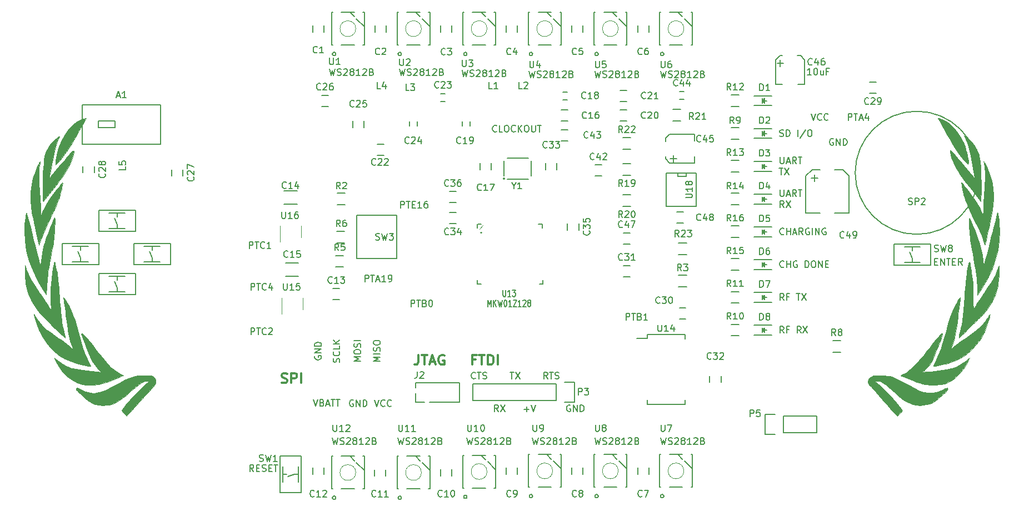
<source format=gto>
G04 #@! TF.GenerationSoftware,KiCad,Pcbnew,(2016-12-18 revision 3ffa37c)-master*
G04 #@! TF.CreationDate,2017-03-23T02:18:10-07:00*
G04 #@! TF.ProjectId,badge-kicad,62616467652D6B696361642E6B696361,rev?*
G04 #@! TF.FileFunction,Legend,Top*
G04 #@! TF.FilePolarity,Positive*
%FSLAX46Y46*%
G04 Gerber Fmt 4.6, Leading zero omitted, Abs format (unit mm)*
G04 Created by KiCad (PCBNEW (2016-12-18 revision 3ffa37c)-master) date Thursday, March 23, 2017 'AMt' 02:18:10 AM*
%MOMM*%
%LPD*%
G01*
G04 APERTURE LIST*
%ADD10C,0.150000*%
%ADD11C,0.127000*%
%ADD12C,0.200000*%
%ADD13C,0.300000*%
%ADD14C,0.010000*%
%ADD15C,0.152400*%
%ADD16C,0.100000*%
%ADD17C,0.120000*%
%ADD18C,0.063500*%
G04 APERTURE END LIST*
D10*
D11*
X194640666Y-67740380D02*
X194974000Y-68740380D01*
X195307333Y-67740380D01*
X196212095Y-68645142D02*
X196164476Y-68692761D01*
X196021619Y-68740380D01*
X195926380Y-68740380D01*
X195783523Y-68692761D01*
X195688285Y-68597523D01*
X195640666Y-68502285D01*
X195593047Y-68311809D01*
X195593047Y-68168952D01*
X195640666Y-67978476D01*
X195688285Y-67883238D01*
X195783523Y-67788000D01*
X195926380Y-67740380D01*
X196021619Y-67740380D01*
X196164476Y-67788000D01*
X196212095Y-67835619D01*
X197212095Y-68645142D02*
X197164476Y-68692761D01*
X197021619Y-68740380D01*
X196926380Y-68740380D01*
X196783523Y-68692761D01*
X196688285Y-68597523D01*
X196640666Y-68502285D01*
X196593047Y-68311809D01*
X196593047Y-68168952D01*
X196640666Y-67978476D01*
X196688285Y-67883238D01*
X196783523Y-67788000D01*
X196926380Y-67740380D01*
X197021619Y-67740380D01*
X197164476Y-67788000D01*
X197212095Y-67835619D01*
X166414952Y-99220380D02*
X166414952Y-98220380D01*
X166795904Y-98220380D01*
X166891142Y-98268000D01*
X166938761Y-98315619D01*
X166986380Y-98410857D01*
X166986380Y-98553714D01*
X166938761Y-98648952D01*
X166891142Y-98696571D01*
X166795904Y-98744190D01*
X166414952Y-98744190D01*
X167272095Y-98220380D02*
X167843523Y-98220380D01*
X167557809Y-99220380D02*
X167557809Y-98220380D01*
X168510190Y-98696571D02*
X168653047Y-98744190D01*
X168700666Y-98791809D01*
X168748285Y-98887047D01*
X168748285Y-99029904D01*
X168700666Y-99125142D01*
X168653047Y-99172761D01*
X168557809Y-99220380D01*
X168176857Y-99220380D01*
X168176857Y-98220380D01*
X168510190Y-98220380D01*
X168605428Y-98268000D01*
X168653047Y-98315619D01*
X168700666Y-98410857D01*
X168700666Y-98506095D01*
X168653047Y-98601333D01*
X168605428Y-98648952D01*
X168510190Y-98696571D01*
X168176857Y-98696571D01*
X169700666Y-99220380D02*
X169129238Y-99220380D01*
X169414952Y-99220380D02*
X169414952Y-98220380D01*
X169319714Y-98363238D01*
X169224476Y-98458476D01*
X169129238Y-98506095D01*
X109010952Y-88298380D02*
X109010952Y-87298380D01*
X109391904Y-87298380D01*
X109487142Y-87346000D01*
X109534761Y-87393619D01*
X109582380Y-87488857D01*
X109582380Y-87631714D01*
X109534761Y-87726952D01*
X109487142Y-87774571D01*
X109391904Y-87822190D01*
X109010952Y-87822190D01*
X109868095Y-87298380D02*
X110439523Y-87298380D01*
X110153809Y-88298380D02*
X110153809Y-87298380D01*
X111344285Y-88203142D02*
X111296666Y-88250761D01*
X111153809Y-88298380D01*
X111058571Y-88298380D01*
X110915714Y-88250761D01*
X110820476Y-88155523D01*
X110772857Y-88060285D01*
X110725238Y-87869809D01*
X110725238Y-87726952D01*
X110772857Y-87536476D01*
X110820476Y-87441238D01*
X110915714Y-87346000D01*
X111058571Y-87298380D01*
X111153809Y-87298380D01*
X111296666Y-87346000D01*
X111344285Y-87393619D01*
X112296666Y-88298380D02*
X111725238Y-88298380D01*
X112010952Y-88298380D02*
X112010952Y-87298380D01*
X111915714Y-87441238D01*
X111820476Y-87536476D01*
X111725238Y-87584095D01*
X126640190Y-93378380D02*
X126640190Y-92378380D01*
X127021142Y-92378380D01*
X127116380Y-92426000D01*
X127164000Y-92473619D01*
X127211619Y-92568857D01*
X127211619Y-92711714D01*
X127164000Y-92806952D01*
X127116380Y-92854571D01*
X127021142Y-92902190D01*
X126640190Y-92902190D01*
X127497333Y-92378380D02*
X128068761Y-92378380D01*
X127783047Y-93378380D02*
X127783047Y-92378380D01*
X128354476Y-93092666D02*
X128830666Y-93092666D01*
X128259238Y-93378380D02*
X128592571Y-92378380D01*
X128925904Y-93378380D01*
X129783047Y-93378380D02*
X129211619Y-93378380D01*
X129497333Y-93378380D02*
X129497333Y-92378380D01*
X129402095Y-92521238D01*
X129306857Y-92616476D01*
X129211619Y-92664095D01*
X130259238Y-93378380D02*
X130449714Y-93378380D01*
X130544952Y-93330761D01*
X130592571Y-93283142D01*
X130687809Y-93140285D01*
X130735428Y-92949809D01*
X130735428Y-92568857D01*
X130687809Y-92473619D01*
X130640190Y-92426000D01*
X130544952Y-92378380D01*
X130354476Y-92378380D01*
X130259238Y-92426000D01*
X130211619Y-92473619D01*
X130164000Y-92568857D01*
X130164000Y-92806952D01*
X130211619Y-92902190D01*
X130259238Y-92949809D01*
X130354476Y-92997428D01*
X130544952Y-92997428D01*
X130640190Y-92949809D01*
X130687809Y-92902190D01*
X130735428Y-92806952D01*
X109264952Y-94648380D02*
X109264952Y-93648380D01*
X109645904Y-93648380D01*
X109741142Y-93696000D01*
X109788761Y-93743619D01*
X109836380Y-93838857D01*
X109836380Y-93981714D01*
X109788761Y-94076952D01*
X109741142Y-94124571D01*
X109645904Y-94172190D01*
X109264952Y-94172190D01*
X110122095Y-93648380D02*
X110693523Y-93648380D01*
X110407809Y-94648380D02*
X110407809Y-93648380D01*
X111598285Y-94553142D02*
X111550666Y-94600761D01*
X111407809Y-94648380D01*
X111312571Y-94648380D01*
X111169714Y-94600761D01*
X111074476Y-94505523D01*
X111026857Y-94410285D01*
X110979238Y-94219809D01*
X110979238Y-94076952D01*
X111026857Y-93886476D01*
X111074476Y-93791238D01*
X111169714Y-93696000D01*
X111312571Y-93648380D01*
X111407809Y-93648380D01*
X111550666Y-93696000D01*
X111598285Y-93743619D01*
X112455428Y-93981714D02*
X112455428Y-94648380D01*
X112217333Y-93600761D02*
X111979238Y-94315047D01*
X112598285Y-94315047D01*
X109264952Y-101454880D02*
X109264952Y-100454880D01*
X109645904Y-100454880D01*
X109741142Y-100502500D01*
X109788761Y-100550119D01*
X109836380Y-100645357D01*
X109836380Y-100788214D01*
X109788761Y-100883452D01*
X109741142Y-100931071D01*
X109645904Y-100978690D01*
X109264952Y-100978690D01*
X110122095Y-100454880D02*
X110693523Y-100454880D01*
X110407809Y-101454880D02*
X110407809Y-100454880D01*
X111598285Y-101359642D02*
X111550666Y-101407261D01*
X111407809Y-101454880D01*
X111312571Y-101454880D01*
X111169714Y-101407261D01*
X111074476Y-101312023D01*
X111026857Y-101216785D01*
X110979238Y-101026309D01*
X110979238Y-100883452D01*
X111026857Y-100692976D01*
X111074476Y-100597738D01*
X111169714Y-100502500D01*
X111312571Y-100454880D01*
X111407809Y-100454880D01*
X111550666Y-100502500D01*
X111598285Y-100550119D01*
X111979238Y-100550119D02*
X112026857Y-100502500D01*
X112122095Y-100454880D01*
X112360190Y-100454880D01*
X112455428Y-100502500D01*
X112503047Y-100550119D01*
X112550666Y-100645357D01*
X112550666Y-100740595D01*
X112503047Y-100883452D01*
X111931619Y-101454880D01*
X112550666Y-101454880D01*
X133648952Y-97188380D02*
X133648952Y-96188380D01*
X134029904Y-96188380D01*
X134125142Y-96236000D01*
X134172761Y-96283619D01*
X134220380Y-96378857D01*
X134220380Y-96521714D01*
X134172761Y-96616952D01*
X134125142Y-96664571D01*
X134029904Y-96712190D01*
X133648952Y-96712190D01*
X134506095Y-96188380D02*
X135077523Y-96188380D01*
X134791809Y-97188380D02*
X134791809Y-96188380D01*
X135744190Y-96664571D02*
X135887047Y-96712190D01*
X135934666Y-96759809D01*
X135982285Y-96855047D01*
X135982285Y-96997904D01*
X135934666Y-97093142D01*
X135887047Y-97140761D01*
X135791809Y-97188380D01*
X135410857Y-97188380D01*
X135410857Y-96188380D01*
X135744190Y-96188380D01*
X135839428Y-96236000D01*
X135887047Y-96283619D01*
X135934666Y-96378857D01*
X135934666Y-96474095D01*
X135887047Y-96569333D01*
X135839428Y-96616952D01*
X135744190Y-96664571D01*
X135410857Y-96664571D01*
X136601333Y-96188380D02*
X136696571Y-96188380D01*
X136791809Y-96236000D01*
X136839428Y-96283619D01*
X136887047Y-96378857D01*
X136934666Y-96569333D01*
X136934666Y-96807428D01*
X136887047Y-96997904D01*
X136839428Y-97093142D01*
X136791809Y-97140761D01*
X136696571Y-97188380D01*
X136601333Y-97188380D01*
X136506095Y-97140761D01*
X136458476Y-97093142D01*
X136410857Y-96997904D01*
X136363238Y-96807428D01*
X136363238Y-96569333D01*
X136410857Y-96378857D01*
X136458476Y-96283619D01*
X136506095Y-96236000D01*
X136601333Y-96188380D01*
X132082380Y-82114380D02*
X132082380Y-81114380D01*
X132463333Y-81114380D01*
X132558571Y-81162000D01*
X132606190Y-81209619D01*
X132653809Y-81304857D01*
X132653809Y-81447714D01*
X132606190Y-81542952D01*
X132558571Y-81590571D01*
X132463333Y-81638190D01*
X132082380Y-81638190D01*
X132939523Y-81114380D02*
X133510952Y-81114380D01*
X133225238Y-82114380D02*
X133225238Y-81114380D01*
X133844285Y-81590571D02*
X134177619Y-81590571D01*
X134320476Y-82114380D02*
X133844285Y-82114380D01*
X133844285Y-81114380D01*
X134320476Y-81114380D01*
X135272857Y-82114380D02*
X134701428Y-82114380D01*
X134987142Y-82114380D02*
X134987142Y-81114380D01*
X134891904Y-81257238D01*
X134796666Y-81352476D01*
X134701428Y-81400095D01*
X136130000Y-81114380D02*
X135939523Y-81114380D01*
X135844285Y-81162000D01*
X135796666Y-81209619D01*
X135701428Y-81352476D01*
X135653809Y-81542952D01*
X135653809Y-81923904D01*
X135701428Y-82019142D01*
X135749047Y-82066761D01*
X135844285Y-82114380D01*
X136034761Y-82114380D01*
X136130000Y-82066761D01*
X136177619Y-82019142D01*
X136225238Y-81923904D01*
X136225238Y-81685809D01*
X136177619Y-81590571D01*
X136130000Y-81542952D01*
X136034761Y-81495333D01*
X135844285Y-81495333D01*
X135749047Y-81542952D01*
X135701428Y-81590571D01*
X135653809Y-81685809D01*
X200268380Y-68740380D02*
X200268380Y-67740380D01*
X200649333Y-67740380D01*
X200744571Y-67788000D01*
X200792190Y-67835619D01*
X200839809Y-67930857D01*
X200839809Y-68073714D01*
X200792190Y-68168952D01*
X200744571Y-68216571D01*
X200649333Y-68264190D01*
X200268380Y-68264190D01*
X201125523Y-67740380D02*
X201696952Y-67740380D01*
X201411238Y-68740380D02*
X201411238Y-67740380D01*
X201982666Y-68454666D02*
X202458857Y-68454666D01*
X201887428Y-68740380D02*
X202220761Y-67740380D01*
X202554095Y-68740380D01*
X203316000Y-68073714D02*
X203316000Y-68740380D01*
X203077904Y-67692761D02*
X202839809Y-68407047D01*
X203458857Y-68407047D01*
X198006095Y-71598000D02*
X197910857Y-71550380D01*
X197768000Y-71550380D01*
X197625142Y-71598000D01*
X197529904Y-71693238D01*
X197482285Y-71788476D01*
X197434666Y-71978952D01*
X197434666Y-72121809D01*
X197482285Y-72312285D01*
X197529904Y-72407523D01*
X197625142Y-72502761D01*
X197768000Y-72550380D01*
X197863238Y-72550380D01*
X198006095Y-72502761D01*
X198053714Y-72455142D01*
X198053714Y-72121809D01*
X197863238Y-72121809D01*
X198482285Y-72550380D02*
X198482285Y-71550380D01*
X199053714Y-72550380D01*
X199053714Y-71550380D01*
X199529904Y-72550380D02*
X199529904Y-71550380D01*
X199768000Y-71550380D01*
X199910857Y-71598000D01*
X200006095Y-71693238D01*
X200053714Y-71788476D01*
X200101333Y-71978952D01*
X200101333Y-72121809D01*
X200053714Y-72312285D01*
X200006095Y-72407523D01*
X199910857Y-72502761D01*
X199768000Y-72550380D01*
X199529904Y-72550380D01*
D12*
X146698380Y-70423142D02*
X146650761Y-70470761D01*
X146507904Y-70518380D01*
X146412666Y-70518380D01*
X146269809Y-70470761D01*
X146174571Y-70375523D01*
X146126952Y-70280285D01*
X146079333Y-70089809D01*
X146079333Y-69946952D01*
X146126952Y-69756476D01*
X146174571Y-69661238D01*
X146269809Y-69566000D01*
X146412666Y-69518380D01*
X146507904Y-69518380D01*
X146650761Y-69566000D01*
X146698380Y-69613619D01*
X147603142Y-70518380D02*
X147126952Y-70518380D01*
X147126952Y-69518380D01*
X148126952Y-69518380D02*
X148317428Y-69518380D01*
X148412666Y-69566000D01*
X148507904Y-69661238D01*
X148555523Y-69851714D01*
X148555523Y-70185047D01*
X148507904Y-70375523D01*
X148412666Y-70470761D01*
X148317428Y-70518380D01*
X148126952Y-70518380D01*
X148031714Y-70470761D01*
X147936476Y-70375523D01*
X147888857Y-70185047D01*
X147888857Y-69851714D01*
X147936476Y-69661238D01*
X148031714Y-69566000D01*
X148126952Y-69518380D01*
X149555523Y-70423142D02*
X149507904Y-70470761D01*
X149365047Y-70518380D01*
X149269809Y-70518380D01*
X149126952Y-70470761D01*
X149031714Y-70375523D01*
X148984095Y-70280285D01*
X148936476Y-70089809D01*
X148936476Y-69946952D01*
X148984095Y-69756476D01*
X149031714Y-69661238D01*
X149126952Y-69566000D01*
X149269809Y-69518380D01*
X149365047Y-69518380D01*
X149507904Y-69566000D01*
X149555523Y-69613619D01*
X149984095Y-70518380D02*
X149984095Y-69518380D01*
X150555523Y-70518380D02*
X150126952Y-69946952D01*
X150555523Y-69518380D02*
X149984095Y-70089809D01*
X151174571Y-69518380D02*
X151365047Y-69518380D01*
X151460285Y-69566000D01*
X151555523Y-69661238D01*
X151603142Y-69851714D01*
X151603142Y-70185047D01*
X151555523Y-70375523D01*
X151460285Y-70470761D01*
X151365047Y-70518380D01*
X151174571Y-70518380D01*
X151079333Y-70470761D01*
X150984095Y-70375523D01*
X150936476Y-70185047D01*
X150936476Y-69851714D01*
X150984095Y-69661238D01*
X151079333Y-69566000D01*
X151174571Y-69518380D01*
X152031714Y-69518380D02*
X152031714Y-70327904D01*
X152079333Y-70423142D01*
X152126952Y-70470761D01*
X152222190Y-70518380D01*
X152412666Y-70518380D01*
X152507904Y-70470761D01*
X152555523Y-70423142D01*
X152603142Y-70327904D01*
X152603142Y-69518380D01*
X152936476Y-69518380D02*
X153507904Y-69518380D01*
X153222190Y-70518380D02*
X153222190Y-69518380D01*
X125616000Y-83274000D02*
X125362000Y-83274000D01*
X125362000Y-89878000D02*
X125362000Y-83274000D01*
X131458000Y-89878000D02*
X125362000Y-89878000D01*
X131458000Y-83274000D02*
X131458000Y-89878000D01*
X125616000Y-83274000D02*
X131458000Y-83274000D01*
D13*
X134788000Y-104550571D02*
X134788000Y-105622000D01*
X134716571Y-105836285D01*
X134573714Y-105979142D01*
X134359428Y-106050571D01*
X134216571Y-106050571D01*
X135288000Y-104550571D02*
X136145142Y-104550571D01*
X135716571Y-106050571D02*
X135716571Y-104550571D01*
X136573714Y-105622000D02*
X137288000Y-105622000D01*
X136430857Y-106050571D02*
X136930857Y-104550571D01*
X137430857Y-106050571D01*
X138716571Y-104622000D02*
X138573714Y-104550571D01*
X138359428Y-104550571D01*
X138145142Y-104622000D01*
X138002285Y-104764857D01*
X137930857Y-104907714D01*
X137859428Y-105193428D01*
X137859428Y-105407714D01*
X137930857Y-105693428D01*
X138002285Y-105836285D01*
X138145142Y-105979142D01*
X138359428Y-106050571D01*
X138502285Y-106050571D01*
X138716571Y-105979142D01*
X138788000Y-105907714D01*
X138788000Y-105407714D01*
X138502285Y-105407714D01*
D11*
X128942380Y-105543428D02*
X127942380Y-105543428D01*
X128656666Y-105210095D01*
X127942380Y-104876761D01*
X128942380Y-104876761D01*
X128942380Y-104400571D02*
X127942380Y-104400571D01*
X128894761Y-103972000D02*
X128942380Y-103829142D01*
X128942380Y-103591047D01*
X128894761Y-103495809D01*
X128847142Y-103448190D01*
X128751904Y-103400571D01*
X128656666Y-103400571D01*
X128561428Y-103448190D01*
X128513809Y-103495809D01*
X128466190Y-103591047D01*
X128418571Y-103781523D01*
X128370952Y-103876761D01*
X128323333Y-103924380D01*
X128228095Y-103972000D01*
X128132857Y-103972000D01*
X128037619Y-103924380D01*
X127990000Y-103876761D01*
X127942380Y-103781523D01*
X127942380Y-103543428D01*
X127990000Y-103400571D01*
X127942380Y-102781523D02*
X127942380Y-102591047D01*
X127990000Y-102495809D01*
X128085238Y-102400571D01*
X128275714Y-102352952D01*
X128609047Y-102352952D01*
X128799523Y-102400571D01*
X128894761Y-102495809D01*
X128942380Y-102591047D01*
X128942380Y-102781523D01*
X128894761Y-102876761D01*
X128799523Y-102972000D01*
X128609047Y-103019619D01*
X128275714Y-103019619D01*
X128085238Y-102972000D01*
X127990000Y-102876761D01*
X127942380Y-102781523D01*
X125982380Y-105533428D02*
X124982380Y-105533428D01*
X125696666Y-105200095D01*
X124982380Y-104866761D01*
X125982380Y-104866761D01*
X124982380Y-104200095D02*
X124982380Y-104009619D01*
X125030000Y-103914380D01*
X125125238Y-103819142D01*
X125315714Y-103771523D01*
X125649047Y-103771523D01*
X125839523Y-103819142D01*
X125934761Y-103914380D01*
X125982380Y-104009619D01*
X125982380Y-104200095D01*
X125934761Y-104295333D01*
X125839523Y-104390571D01*
X125649047Y-104438190D01*
X125315714Y-104438190D01*
X125125238Y-104390571D01*
X125030000Y-104295333D01*
X124982380Y-104200095D01*
X125934761Y-103390571D02*
X125982380Y-103247714D01*
X125982380Y-103009619D01*
X125934761Y-102914380D01*
X125887142Y-102866761D01*
X125791904Y-102819142D01*
X125696666Y-102819142D01*
X125601428Y-102866761D01*
X125553809Y-102914380D01*
X125506190Y-103009619D01*
X125458571Y-103200095D01*
X125410952Y-103295333D01*
X125363333Y-103342952D01*
X125268095Y-103390571D01*
X125172857Y-103390571D01*
X125077619Y-103342952D01*
X125030000Y-103295333D01*
X124982380Y-103200095D01*
X124982380Y-102962000D01*
X125030000Y-102819142D01*
X125982380Y-102390571D02*
X124982380Y-102390571D01*
X122734761Y-105652476D02*
X122782380Y-105509619D01*
X122782380Y-105271523D01*
X122734761Y-105176285D01*
X122687142Y-105128666D01*
X122591904Y-105081047D01*
X122496666Y-105081047D01*
X122401428Y-105128666D01*
X122353809Y-105176285D01*
X122306190Y-105271523D01*
X122258571Y-105462000D01*
X122210952Y-105557238D01*
X122163333Y-105604857D01*
X122068095Y-105652476D01*
X121972857Y-105652476D01*
X121877619Y-105604857D01*
X121830000Y-105557238D01*
X121782380Y-105462000D01*
X121782380Y-105223904D01*
X121830000Y-105081047D01*
X122687142Y-104081047D02*
X122734761Y-104128666D01*
X122782380Y-104271523D01*
X122782380Y-104366761D01*
X122734761Y-104509619D01*
X122639523Y-104604857D01*
X122544285Y-104652476D01*
X122353809Y-104700095D01*
X122210952Y-104700095D01*
X122020476Y-104652476D01*
X121925238Y-104604857D01*
X121830000Y-104509619D01*
X121782380Y-104366761D01*
X121782380Y-104271523D01*
X121830000Y-104128666D01*
X121877619Y-104081047D01*
X122782380Y-103176285D02*
X122782380Y-103652476D01*
X121782380Y-103652476D01*
X122782380Y-102842952D02*
X121782380Y-102842952D01*
X122782380Y-102271523D02*
X122210952Y-102700095D01*
X121782380Y-102271523D02*
X122353809Y-102842952D01*
D13*
X113920285Y-108773142D02*
X114134571Y-108844571D01*
X114491714Y-108844571D01*
X114634571Y-108773142D01*
X114706000Y-108701714D01*
X114777428Y-108558857D01*
X114777428Y-108416000D01*
X114706000Y-108273142D01*
X114634571Y-108201714D01*
X114491714Y-108130285D01*
X114206000Y-108058857D01*
X114063142Y-107987428D01*
X113991714Y-107916000D01*
X113920285Y-107773142D01*
X113920285Y-107630285D01*
X113991714Y-107487428D01*
X114063142Y-107416000D01*
X114206000Y-107344571D01*
X114563142Y-107344571D01*
X114777428Y-107416000D01*
X115420285Y-108844571D02*
X115420285Y-107344571D01*
X115991714Y-107344571D01*
X116134571Y-107416000D01*
X116206000Y-107487428D01*
X116277428Y-107630285D01*
X116277428Y-107844571D01*
X116206000Y-107987428D01*
X116134571Y-108058857D01*
X115991714Y-108130285D01*
X115420285Y-108130285D01*
X116920285Y-108844571D02*
X116920285Y-107344571D01*
D11*
X118766190Y-111374380D02*
X119099523Y-112374380D01*
X119432857Y-111374380D01*
X120099523Y-111850571D02*
X120242380Y-111898190D01*
X120290000Y-111945809D01*
X120337619Y-112041047D01*
X120337619Y-112183904D01*
X120290000Y-112279142D01*
X120242380Y-112326761D01*
X120147142Y-112374380D01*
X119766190Y-112374380D01*
X119766190Y-111374380D01*
X120099523Y-111374380D01*
X120194761Y-111422000D01*
X120242380Y-111469619D01*
X120290000Y-111564857D01*
X120290000Y-111660095D01*
X120242380Y-111755333D01*
X120194761Y-111802952D01*
X120099523Y-111850571D01*
X119766190Y-111850571D01*
X120718571Y-112088666D02*
X121194761Y-112088666D01*
X120623333Y-112374380D02*
X120956666Y-111374380D01*
X121290000Y-112374380D01*
X121480476Y-111374380D02*
X122051904Y-111374380D01*
X121766190Y-112374380D02*
X121766190Y-111374380D01*
X122242380Y-111374380D02*
X122813809Y-111374380D01*
X122528095Y-112374380D02*
X122528095Y-111374380D01*
X124848095Y-111476000D02*
X124752857Y-111428380D01*
X124610000Y-111428380D01*
X124467142Y-111476000D01*
X124371904Y-111571238D01*
X124324285Y-111666476D01*
X124276666Y-111856952D01*
X124276666Y-111999809D01*
X124324285Y-112190285D01*
X124371904Y-112285523D01*
X124467142Y-112380761D01*
X124610000Y-112428380D01*
X124705238Y-112428380D01*
X124848095Y-112380761D01*
X124895714Y-112333142D01*
X124895714Y-111999809D01*
X124705238Y-111999809D01*
X125324285Y-112428380D02*
X125324285Y-111428380D01*
X125895714Y-112428380D01*
X125895714Y-111428380D01*
X126371904Y-112428380D02*
X126371904Y-111428380D01*
X126610000Y-111428380D01*
X126752857Y-111476000D01*
X126848095Y-111571238D01*
X126895714Y-111666476D01*
X126943333Y-111856952D01*
X126943333Y-111999809D01*
X126895714Y-112190285D01*
X126848095Y-112285523D01*
X126752857Y-112380761D01*
X126610000Y-112428380D01*
X126371904Y-112428380D01*
X128092666Y-111428380D02*
X128426000Y-112428380D01*
X128759333Y-111428380D01*
X129664095Y-112333142D02*
X129616476Y-112380761D01*
X129473619Y-112428380D01*
X129378380Y-112428380D01*
X129235523Y-112380761D01*
X129140285Y-112285523D01*
X129092666Y-112190285D01*
X129045047Y-111999809D01*
X129045047Y-111856952D01*
X129092666Y-111666476D01*
X129140285Y-111571238D01*
X129235523Y-111476000D01*
X129378380Y-111428380D01*
X129473619Y-111428380D01*
X129616476Y-111476000D01*
X129664095Y-111523619D01*
X130664095Y-112333142D02*
X130616476Y-112380761D01*
X130473619Y-112428380D01*
X130378380Y-112428380D01*
X130235523Y-112380761D01*
X130140285Y-112285523D01*
X130092666Y-112190285D01*
X130045047Y-111999809D01*
X130045047Y-111856952D01*
X130092666Y-111666476D01*
X130140285Y-111571238D01*
X130235523Y-111476000D01*
X130378380Y-111428380D01*
X130473619Y-111428380D01*
X130616476Y-111476000D01*
X130664095Y-111523619D01*
X119030000Y-104733904D02*
X118982380Y-104829142D01*
X118982380Y-104972000D01*
X119030000Y-105114857D01*
X119125238Y-105210095D01*
X119220476Y-105257714D01*
X119410952Y-105305333D01*
X119553809Y-105305333D01*
X119744285Y-105257714D01*
X119839523Y-105210095D01*
X119934761Y-105114857D01*
X119982380Y-104972000D01*
X119982380Y-104876761D01*
X119934761Y-104733904D01*
X119887142Y-104686285D01*
X119553809Y-104686285D01*
X119553809Y-104876761D01*
X119982380Y-104257714D02*
X118982380Y-104257714D01*
X119982380Y-103686285D01*
X118982380Y-103686285D01*
X119982380Y-103210095D02*
X118982380Y-103210095D01*
X118982380Y-102972000D01*
X119030000Y-102829142D01*
X119125238Y-102733904D01*
X119220476Y-102686285D01*
X119410952Y-102638666D01*
X119553809Y-102638666D01*
X119744285Y-102686285D01*
X119839523Y-102733904D01*
X119934761Y-102829142D01*
X119982380Y-102972000D01*
X119982380Y-103210095D01*
D12*
X143469523Y-108119142D02*
X143421904Y-108166761D01*
X143279047Y-108214380D01*
X143183809Y-108214380D01*
X143040952Y-108166761D01*
X142945714Y-108071523D01*
X142898095Y-107976285D01*
X142850476Y-107785809D01*
X142850476Y-107642952D01*
X142898095Y-107452476D01*
X142945714Y-107357238D01*
X143040952Y-107262000D01*
X143183809Y-107214380D01*
X143279047Y-107214380D01*
X143421904Y-107262000D01*
X143469523Y-107309619D01*
X143755238Y-107214380D02*
X144326666Y-107214380D01*
X144040952Y-108214380D02*
X144040952Y-107214380D01*
X144612380Y-108166761D02*
X144755238Y-108214380D01*
X144993333Y-108214380D01*
X145088571Y-108166761D01*
X145136190Y-108119142D01*
X145183809Y-108023904D01*
X145183809Y-107928666D01*
X145136190Y-107833428D01*
X145088571Y-107785809D01*
X144993333Y-107738190D01*
X144802857Y-107690571D01*
X144707619Y-107642952D01*
X144660000Y-107595333D01*
X144612380Y-107500095D01*
X144612380Y-107404857D01*
X144660000Y-107309619D01*
X144707619Y-107262000D01*
X144802857Y-107214380D01*
X145040952Y-107214380D01*
X145183809Y-107262000D01*
X146969523Y-113214380D02*
X146636190Y-112738190D01*
X146398095Y-113214380D02*
X146398095Y-112214380D01*
X146779047Y-112214380D01*
X146874285Y-112262000D01*
X146921904Y-112309619D01*
X146969523Y-112404857D01*
X146969523Y-112547714D01*
X146921904Y-112642952D01*
X146874285Y-112690571D01*
X146779047Y-112738190D01*
X146398095Y-112738190D01*
X147302857Y-112214380D02*
X147969523Y-113214380D01*
X147969523Y-112214380D02*
X147302857Y-113214380D01*
X148755238Y-107214380D02*
X149326666Y-107214380D01*
X149040952Y-108214380D02*
X149040952Y-107214380D01*
X149564761Y-107214380D02*
X150231428Y-108214380D01*
X150231428Y-107214380D02*
X149564761Y-108214380D01*
X154469523Y-108214380D02*
X154136190Y-107738190D01*
X153898095Y-108214380D02*
X153898095Y-107214380D01*
X154279047Y-107214380D01*
X154374285Y-107262000D01*
X154421904Y-107309619D01*
X154469523Y-107404857D01*
X154469523Y-107547714D01*
X154421904Y-107642952D01*
X154374285Y-107690571D01*
X154279047Y-107738190D01*
X153898095Y-107738190D01*
X154755238Y-107214380D02*
X155326666Y-107214380D01*
X155040952Y-108214380D02*
X155040952Y-107214380D01*
X155612380Y-108166761D02*
X155755238Y-108214380D01*
X155993333Y-108214380D01*
X156088571Y-108166761D01*
X156136190Y-108119142D01*
X156183809Y-108023904D01*
X156183809Y-107928666D01*
X156136190Y-107833428D01*
X156088571Y-107785809D01*
X155993333Y-107738190D01*
X155802857Y-107690571D01*
X155707619Y-107642952D01*
X155660000Y-107595333D01*
X155612380Y-107500095D01*
X155612380Y-107404857D01*
X155660000Y-107309619D01*
X155707619Y-107262000D01*
X155802857Y-107214380D01*
X156040952Y-107214380D01*
X156183809Y-107262000D01*
X157921904Y-112262000D02*
X157826666Y-112214380D01*
X157683809Y-112214380D01*
X157540952Y-112262000D01*
X157445714Y-112357238D01*
X157398095Y-112452476D01*
X157350476Y-112642952D01*
X157350476Y-112785809D01*
X157398095Y-112976285D01*
X157445714Y-113071523D01*
X157540952Y-113166761D01*
X157683809Y-113214380D01*
X157779047Y-113214380D01*
X157921904Y-113166761D01*
X157969523Y-113119142D01*
X157969523Y-112785809D01*
X157779047Y-112785809D01*
X158398095Y-113214380D02*
X158398095Y-112214380D01*
X158969523Y-113214380D01*
X158969523Y-112214380D01*
X159445714Y-113214380D02*
X159445714Y-112214380D01*
X159683809Y-112214380D01*
X159826666Y-112262000D01*
X159921904Y-112357238D01*
X159969523Y-112452476D01*
X160017142Y-112642952D01*
X160017142Y-112785809D01*
X159969523Y-112976285D01*
X159921904Y-113071523D01*
X159826666Y-113166761D01*
X159683809Y-113214380D01*
X159445714Y-113214380D01*
X150898095Y-112833428D02*
X151660000Y-112833428D01*
X151279047Y-113214380D02*
X151279047Y-112452476D01*
X151993333Y-112214380D02*
X152326666Y-113214380D01*
X152660000Y-112214380D01*
X190453809Y-101214380D02*
X190120476Y-100738190D01*
X189882380Y-101214380D02*
X189882380Y-100214380D01*
X190263333Y-100214380D01*
X190358571Y-100262000D01*
X190406190Y-100309619D01*
X190453809Y-100404857D01*
X190453809Y-100547714D01*
X190406190Y-100642952D01*
X190358571Y-100690571D01*
X190263333Y-100738190D01*
X189882380Y-100738190D01*
X191215714Y-100690571D02*
X190882380Y-100690571D01*
X190882380Y-101214380D02*
X190882380Y-100214380D01*
X191358571Y-100214380D01*
X193072857Y-101214380D02*
X192739523Y-100738190D01*
X192501428Y-101214380D02*
X192501428Y-100214380D01*
X192882380Y-100214380D01*
X192977619Y-100262000D01*
X193025238Y-100309619D01*
X193072857Y-100404857D01*
X193072857Y-100547714D01*
X193025238Y-100642952D01*
X192977619Y-100690571D01*
X192882380Y-100738190D01*
X192501428Y-100738190D01*
X193406190Y-100214380D02*
X194072857Y-101214380D01*
X194072857Y-100214380D02*
X193406190Y-101214380D01*
X190469523Y-96214380D02*
X190136190Y-95738190D01*
X189898095Y-96214380D02*
X189898095Y-95214380D01*
X190279047Y-95214380D01*
X190374285Y-95262000D01*
X190421904Y-95309619D01*
X190469523Y-95404857D01*
X190469523Y-95547714D01*
X190421904Y-95642952D01*
X190374285Y-95690571D01*
X190279047Y-95738190D01*
X189898095Y-95738190D01*
X191231428Y-95690571D02*
X190898095Y-95690571D01*
X190898095Y-96214380D02*
X190898095Y-95214380D01*
X191374285Y-95214380D01*
X192374285Y-95214380D02*
X192945714Y-95214380D01*
X192660000Y-96214380D02*
X192660000Y-95214380D01*
X193183809Y-95214380D02*
X193850476Y-96214380D01*
X193850476Y-95214380D02*
X193183809Y-96214380D01*
X190469523Y-91119142D02*
X190421904Y-91166761D01*
X190279047Y-91214380D01*
X190183809Y-91214380D01*
X190040952Y-91166761D01*
X189945714Y-91071523D01*
X189898095Y-90976285D01*
X189850476Y-90785809D01*
X189850476Y-90642952D01*
X189898095Y-90452476D01*
X189945714Y-90357238D01*
X190040952Y-90262000D01*
X190183809Y-90214380D01*
X190279047Y-90214380D01*
X190421904Y-90262000D01*
X190469523Y-90309619D01*
X190898095Y-91214380D02*
X190898095Y-90214380D01*
X190898095Y-90690571D02*
X191469523Y-90690571D01*
X191469523Y-91214380D02*
X191469523Y-90214380D01*
X192469523Y-90262000D02*
X192374285Y-90214380D01*
X192231428Y-90214380D01*
X192088571Y-90262000D01*
X191993333Y-90357238D01*
X191945714Y-90452476D01*
X191898095Y-90642952D01*
X191898095Y-90785809D01*
X191945714Y-90976285D01*
X191993333Y-91071523D01*
X192088571Y-91166761D01*
X192231428Y-91214380D01*
X192326666Y-91214380D01*
X192469523Y-91166761D01*
X192517142Y-91119142D01*
X192517142Y-90785809D01*
X192326666Y-90785809D01*
X193707619Y-91214380D02*
X193707619Y-90214380D01*
X193945714Y-90214380D01*
X194088571Y-90262000D01*
X194183809Y-90357238D01*
X194231428Y-90452476D01*
X194279047Y-90642952D01*
X194279047Y-90785809D01*
X194231428Y-90976285D01*
X194183809Y-91071523D01*
X194088571Y-91166761D01*
X193945714Y-91214380D01*
X193707619Y-91214380D01*
X194898095Y-90214380D02*
X195088571Y-90214380D01*
X195183809Y-90262000D01*
X195279047Y-90357238D01*
X195326666Y-90547714D01*
X195326666Y-90881047D01*
X195279047Y-91071523D01*
X195183809Y-91166761D01*
X195088571Y-91214380D01*
X194898095Y-91214380D01*
X194802857Y-91166761D01*
X194707619Y-91071523D01*
X194660000Y-90881047D01*
X194660000Y-90547714D01*
X194707619Y-90357238D01*
X194802857Y-90262000D01*
X194898095Y-90214380D01*
X195755238Y-91214380D02*
X195755238Y-90214380D01*
X196326666Y-91214380D01*
X196326666Y-90214380D01*
X196802857Y-90690571D02*
X197136190Y-90690571D01*
X197279047Y-91214380D02*
X196802857Y-91214380D01*
X196802857Y-90214380D01*
X197279047Y-90214380D01*
X190469523Y-86119142D02*
X190421904Y-86166761D01*
X190279047Y-86214380D01*
X190183809Y-86214380D01*
X190040952Y-86166761D01*
X189945714Y-86071523D01*
X189898095Y-85976285D01*
X189850476Y-85785809D01*
X189850476Y-85642952D01*
X189898095Y-85452476D01*
X189945714Y-85357238D01*
X190040952Y-85262000D01*
X190183809Y-85214380D01*
X190279047Y-85214380D01*
X190421904Y-85262000D01*
X190469523Y-85309619D01*
X190898095Y-86214380D02*
X190898095Y-85214380D01*
X190898095Y-85690571D02*
X191469523Y-85690571D01*
X191469523Y-86214380D02*
X191469523Y-85214380D01*
X191898095Y-85928666D02*
X192374285Y-85928666D01*
X191802857Y-86214380D02*
X192136190Y-85214380D01*
X192469523Y-86214380D01*
X193374285Y-86214380D02*
X193040952Y-85738190D01*
X192802857Y-86214380D02*
X192802857Y-85214380D01*
X193183809Y-85214380D01*
X193279047Y-85262000D01*
X193326666Y-85309619D01*
X193374285Y-85404857D01*
X193374285Y-85547714D01*
X193326666Y-85642952D01*
X193279047Y-85690571D01*
X193183809Y-85738190D01*
X192802857Y-85738190D01*
X194326666Y-85262000D02*
X194231428Y-85214380D01*
X194088571Y-85214380D01*
X193945714Y-85262000D01*
X193850476Y-85357238D01*
X193802857Y-85452476D01*
X193755238Y-85642952D01*
X193755238Y-85785809D01*
X193802857Y-85976285D01*
X193850476Y-86071523D01*
X193945714Y-86166761D01*
X194088571Y-86214380D01*
X194183809Y-86214380D01*
X194326666Y-86166761D01*
X194374285Y-86119142D01*
X194374285Y-85785809D01*
X194183809Y-85785809D01*
X194802857Y-86214380D02*
X194802857Y-85214380D01*
X195279047Y-86214380D02*
X195279047Y-85214380D01*
X195850476Y-86214380D01*
X195850476Y-85214380D01*
X196850476Y-85262000D02*
X196755238Y-85214380D01*
X196612380Y-85214380D01*
X196469523Y-85262000D01*
X196374285Y-85357238D01*
X196326666Y-85452476D01*
X196279047Y-85642952D01*
X196279047Y-85785809D01*
X196326666Y-85976285D01*
X196374285Y-86071523D01*
X196469523Y-86166761D01*
X196612380Y-86214380D01*
X196707619Y-86214380D01*
X196850476Y-86166761D01*
X196898095Y-86119142D01*
X196898095Y-85785809D01*
X196707619Y-85785809D01*
X189898095Y-79364380D02*
X189898095Y-80173904D01*
X189945714Y-80269142D01*
X189993333Y-80316761D01*
X190088571Y-80364380D01*
X190279047Y-80364380D01*
X190374285Y-80316761D01*
X190421904Y-80269142D01*
X190469523Y-80173904D01*
X190469523Y-79364380D01*
X190898095Y-80078666D02*
X191374285Y-80078666D01*
X190802857Y-80364380D02*
X191136190Y-79364380D01*
X191469523Y-80364380D01*
X192374285Y-80364380D02*
X192040952Y-79888190D01*
X191802857Y-80364380D02*
X191802857Y-79364380D01*
X192183809Y-79364380D01*
X192279047Y-79412000D01*
X192326666Y-79459619D01*
X192374285Y-79554857D01*
X192374285Y-79697714D01*
X192326666Y-79792952D01*
X192279047Y-79840571D01*
X192183809Y-79888190D01*
X191802857Y-79888190D01*
X192660000Y-79364380D02*
X193231428Y-79364380D01*
X192945714Y-80364380D02*
X192945714Y-79364380D01*
X190469523Y-82064380D02*
X190136190Y-81588190D01*
X189898095Y-82064380D02*
X189898095Y-81064380D01*
X190279047Y-81064380D01*
X190374285Y-81112000D01*
X190421904Y-81159619D01*
X190469523Y-81254857D01*
X190469523Y-81397714D01*
X190421904Y-81492952D01*
X190374285Y-81540571D01*
X190279047Y-81588190D01*
X189898095Y-81588190D01*
X190802857Y-81064380D02*
X191469523Y-82064380D01*
X191469523Y-81064380D02*
X190802857Y-82064380D01*
X189898095Y-74364380D02*
X189898095Y-75173904D01*
X189945714Y-75269142D01*
X189993333Y-75316761D01*
X190088571Y-75364380D01*
X190279047Y-75364380D01*
X190374285Y-75316761D01*
X190421904Y-75269142D01*
X190469523Y-75173904D01*
X190469523Y-74364380D01*
X190898095Y-75078666D02*
X191374285Y-75078666D01*
X190802857Y-75364380D02*
X191136190Y-74364380D01*
X191469523Y-75364380D01*
X192374285Y-75364380D02*
X192040952Y-74888190D01*
X191802857Y-75364380D02*
X191802857Y-74364380D01*
X192183809Y-74364380D01*
X192279047Y-74412000D01*
X192326666Y-74459619D01*
X192374285Y-74554857D01*
X192374285Y-74697714D01*
X192326666Y-74792952D01*
X192279047Y-74840571D01*
X192183809Y-74888190D01*
X191802857Y-74888190D01*
X192660000Y-74364380D02*
X193231428Y-74364380D01*
X192945714Y-75364380D02*
X192945714Y-74364380D01*
X189755238Y-76064380D02*
X190326666Y-76064380D01*
X190040952Y-77064380D02*
X190040952Y-76064380D01*
X190564761Y-76064380D02*
X191231428Y-77064380D01*
X191231428Y-76064380D02*
X190564761Y-77064380D01*
X189850476Y-71166761D02*
X189993333Y-71214380D01*
X190231428Y-71214380D01*
X190326666Y-71166761D01*
X190374285Y-71119142D01*
X190421904Y-71023904D01*
X190421904Y-70928666D01*
X190374285Y-70833428D01*
X190326666Y-70785809D01*
X190231428Y-70738190D01*
X190040952Y-70690571D01*
X189945714Y-70642952D01*
X189898095Y-70595333D01*
X189850476Y-70500095D01*
X189850476Y-70404857D01*
X189898095Y-70309619D01*
X189945714Y-70262000D01*
X190040952Y-70214380D01*
X190279047Y-70214380D01*
X190421904Y-70262000D01*
X190850476Y-71214380D02*
X190850476Y-70214380D01*
X191088571Y-70214380D01*
X191231428Y-70262000D01*
X191326666Y-70357238D01*
X191374285Y-70452476D01*
X191421904Y-70642952D01*
X191421904Y-70785809D01*
X191374285Y-70976285D01*
X191326666Y-71071523D01*
X191231428Y-71166761D01*
X191088571Y-71214380D01*
X190850476Y-71214380D01*
X192612380Y-71214380D02*
X192612380Y-70214380D01*
X193802857Y-70166761D02*
X192945714Y-71452476D01*
X194326666Y-70214380D02*
X194517142Y-70214380D01*
X194612380Y-70262000D01*
X194707619Y-70357238D01*
X194755238Y-70547714D01*
X194755238Y-70881047D01*
X194707619Y-71071523D01*
X194612380Y-71166761D01*
X194517142Y-71214380D01*
X194326666Y-71214380D01*
X194231428Y-71166761D01*
X194136190Y-71071523D01*
X194088571Y-70881047D01*
X194088571Y-70547714D01*
X194136190Y-70357238D01*
X194231428Y-70262000D01*
X194326666Y-70214380D01*
D13*
X143455714Y-105264857D02*
X142955714Y-105264857D01*
X142955714Y-106050571D02*
X142955714Y-104550571D01*
X143670000Y-104550571D01*
X144027142Y-104550571D02*
X144884285Y-104550571D01*
X144455714Y-106050571D02*
X144455714Y-104550571D01*
X145384285Y-106050571D02*
X145384285Y-104550571D01*
X145741428Y-104550571D01*
X145955714Y-104622000D01*
X146098571Y-104764857D01*
X146170000Y-104907714D01*
X146241428Y-105193428D01*
X146241428Y-105407714D01*
X146170000Y-105693428D01*
X146098571Y-105836285D01*
X145955714Y-105979142D01*
X145741428Y-106050571D01*
X145384285Y-106050571D01*
X146884285Y-106050571D02*
X146884285Y-104550571D01*
D14*
G36*
X220950666Y-75040333D02*
X220908333Y-75082666D01*
X220866000Y-75040333D01*
X220908333Y-74998000D01*
X220950666Y-75040333D01*
X220950666Y-75040333D01*
G37*
X220950666Y-75040333D02*
X220908333Y-75082666D01*
X220866000Y-75040333D01*
X220908333Y-74998000D01*
X220950666Y-75040333D01*
G36*
X214096819Y-68430686D02*
X214269886Y-68494404D01*
X214542606Y-68610516D01*
X214862737Y-68756563D01*
X214939333Y-68792864D01*
X215598032Y-69193043D01*
X216228605Y-69743463D01*
X216815583Y-70425503D01*
X217343493Y-71220545D01*
X217796866Y-72109969D01*
X217902605Y-72359245D01*
X218052427Y-72766233D01*
X218193597Y-73220298D01*
X218320626Y-73693949D01*
X218428024Y-74159696D01*
X218510300Y-74590047D01*
X218561964Y-74957511D01*
X218577526Y-75234597D01*
X218551496Y-75393813D01*
X218514133Y-75421333D01*
X218420857Y-75362270D01*
X218246696Y-75204119D01*
X218022038Y-74975432D01*
X217905950Y-74849833D01*
X217463849Y-74316988D01*
X216984951Y-73658579D01*
X216491694Y-72907676D01*
X216006517Y-72097351D01*
X215852260Y-71823000D01*
X215419278Y-71041836D01*
X215032032Y-70346379D01*
X214696914Y-69747971D01*
X214420312Y-69257957D01*
X214208615Y-68887677D01*
X214068213Y-68648475D01*
X214023952Y-68577286D01*
X213938271Y-68434577D01*
X213963959Y-68398809D01*
X214096819Y-68430686D01*
X214096819Y-68430686D01*
G37*
X214096819Y-68430686D02*
X214269886Y-68494404D01*
X214542606Y-68610516D01*
X214862737Y-68756563D01*
X214939333Y-68792864D01*
X215598032Y-69193043D01*
X216228605Y-69743463D01*
X216815583Y-70425503D01*
X217343493Y-71220545D01*
X217796866Y-72109969D01*
X217902605Y-72359245D01*
X218052427Y-72766233D01*
X218193597Y-73220298D01*
X218320626Y-73693949D01*
X218428024Y-74159696D01*
X218510300Y-74590047D01*
X218561964Y-74957511D01*
X218577526Y-75234597D01*
X218551496Y-75393813D01*
X218514133Y-75421333D01*
X218420857Y-75362270D01*
X218246696Y-75204119D01*
X218022038Y-74975432D01*
X217905950Y-74849833D01*
X217463849Y-74316988D01*
X216984951Y-73658579D01*
X216491694Y-72907676D01*
X216006517Y-72097351D01*
X215852260Y-71823000D01*
X215419278Y-71041836D01*
X215032032Y-70346379D01*
X214696914Y-69747971D01*
X214420312Y-69257957D01*
X214208615Y-68887677D01*
X214068213Y-68648475D01*
X214023952Y-68577286D01*
X213938271Y-68434577D01*
X213963959Y-68398809D01*
X214096819Y-68430686D01*
G36*
X218257486Y-71340070D02*
X218894657Y-71871057D01*
X219444117Y-72511677D01*
X219880836Y-73226019D01*
X220179786Y-73978170D01*
X220230947Y-74171630D01*
X220302820Y-74570907D01*
X220366542Y-75113172D01*
X220420692Y-75772211D01*
X220463849Y-76521812D01*
X220494592Y-77335763D01*
X220511501Y-78187852D01*
X220513155Y-79051866D01*
X220510259Y-79324467D01*
X220485000Y-81153269D01*
X219426666Y-79796215D01*
X218843237Y-79046291D01*
X218354542Y-78413403D01*
X217949616Y-77882292D01*
X217617495Y-77437700D01*
X217347214Y-77064369D01*
X217127809Y-76747041D01*
X216948317Y-76470458D01*
X216797771Y-76219360D01*
X216665208Y-75978491D01*
X216617541Y-75887000D01*
X216391745Y-75411456D01*
X216186205Y-74911230D01*
X216012842Y-74422431D01*
X215883573Y-73981165D01*
X215810319Y-73623540D01*
X215800911Y-73413071D01*
X215814766Y-73352766D01*
X215847198Y-73329749D01*
X215908860Y-73355159D01*
X216010407Y-73440136D01*
X216162492Y-73595822D01*
X216375769Y-73833356D01*
X216660892Y-74163880D01*
X217028514Y-74598534D01*
X217489290Y-75148458D01*
X217688179Y-75386560D01*
X218125719Y-75909359D01*
X218527803Y-76387358D01*
X218881890Y-76805838D01*
X219175438Y-77150076D01*
X219395904Y-77405353D01*
X219530748Y-77556945D01*
X219568561Y-77593661D01*
X219560501Y-77507720D01*
X219518293Y-77307086D01*
X219470296Y-77111062D01*
X219417397Y-76876917D01*
X219344019Y-76512728D01*
X219257219Y-76055529D01*
X219164050Y-75542355D01*
X219083941Y-75082913D01*
X218918659Y-74173388D01*
X218757149Y-73410338D01*
X218593364Y-72771190D01*
X218421257Y-72233371D01*
X218234781Y-71774308D01*
X218150881Y-71599872D01*
X217892640Y-71088300D01*
X218257486Y-71340070D01*
X218257486Y-71340070D01*
G37*
X218257486Y-71340070D02*
X218894657Y-71871057D01*
X219444117Y-72511677D01*
X219880836Y-73226019D01*
X220179786Y-73978170D01*
X220230947Y-74171630D01*
X220302820Y-74570907D01*
X220366542Y-75113172D01*
X220420692Y-75772211D01*
X220463849Y-76521812D01*
X220494592Y-77335763D01*
X220511501Y-78187852D01*
X220513155Y-79051866D01*
X220510259Y-79324467D01*
X220485000Y-81153269D01*
X219426666Y-79796215D01*
X218843237Y-79046291D01*
X218354542Y-78413403D01*
X217949616Y-77882292D01*
X217617495Y-77437700D01*
X217347214Y-77064369D01*
X217127809Y-76747041D01*
X216948317Y-76470458D01*
X216797771Y-76219360D01*
X216665208Y-75978491D01*
X216617541Y-75887000D01*
X216391745Y-75411456D01*
X216186205Y-74911230D01*
X216012842Y-74422431D01*
X215883573Y-73981165D01*
X215810319Y-73623540D01*
X215800911Y-73413071D01*
X215814766Y-73352766D01*
X215847198Y-73329749D01*
X215908860Y-73355159D01*
X216010407Y-73440136D01*
X216162492Y-73595822D01*
X216375769Y-73833356D01*
X216660892Y-74163880D01*
X217028514Y-74598534D01*
X217489290Y-75148458D01*
X217688179Y-75386560D01*
X218125719Y-75909359D01*
X218527803Y-76387358D01*
X218881890Y-76805838D01*
X219175438Y-77150076D01*
X219395904Y-77405353D01*
X219530748Y-77556945D01*
X219568561Y-77593661D01*
X219560501Y-77507720D01*
X219518293Y-77307086D01*
X219470296Y-77111062D01*
X219417397Y-76876917D01*
X219344019Y-76512728D01*
X219257219Y-76055529D01*
X219164050Y-75542355D01*
X219083941Y-75082913D01*
X218918659Y-74173388D01*
X218757149Y-73410338D01*
X218593364Y-72771190D01*
X218421257Y-72233371D01*
X218234781Y-71774308D01*
X218150881Y-71599872D01*
X217892640Y-71088300D01*
X218257486Y-71340070D01*
G36*
X221040221Y-75236395D02*
X221146168Y-75405646D01*
X221284342Y-75668719D01*
X221439500Y-75993879D01*
X221596401Y-76349389D01*
X221739801Y-76703514D01*
X221838937Y-76977472D01*
X222060562Y-77713890D01*
X222214996Y-78423296D01*
X222313594Y-79170624D01*
X222366715Y-79995410D01*
X222378468Y-80832567D01*
X222340491Y-81630700D01*
X222247273Y-82440203D01*
X222093303Y-83311467D01*
X221916224Y-84114214D01*
X221782407Y-84689431D01*
X221634999Y-85336503D01*
X221491581Y-85977533D01*
X221369736Y-86534624D01*
X221366031Y-86551861D01*
X221274334Y-86974694D01*
X221194906Y-87333087D01*
X221134510Y-87597122D01*
X221099910Y-87736878D01*
X221094915Y-87751194D01*
X221063836Y-87683259D01*
X220993052Y-87486069D01*
X220893791Y-87191863D01*
X220801213Y-86907666D01*
X220684464Y-86586437D01*
X220505331Y-86147347D01*
X220278332Y-85623403D01*
X220017980Y-85047608D01*
X219738793Y-84452967D01*
X219553792Y-84071361D01*
X219142683Y-83226886D01*
X218803047Y-82509721D01*
X218525829Y-81898217D01*
X218301970Y-81370726D01*
X218122414Y-80905600D01*
X217978104Y-80481190D01*
X217859983Y-80075849D01*
X217823305Y-79935082D01*
X217743455Y-79594372D01*
X217667495Y-79226375D01*
X217601666Y-78867983D01*
X217552209Y-78556086D01*
X217525365Y-78327575D01*
X217527375Y-78219340D01*
X217532362Y-78215333D01*
X217589887Y-78278646D01*
X217734634Y-78454635D01*
X217949784Y-78722375D01*
X218218517Y-79060941D01*
X218513182Y-79435578D01*
X219133050Y-80251377D01*
X219636879Y-80969879D01*
X220034704Y-81606827D01*
X220336563Y-82177968D01*
X220495588Y-82545634D01*
X220614361Y-82847150D01*
X220718101Y-83104988D01*
X220779931Y-83253000D01*
X220812329Y-83251009D01*
X220837256Y-83085615D01*
X220854218Y-82762602D01*
X220862723Y-82287757D01*
X220862785Y-82279333D01*
X220875856Y-81731873D01*
X220905244Y-81096822D01*
X220946528Y-80454648D01*
X220993000Y-79908666D01*
X221047612Y-79248768D01*
X221086144Y-78551358D01*
X221108294Y-77851013D01*
X221113760Y-77182309D01*
X221102239Y-76579823D01*
X221073431Y-76078130D01*
X221029510Y-75724928D01*
X220987725Y-75455992D01*
X220972228Y-75260999D01*
X220981742Y-75192701D01*
X221040221Y-75236395D01*
X221040221Y-75236395D01*
G37*
X221040221Y-75236395D02*
X221146168Y-75405646D01*
X221284342Y-75668719D01*
X221439500Y-75993879D01*
X221596401Y-76349389D01*
X221739801Y-76703514D01*
X221838937Y-76977472D01*
X222060562Y-77713890D01*
X222214996Y-78423296D01*
X222313594Y-79170624D01*
X222366715Y-79995410D01*
X222378468Y-80832567D01*
X222340491Y-81630700D01*
X222247273Y-82440203D01*
X222093303Y-83311467D01*
X221916224Y-84114214D01*
X221782407Y-84689431D01*
X221634999Y-85336503D01*
X221491581Y-85977533D01*
X221369736Y-86534624D01*
X221366031Y-86551861D01*
X221274334Y-86974694D01*
X221194906Y-87333087D01*
X221134510Y-87597122D01*
X221099910Y-87736878D01*
X221094915Y-87751194D01*
X221063836Y-87683259D01*
X220993052Y-87486069D01*
X220893791Y-87191863D01*
X220801213Y-86907666D01*
X220684464Y-86586437D01*
X220505331Y-86147347D01*
X220278332Y-85623403D01*
X220017980Y-85047608D01*
X219738793Y-84452967D01*
X219553792Y-84071361D01*
X219142683Y-83226886D01*
X218803047Y-82509721D01*
X218525829Y-81898217D01*
X218301970Y-81370726D01*
X218122414Y-80905600D01*
X217978104Y-80481190D01*
X217859983Y-80075849D01*
X217823305Y-79935082D01*
X217743455Y-79594372D01*
X217667495Y-79226375D01*
X217601666Y-78867983D01*
X217552209Y-78556086D01*
X217525365Y-78327575D01*
X217527375Y-78219340D01*
X217532362Y-78215333D01*
X217589887Y-78278646D01*
X217734634Y-78454635D01*
X217949784Y-78722375D01*
X218218517Y-79060941D01*
X218513182Y-79435578D01*
X219133050Y-80251377D01*
X219636879Y-80969879D01*
X220034704Y-81606827D01*
X220336563Y-82177968D01*
X220495588Y-82545634D01*
X220614361Y-82847150D01*
X220718101Y-83104988D01*
X220779931Y-83253000D01*
X220812329Y-83251009D01*
X220837256Y-83085615D01*
X220854218Y-82762602D01*
X220862723Y-82287757D01*
X220862785Y-82279333D01*
X220875856Y-81731873D01*
X220905244Y-81096822D01*
X220946528Y-80454648D01*
X220993000Y-79908666D01*
X221047612Y-79248768D01*
X221086144Y-78551358D01*
X221108294Y-77851013D01*
X221113760Y-77182309D01*
X221102239Y-76579823D01*
X221073431Y-76078130D01*
X221029510Y-75724928D01*
X220987725Y-75455992D01*
X220972228Y-75260999D01*
X220981742Y-75192701D01*
X221040221Y-75236395D01*
G36*
X223041619Y-82818063D02*
X223079613Y-82931364D01*
X223123016Y-83180832D01*
X223168659Y-83533516D01*
X223213375Y-83956469D01*
X223253997Y-84416741D01*
X223287358Y-84881381D01*
X223310289Y-85317442D01*
X223319623Y-85691973D01*
X223319680Y-85710554D01*
X223253599Y-87177061D01*
X223047483Y-88606330D01*
X222696779Y-90012219D01*
X222196931Y-91408586D01*
X221543387Y-92809288D01*
X220731592Y-94228183D01*
X220301792Y-94893762D01*
X219934666Y-95443192D01*
X219933013Y-94385762D01*
X219924685Y-93874980D01*
X219899069Y-93368462D01*
X219852772Y-92839074D01*
X219782401Y-92259678D01*
X219684561Y-91603139D01*
X219555859Y-90842320D01*
X219392901Y-89950084D01*
X219349395Y-89719075D01*
X219237342Y-89117534D01*
X219126941Y-88508080D01*
X219025632Y-87933013D01*
X218940854Y-87434636D01*
X218880046Y-87055248D01*
X218874852Y-87020666D01*
X218818395Y-86583699D01*
X218769377Y-86095731D01*
X218729116Y-85585892D01*
X218698928Y-85083315D01*
X218680130Y-84617132D01*
X218674040Y-84216473D01*
X218681974Y-83910470D01*
X218705248Y-83728256D01*
X218724368Y-83691762D01*
X218780802Y-83749224D01*
X218884220Y-83942560D01*
X219025046Y-84248034D01*
X219193701Y-84641913D01*
X219380605Y-85100462D01*
X219576182Y-85599949D01*
X219770853Y-86116638D01*
X219955038Y-86626796D01*
X220119161Y-87106689D01*
X220186761Y-87315401D01*
X220464983Y-88301223D01*
X220679328Y-89286863D01*
X220816175Y-90207892D01*
X220832044Y-90367536D01*
X220868566Y-90684688D01*
X220906674Y-90861646D01*
X220943263Y-90885341D01*
X220950912Y-90868378D01*
X220982903Y-90755217D01*
X221051946Y-90494569D01*
X221153746Y-90103156D01*
X221284009Y-89597698D01*
X221438440Y-88994917D01*
X221612743Y-88311534D01*
X221802624Y-87564269D01*
X222003786Y-86769844D01*
X222009988Y-86745308D01*
X222209821Y-85957799D01*
X222397616Y-85223689D01*
X222569256Y-84558649D01*
X222720624Y-83978352D01*
X222847603Y-83498470D01*
X222946077Y-83134676D01*
X223011929Y-82902641D01*
X223041041Y-82818038D01*
X223041619Y-82818063D01*
X223041619Y-82818063D01*
G37*
X223041619Y-82818063D02*
X223079613Y-82931364D01*
X223123016Y-83180832D01*
X223168659Y-83533516D01*
X223213375Y-83956469D01*
X223253997Y-84416741D01*
X223287358Y-84881381D01*
X223310289Y-85317442D01*
X223319623Y-85691973D01*
X223319680Y-85710554D01*
X223253599Y-87177061D01*
X223047483Y-88606330D01*
X222696779Y-90012219D01*
X222196931Y-91408586D01*
X221543387Y-92809288D01*
X220731592Y-94228183D01*
X220301792Y-94893762D01*
X219934666Y-95443192D01*
X219933013Y-94385762D01*
X219924685Y-93874980D01*
X219899069Y-93368462D01*
X219852772Y-92839074D01*
X219782401Y-92259678D01*
X219684561Y-91603139D01*
X219555859Y-90842320D01*
X219392901Y-89950084D01*
X219349395Y-89719075D01*
X219237342Y-89117534D01*
X219126941Y-88508080D01*
X219025632Y-87933013D01*
X218940854Y-87434636D01*
X218880046Y-87055248D01*
X218874852Y-87020666D01*
X218818395Y-86583699D01*
X218769377Y-86095731D01*
X218729116Y-85585892D01*
X218698928Y-85083315D01*
X218680130Y-84617132D01*
X218674040Y-84216473D01*
X218681974Y-83910470D01*
X218705248Y-83728256D01*
X218724368Y-83691762D01*
X218780802Y-83749224D01*
X218884220Y-83942560D01*
X219025046Y-84248034D01*
X219193701Y-84641913D01*
X219380605Y-85100462D01*
X219576182Y-85599949D01*
X219770853Y-86116638D01*
X219955038Y-86626796D01*
X220119161Y-87106689D01*
X220186761Y-87315401D01*
X220464983Y-88301223D01*
X220679328Y-89286863D01*
X220816175Y-90207892D01*
X220832044Y-90367536D01*
X220868566Y-90684688D01*
X220906674Y-90861646D01*
X220943263Y-90885341D01*
X220950912Y-90868378D01*
X220982903Y-90755217D01*
X221051946Y-90494569D01*
X221153746Y-90103156D01*
X221284009Y-89597698D01*
X221438440Y-88994917D01*
X221612743Y-88311534D01*
X221802624Y-87564269D01*
X222003786Y-86769844D01*
X222009988Y-86745308D01*
X222209821Y-85957799D01*
X222397616Y-85223689D01*
X222569256Y-84558649D01*
X222720624Y-83978352D01*
X222847603Y-83498470D01*
X222946077Y-83134676D01*
X223011929Y-82902641D01*
X223041041Y-82818038D01*
X223041619Y-82818063D01*
G36*
X218771634Y-90385925D02*
X218819339Y-90576925D01*
X218880937Y-90890232D01*
X218952055Y-91303093D01*
X219028325Y-91792757D01*
X219051184Y-91948654D01*
X219135065Y-92547345D01*
X219197902Y-93053691D01*
X219242646Y-93511963D01*
X219272244Y-93966433D01*
X219289646Y-94461371D01*
X219297799Y-95041049D01*
X219299666Y-95679462D01*
X219302675Y-96383271D01*
X219311801Y-96921168D01*
X219327192Y-97296471D01*
X219348999Y-97512496D01*
X219377369Y-97572560D01*
X219384333Y-97565433D01*
X219468891Y-97428680D01*
X219605621Y-97197220D01*
X219748388Y-96949971D01*
X219884378Y-96727844D01*
X220098031Y-96398144D01*
X220369001Y-95991381D01*
X220676939Y-95538068D01*
X221001496Y-95068715D01*
X221034367Y-95021666D01*
X221592725Y-94203516D01*
X222049153Y-93488844D01*
X222415852Y-92856041D01*
X222705023Y-92283495D01*
X222928868Y-91749595D01*
X223008628Y-91524872D01*
X223216152Y-90906745D01*
X223270874Y-91271658D01*
X223289445Y-91574109D01*
X223279938Y-91998921D01*
X223246485Y-92502212D01*
X223193219Y-93040100D01*
X223124270Y-93568705D01*
X223043772Y-94044144D01*
X222984201Y-94316064D01*
X222624893Y-95459548D01*
X222133170Y-96514327D01*
X221493821Y-97510963D01*
X221211429Y-97877778D01*
X221039491Y-98076968D01*
X220781414Y-98357262D01*
X220454301Y-98701625D01*
X220075255Y-99093023D01*
X219661377Y-99514421D01*
X219229771Y-99948787D01*
X218797539Y-100379085D01*
X218381784Y-100788281D01*
X217999609Y-101159341D01*
X217668116Y-101475231D01*
X217404408Y-101718917D01*
X217225587Y-101873364D01*
X217150951Y-101922000D01*
X217128589Y-101850086D01*
X217157071Y-101666106D01*
X217196890Y-101519833D01*
X217326958Y-101058996D01*
X217443415Y-100555243D01*
X217548753Y-99990285D01*
X217645466Y-99345836D01*
X217736046Y-98603606D01*
X217815860Y-97815666D01*
X219172666Y-97815666D01*
X219215000Y-97858000D01*
X219257333Y-97815666D01*
X219215000Y-97773333D01*
X219172666Y-97815666D01*
X217815860Y-97815666D01*
X217822987Y-97745310D01*
X217908781Y-96752658D01*
X217988011Y-95716450D01*
X218037133Y-95062927D01*
X218087554Y-94429601D01*
X218136664Y-93846575D01*
X218181853Y-93343955D01*
X218220510Y-92951844D01*
X218248581Y-92710783D01*
X218305935Y-92336954D01*
X218381046Y-91911696D01*
X218466084Y-91472603D01*
X218553223Y-91057273D01*
X218634634Y-90703300D01*
X218702491Y-90448282D01*
X218742190Y-90339987D01*
X218771634Y-90385925D01*
X218771634Y-90385925D01*
G37*
X218771634Y-90385925D02*
X218819339Y-90576925D01*
X218880937Y-90890232D01*
X218952055Y-91303093D01*
X219028325Y-91792757D01*
X219051184Y-91948654D01*
X219135065Y-92547345D01*
X219197902Y-93053691D01*
X219242646Y-93511963D01*
X219272244Y-93966433D01*
X219289646Y-94461371D01*
X219297799Y-95041049D01*
X219299666Y-95679462D01*
X219302675Y-96383271D01*
X219311801Y-96921168D01*
X219327192Y-97296471D01*
X219348999Y-97512496D01*
X219377369Y-97572560D01*
X219384333Y-97565433D01*
X219468891Y-97428680D01*
X219605621Y-97197220D01*
X219748388Y-96949971D01*
X219884378Y-96727844D01*
X220098031Y-96398144D01*
X220369001Y-95991381D01*
X220676939Y-95538068D01*
X221001496Y-95068715D01*
X221034367Y-95021666D01*
X221592725Y-94203516D01*
X222049153Y-93488844D01*
X222415852Y-92856041D01*
X222705023Y-92283495D01*
X222928868Y-91749595D01*
X223008628Y-91524872D01*
X223216152Y-90906745D01*
X223270874Y-91271658D01*
X223289445Y-91574109D01*
X223279938Y-91998921D01*
X223246485Y-92502212D01*
X223193219Y-93040100D01*
X223124270Y-93568705D01*
X223043772Y-94044144D01*
X222984201Y-94316064D01*
X222624893Y-95459548D01*
X222133170Y-96514327D01*
X221493821Y-97510963D01*
X221211429Y-97877778D01*
X221039491Y-98076968D01*
X220781414Y-98357262D01*
X220454301Y-98701625D01*
X220075255Y-99093023D01*
X219661377Y-99514421D01*
X219229771Y-99948787D01*
X218797539Y-100379085D01*
X218381784Y-100788281D01*
X217999609Y-101159341D01*
X217668116Y-101475231D01*
X217404408Y-101718917D01*
X217225587Y-101873364D01*
X217150951Y-101922000D01*
X217128589Y-101850086D01*
X217157071Y-101666106D01*
X217196890Y-101519833D01*
X217326958Y-101058996D01*
X217443415Y-100555243D01*
X217548753Y-99990285D01*
X217645466Y-99345836D01*
X217736046Y-98603606D01*
X217815860Y-97815666D01*
X219172666Y-97815666D01*
X219215000Y-97858000D01*
X219257333Y-97815666D01*
X219215000Y-97773333D01*
X219172666Y-97815666D01*
X217815860Y-97815666D01*
X217822987Y-97745310D01*
X217908781Y-96752658D01*
X217988011Y-95716450D01*
X218037133Y-95062927D01*
X218087554Y-94429601D01*
X218136664Y-93846575D01*
X218181853Y-93343955D01*
X218220510Y-92951844D01*
X218248581Y-92710783D01*
X218305935Y-92336954D01*
X218381046Y-91911696D01*
X218466084Y-91472603D01*
X218553223Y-91057273D01*
X218634634Y-90703300D01*
X218702491Y-90448282D01*
X218742190Y-90339987D01*
X218771634Y-90385925D01*
G36*
X217367181Y-95860988D02*
X217340466Y-96068017D01*
X217307258Y-96256796D01*
X217270949Y-96479431D01*
X217220349Y-96837318D01*
X217159781Y-97297399D01*
X217093566Y-97826618D01*
X217026025Y-98391919D01*
X217009401Y-98535333D01*
X216877294Y-99608691D01*
X216744450Y-100530453D01*
X216607026Y-101318328D01*
X216461180Y-101990024D01*
X216303070Y-102563250D01*
X216128852Y-103055715D01*
X215935833Y-103482870D01*
X215766535Y-103816075D01*
X216305434Y-103344656D01*
X216551743Y-103143453D01*
X216905133Y-102873919D01*
X217331455Y-102561149D01*
X217796560Y-102230236D01*
X218221089Y-101936963D01*
X218976846Y-101411962D01*
X219603965Y-100948780D01*
X220122580Y-100528359D01*
X220552826Y-100131644D01*
X220914835Y-99739577D01*
X221228742Y-99333103D01*
X221514680Y-98893163D01*
X221612108Y-98727347D01*
X221757780Y-98478775D01*
X221835467Y-98366830D01*
X221858833Y-98379793D01*
X221841546Y-98505943D01*
X221836020Y-98535333D01*
X221787072Y-98737070D01*
X221698587Y-99052516D01*
X221584159Y-99434600D01*
X221485041Y-99750481D01*
X221013620Y-100981610D01*
X220428927Y-102089727D01*
X219733332Y-103072504D01*
X218929208Y-103927610D01*
X218018924Y-104652714D01*
X217004852Y-105245486D01*
X215889363Y-105703596D01*
X215229658Y-105898295D01*
X214922234Y-105972549D01*
X214562519Y-106052086D01*
X214186696Y-106129888D01*
X213830950Y-106198934D01*
X213531465Y-106252204D01*
X213324424Y-106282679D01*
X213246012Y-106283339D01*
X213246000Y-106283132D01*
X213279487Y-106204522D01*
X213371837Y-105999003D01*
X213510881Y-105693376D01*
X213684448Y-105314447D01*
X213788217Y-105088843D01*
X213979030Y-104667618D01*
X214143557Y-104284512D01*
X214290860Y-103912312D01*
X214430000Y-103523804D01*
X214570041Y-103091776D01*
X214720044Y-102589012D01*
X214889072Y-101988300D01*
X215086187Y-101262426D01*
X215183455Y-100898985D01*
X215476279Y-99852107D01*
X215757688Y-98953464D01*
X216034837Y-98182981D01*
X216314882Y-97520581D01*
X216569294Y-97011333D01*
X216805077Y-96588126D01*
X217016656Y-96230956D01*
X217190173Y-95961465D01*
X217311775Y-95801294D01*
X217365130Y-95768241D01*
X217367181Y-95860988D01*
X217367181Y-95860988D01*
G37*
X217367181Y-95860988D02*
X217340466Y-96068017D01*
X217307258Y-96256796D01*
X217270949Y-96479431D01*
X217220349Y-96837318D01*
X217159781Y-97297399D01*
X217093566Y-97826618D01*
X217026025Y-98391919D01*
X217009401Y-98535333D01*
X216877294Y-99608691D01*
X216744450Y-100530453D01*
X216607026Y-101318328D01*
X216461180Y-101990024D01*
X216303070Y-102563250D01*
X216128852Y-103055715D01*
X215935833Y-103482870D01*
X215766535Y-103816075D01*
X216305434Y-103344656D01*
X216551743Y-103143453D01*
X216905133Y-102873919D01*
X217331455Y-102561149D01*
X217796560Y-102230236D01*
X218221089Y-101936963D01*
X218976846Y-101411962D01*
X219603965Y-100948780D01*
X220122580Y-100528359D01*
X220552826Y-100131644D01*
X220914835Y-99739577D01*
X221228742Y-99333103D01*
X221514680Y-98893163D01*
X221612108Y-98727347D01*
X221757780Y-98478775D01*
X221835467Y-98366830D01*
X221858833Y-98379793D01*
X221841546Y-98505943D01*
X221836020Y-98535333D01*
X221787072Y-98737070D01*
X221698587Y-99052516D01*
X221584159Y-99434600D01*
X221485041Y-99750481D01*
X221013620Y-100981610D01*
X220428927Y-102089727D01*
X219733332Y-103072504D01*
X218929208Y-103927610D01*
X218018924Y-104652714D01*
X217004852Y-105245486D01*
X215889363Y-105703596D01*
X215229658Y-105898295D01*
X214922234Y-105972549D01*
X214562519Y-106052086D01*
X214186696Y-106129888D01*
X213830950Y-106198934D01*
X213531465Y-106252204D01*
X213324424Y-106282679D01*
X213246012Y-106283339D01*
X213246000Y-106283132D01*
X213279487Y-106204522D01*
X213371837Y-105999003D01*
X213510881Y-105693376D01*
X213684448Y-105314447D01*
X213788217Y-105088843D01*
X213979030Y-104667618D01*
X214143557Y-104284512D01*
X214290860Y-103912312D01*
X214430000Y-103523804D01*
X214570041Y-103091776D01*
X214720044Y-102589012D01*
X214889072Y-101988300D01*
X215086187Y-101262426D01*
X215183455Y-100898985D01*
X215476279Y-99852107D01*
X215757688Y-98953464D01*
X216034837Y-98182981D01*
X216314882Y-97520581D01*
X216569294Y-97011333D01*
X216805077Y-96588126D01*
X217016656Y-96230956D01*
X217190173Y-95961465D01*
X217311775Y-95801294D01*
X217365130Y-95768241D01*
X217367181Y-95860988D01*
G36*
X214618730Y-101292054D02*
X214631210Y-101443668D01*
X214554751Y-101713689D01*
X214446310Y-101983669D01*
X214328076Y-102268597D01*
X214168419Y-102667662D01*
X213984898Y-103136269D01*
X213795069Y-103629827D01*
X213713820Y-103844068D01*
X213426893Y-104574122D01*
X213164662Y-105168955D01*
X212910863Y-105657651D01*
X212649233Y-106069294D01*
X212363511Y-106432969D01*
X212118773Y-106696666D01*
X211626546Y-107195667D01*
X212288106Y-107138146D01*
X212843938Y-107084633D01*
X213445425Y-107017875D01*
X214059951Y-106942357D01*
X214654898Y-106862562D01*
X215197648Y-106782972D01*
X215655584Y-106708071D01*
X215996089Y-106642342D01*
X216124666Y-106610830D01*
X216810148Y-106351029D01*
X217500482Y-105970498D01*
X218133795Y-105504137D01*
X218220166Y-105428832D01*
X218459719Y-105220612D01*
X218642752Y-105072211D01*
X218740519Y-105006492D01*
X218749333Y-105007984D01*
X218713852Y-105103997D01*
X218620640Y-105307317D01*
X218489544Y-105574735D01*
X218483745Y-105586247D01*
X217975553Y-106459203D01*
X217385570Y-107236272D01*
X216731016Y-107901050D01*
X216029106Y-108437130D01*
X215297060Y-108828105D01*
X214945440Y-108957716D01*
X214295884Y-109103229D01*
X213558923Y-109170379D01*
X212798179Y-109157385D01*
X212077275Y-109062462D01*
X211976000Y-109040933D01*
X211564258Y-108940348D01*
X211140445Y-108823864D01*
X210787713Y-108714510D01*
X210748333Y-108700939D01*
X210357211Y-108559442D01*
X209931039Y-108398219D01*
X209498751Y-108229078D01*
X209089283Y-108063831D01*
X208731567Y-107914285D01*
X208454539Y-107792252D01*
X208287134Y-107709541D01*
X208250666Y-107681510D01*
X208321737Y-107621042D01*
X208496725Y-107540219D01*
X208536450Y-107525342D01*
X209094544Y-107251646D01*
X209699131Y-106817209D01*
X210350614Y-106221654D01*
X211049399Y-105464603D01*
X211795891Y-104545679D01*
X211956567Y-104335000D01*
X212329603Y-103847245D01*
X212715938Y-103353251D01*
X213100476Y-102871226D01*
X213468120Y-102419380D01*
X213803772Y-102015923D01*
X214092337Y-101679062D01*
X214318718Y-101427006D01*
X214467817Y-101277966D01*
X214518699Y-101244666D01*
X214618730Y-101292054D01*
X214618730Y-101292054D01*
G37*
X214618730Y-101292054D02*
X214631210Y-101443668D01*
X214554751Y-101713689D01*
X214446310Y-101983669D01*
X214328076Y-102268597D01*
X214168419Y-102667662D01*
X213984898Y-103136269D01*
X213795069Y-103629827D01*
X213713820Y-103844068D01*
X213426893Y-104574122D01*
X213164662Y-105168955D01*
X212910863Y-105657651D01*
X212649233Y-106069294D01*
X212363511Y-106432969D01*
X212118773Y-106696666D01*
X211626546Y-107195667D01*
X212288106Y-107138146D01*
X212843938Y-107084633D01*
X213445425Y-107017875D01*
X214059951Y-106942357D01*
X214654898Y-106862562D01*
X215197648Y-106782972D01*
X215655584Y-106708071D01*
X215996089Y-106642342D01*
X216124666Y-106610830D01*
X216810148Y-106351029D01*
X217500482Y-105970498D01*
X218133795Y-105504137D01*
X218220166Y-105428832D01*
X218459719Y-105220612D01*
X218642752Y-105072211D01*
X218740519Y-105006492D01*
X218749333Y-105007984D01*
X218713852Y-105103997D01*
X218620640Y-105307317D01*
X218489544Y-105574735D01*
X218483745Y-105586247D01*
X217975553Y-106459203D01*
X217385570Y-107236272D01*
X216731016Y-107901050D01*
X216029106Y-108437130D01*
X215297060Y-108828105D01*
X214945440Y-108957716D01*
X214295884Y-109103229D01*
X213558923Y-109170379D01*
X212798179Y-109157385D01*
X212077275Y-109062462D01*
X211976000Y-109040933D01*
X211564258Y-108940348D01*
X211140445Y-108823864D01*
X210787713Y-108714510D01*
X210748333Y-108700939D01*
X210357211Y-108559442D01*
X209931039Y-108398219D01*
X209498751Y-108229078D01*
X209089283Y-108063831D01*
X208731567Y-107914285D01*
X208454539Y-107792252D01*
X208287134Y-107709541D01*
X208250666Y-107681510D01*
X208321737Y-107621042D01*
X208496725Y-107540219D01*
X208536450Y-107525342D01*
X209094544Y-107251646D01*
X209699131Y-106817209D01*
X210350614Y-106221654D01*
X211049399Y-105464603D01*
X211795891Y-104545679D01*
X211956567Y-104335000D01*
X212329603Y-103847245D01*
X212715938Y-103353251D01*
X213100476Y-102871226D01*
X213468120Y-102419380D01*
X213803772Y-102015923D01*
X214092337Y-101679062D01*
X214318718Y-101427006D01*
X214467817Y-101277966D01*
X214518699Y-101244666D01*
X214618730Y-101292054D01*
G36*
X204986318Y-107688586D02*
X205357229Y-107701271D01*
X205820439Y-107722726D01*
X206210615Y-107755600D01*
X206557292Y-107809745D01*
X206890006Y-107895012D01*
X207238291Y-108021255D01*
X207631684Y-108198325D01*
X208099718Y-108436073D01*
X208671929Y-108744353D01*
X208962530Y-108903896D01*
X209456570Y-109173121D01*
X209939530Y-109431257D01*
X210376920Y-109660238D01*
X210734245Y-109842000D01*
X210970487Y-109955546D01*
X211770581Y-110245715D01*
X212539137Y-110374662D01*
X213295554Y-110341785D01*
X214059230Y-110146480D01*
X214756448Y-109837800D01*
X215048878Y-109689992D01*
X215230684Y-109617298D01*
X215338301Y-109610879D01*
X215408164Y-109661901D01*
X215419842Y-109676908D01*
X215445389Y-109752352D01*
X215409432Y-109856074D01*
X215295915Y-110010224D01*
X215088782Y-110236951D01*
X214804208Y-110526210D01*
X214144379Y-111135834D01*
X213521269Y-111599811D01*
X212910013Y-111930231D01*
X212285748Y-112139185D01*
X211623606Y-112238764D01*
X211256333Y-112251333D01*
X210656613Y-112215058D01*
X210090143Y-112098578D01*
X209533769Y-111890404D01*
X208964335Y-111579053D01*
X208358686Y-111153036D01*
X207693665Y-110600869D01*
X207404000Y-110340417D01*
X206831873Y-109821632D01*
X206362104Y-109410016D01*
X205976618Y-109093702D01*
X205657340Y-108860822D01*
X205386194Y-108699510D01*
X205145106Y-108597898D01*
X204916000Y-108544119D01*
X204680802Y-108526305D01*
X204640466Y-108526000D01*
X204240853Y-108526000D01*
X204614129Y-108843500D01*
X205652507Y-109768114D01*
X206573169Y-110673702D01*
X207363225Y-111546767D01*
X208009781Y-112373813D01*
X208076344Y-112468221D01*
X208492755Y-113066109D01*
X208153456Y-113463054D01*
X207966337Y-113671449D01*
X207820079Y-113815198D01*
X207754193Y-113860000D01*
X207685303Y-113799138D01*
X207517891Y-113626532D01*
X207265763Y-113357148D01*
X206942726Y-113005952D01*
X206562587Y-112587912D01*
X206139153Y-112117993D01*
X205876947Y-111825084D01*
X205265200Y-111139796D01*
X204756823Y-110569121D01*
X204342256Y-110101495D01*
X204011941Y-109725351D01*
X203756321Y-109429124D01*
X203565836Y-109201248D01*
X203430929Y-109030159D01*
X203342040Y-108904289D01*
X203289613Y-108812074D01*
X203264088Y-108741949D01*
X203255906Y-108682347D01*
X203255333Y-108652934D01*
X203330230Y-108294719D01*
X203556760Y-108008179D01*
X203825083Y-107839267D01*
X203990540Y-107766130D01*
X204153231Y-107717751D01*
X204349318Y-107690872D01*
X204614960Y-107682235D01*
X204986318Y-107688586D01*
X204986318Y-107688586D01*
G37*
X204986318Y-107688586D02*
X205357229Y-107701271D01*
X205820439Y-107722726D01*
X206210615Y-107755600D01*
X206557292Y-107809745D01*
X206890006Y-107895012D01*
X207238291Y-108021255D01*
X207631684Y-108198325D01*
X208099718Y-108436073D01*
X208671929Y-108744353D01*
X208962530Y-108903896D01*
X209456570Y-109173121D01*
X209939530Y-109431257D01*
X210376920Y-109660238D01*
X210734245Y-109842000D01*
X210970487Y-109955546D01*
X211770581Y-110245715D01*
X212539137Y-110374662D01*
X213295554Y-110341785D01*
X214059230Y-110146480D01*
X214756448Y-109837800D01*
X215048878Y-109689992D01*
X215230684Y-109617298D01*
X215338301Y-109610879D01*
X215408164Y-109661901D01*
X215419842Y-109676908D01*
X215445389Y-109752352D01*
X215409432Y-109856074D01*
X215295915Y-110010224D01*
X215088782Y-110236951D01*
X214804208Y-110526210D01*
X214144379Y-111135834D01*
X213521269Y-111599811D01*
X212910013Y-111930231D01*
X212285748Y-112139185D01*
X211623606Y-112238764D01*
X211256333Y-112251333D01*
X210656613Y-112215058D01*
X210090143Y-112098578D01*
X209533769Y-111890404D01*
X208964335Y-111579053D01*
X208358686Y-111153036D01*
X207693665Y-110600869D01*
X207404000Y-110340417D01*
X206831873Y-109821632D01*
X206362104Y-109410016D01*
X205976618Y-109093702D01*
X205657340Y-108860822D01*
X205386194Y-108699510D01*
X205145106Y-108597898D01*
X204916000Y-108544119D01*
X204680802Y-108526305D01*
X204640466Y-108526000D01*
X204240853Y-108526000D01*
X204614129Y-108843500D01*
X205652507Y-109768114D01*
X206573169Y-110673702D01*
X207363225Y-111546767D01*
X208009781Y-112373813D01*
X208076344Y-112468221D01*
X208492755Y-113066109D01*
X208153456Y-113463054D01*
X207966337Y-113671449D01*
X207820079Y-113815198D01*
X207754193Y-113860000D01*
X207685303Y-113799138D01*
X207517891Y-113626532D01*
X207265763Y-113357148D01*
X206942726Y-113005952D01*
X206562587Y-112587912D01*
X206139153Y-112117993D01*
X205876947Y-111825084D01*
X205265200Y-111139796D01*
X204756823Y-110569121D01*
X204342256Y-110101495D01*
X204011941Y-109725351D01*
X203756321Y-109429124D01*
X203565836Y-109201248D01*
X203430929Y-109030159D01*
X203342040Y-108904289D01*
X203289613Y-108812074D01*
X203264088Y-108741949D01*
X203255906Y-108682347D01*
X203255333Y-108652934D01*
X203330230Y-108294719D01*
X203556760Y-108008179D01*
X203825083Y-107839267D01*
X203990540Y-107766130D01*
X204153231Y-107717751D01*
X204349318Y-107690872D01*
X204614960Y-107682235D01*
X204986318Y-107688586D01*
G36*
X83955396Y-68716894D02*
X83695378Y-69164739D01*
X83361967Y-69751567D01*
X82961128Y-70466774D01*
X82498829Y-71299758D01*
X82350169Y-71569000D01*
X81823777Y-72492509D01*
X81338101Y-73277053D01*
X80878702Y-73943765D01*
X80431140Y-74513778D01*
X80045717Y-74941700D01*
X79461803Y-75548333D01*
X79511658Y-74979452D01*
X79666881Y-73984842D01*
X79951350Y-72960947D01*
X80346264Y-71960676D01*
X80832822Y-71036943D01*
X81013127Y-70753686D01*
X81551330Y-70050550D01*
X82150671Y-69448343D01*
X82787965Y-68965765D01*
X83440023Y-68621515D01*
X83817013Y-68492285D01*
X84139693Y-68404788D01*
X83955396Y-68716894D01*
X83955396Y-68716894D01*
G37*
X83955396Y-68716894D02*
X83695378Y-69164739D01*
X83361967Y-69751567D01*
X82961128Y-70466774D01*
X82498829Y-71299758D01*
X82350169Y-71569000D01*
X81823777Y-72492509D01*
X81338101Y-73277053D01*
X80878702Y-73943765D01*
X80431140Y-74513778D01*
X80045717Y-74941700D01*
X79461803Y-75548333D01*
X79511658Y-74979452D01*
X79666881Y-73984842D01*
X79951350Y-72960947D01*
X80346264Y-71960676D01*
X80832822Y-71036943D01*
X81013127Y-70753686D01*
X81551330Y-70050550D01*
X82150671Y-69448343D01*
X82787965Y-68965765D01*
X83440023Y-68621515D01*
X83817013Y-68492285D01*
X84139693Y-68404788D01*
X83955396Y-68716894D01*
G36*
X80071382Y-71253326D02*
X80004323Y-71420196D01*
X79938001Y-71547833D01*
X79737057Y-71967866D01*
X79550384Y-72485350D01*
X79373200Y-73117630D01*
X79200721Y-73882054D01*
X79028165Y-74795966D01*
X79003937Y-74935621D01*
X78906817Y-75488160D01*
X78810301Y-76014712D01*
X78720994Y-76480889D01*
X78645498Y-76852305D01*
X78590418Y-77094575D01*
X78586193Y-77110729D01*
X78523246Y-77365829D01*
X78489009Y-77544064D01*
X78488121Y-77597677D01*
X78546202Y-77541087D01*
X78699806Y-77368877D01*
X78936351Y-77095761D01*
X79243256Y-76736454D01*
X79607938Y-76305668D01*
X80017815Y-75818119D01*
X80367146Y-75400281D01*
X80887779Y-74777584D01*
X81309715Y-74278709D01*
X81641831Y-73896700D01*
X81893004Y-73624607D01*
X82072111Y-73455477D01*
X82188029Y-73382355D01*
X82249635Y-73398290D01*
X82265806Y-73496329D01*
X82245418Y-73669519D01*
X82197348Y-73910908D01*
X82182664Y-73978281D01*
X81951385Y-74758432D01*
X81594834Y-75593710D01*
X81130677Y-76448454D01*
X80576580Y-77287001D01*
X80475779Y-77423947D01*
X80315556Y-77635660D01*
X80083630Y-77938657D01*
X79797187Y-78310810D01*
X79473411Y-78729986D01*
X79129488Y-79174053D01*
X78782602Y-79620882D01*
X78449938Y-80048340D01*
X78148681Y-80434297D01*
X77896016Y-80756622D01*
X77709127Y-80993182D01*
X77605200Y-81121848D01*
X77596402Y-81132100D01*
X77575640Y-81075819D01*
X77557344Y-80873261D01*
X77542448Y-80547473D01*
X77531885Y-80121503D01*
X77526586Y-79618399D01*
X77526152Y-79396433D01*
X77533175Y-78503627D01*
X77552566Y-77630862D01*
X77583014Y-76800922D01*
X77623210Y-76036597D01*
X77671846Y-75360672D01*
X77727611Y-74795935D01*
X77789198Y-74365174D01*
X77825065Y-74193666D01*
X78049113Y-73520528D01*
X78368169Y-72874657D01*
X78749209Y-72321172D01*
X78812012Y-72247479D01*
X79038075Y-72009831D01*
X79303900Y-71758722D01*
X79575391Y-71522938D01*
X79818453Y-71331264D01*
X79998989Y-71212484D01*
X80066975Y-71188000D01*
X80071382Y-71253326D01*
X80071382Y-71253326D01*
G37*
X80071382Y-71253326D02*
X80004323Y-71420196D01*
X79938001Y-71547833D01*
X79737057Y-71967866D01*
X79550384Y-72485350D01*
X79373200Y-73117630D01*
X79200721Y-73882054D01*
X79028165Y-74795966D01*
X79003937Y-74935621D01*
X78906817Y-75488160D01*
X78810301Y-76014712D01*
X78720994Y-76480889D01*
X78645498Y-76852305D01*
X78590418Y-77094575D01*
X78586193Y-77110729D01*
X78523246Y-77365829D01*
X78489009Y-77544064D01*
X78488121Y-77597677D01*
X78546202Y-77541087D01*
X78699806Y-77368877D01*
X78936351Y-77095761D01*
X79243256Y-76736454D01*
X79607938Y-76305668D01*
X80017815Y-75818119D01*
X80367146Y-75400281D01*
X80887779Y-74777584D01*
X81309715Y-74278709D01*
X81641831Y-73896700D01*
X81893004Y-73624607D01*
X82072111Y-73455477D01*
X82188029Y-73382355D01*
X82249635Y-73398290D01*
X82265806Y-73496329D01*
X82245418Y-73669519D01*
X82197348Y-73910908D01*
X82182664Y-73978281D01*
X81951385Y-74758432D01*
X81594834Y-75593710D01*
X81130677Y-76448454D01*
X80576580Y-77287001D01*
X80475779Y-77423947D01*
X80315556Y-77635660D01*
X80083630Y-77938657D01*
X79797187Y-78310810D01*
X79473411Y-78729986D01*
X79129488Y-79174053D01*
X78782602Y-79620882D01*
X78449938Y-80048340D01*
X78148681Y-80434297D01*
X77896016Y-80756622D01*
X77709127Y-80993182D01*
X77605200Y-81121848D01*
X77596402Y-81132100D01*
X77575640Y-81075819D01*
X77557344Y-80873261D01*
X77542448Y-80547473D01*
X77531885Y-80121503D01*
X77526586Y-79618399D01*
X77526152Y-79396433D01*
X77533175Y-78503627D01*
X77552566Y-77630862D01*
X77583014Y-76800922D01*
X77623210Y-76036597D01*
X77671846Y-75360672D01*
X77727611Y-74795935D01*
X77789198Y-74365174D01*
X77825065Y-74193666D01*
X78049113Y-73520528D01*
X78368169Y-72874657D01*
X78749209Y-72321172D01*
X78812012Y-72247479D01*
X79038075Y-72009831D01*
X79303900Y-71758722D01*
X79575391Y-71522938D01*
X79818453Y-71331264D01*
X79998989Y-71212484D01*
X80066975Y-71188000D01*
X80071382Y-71253326D01*
G36*
X77158455Y-75097275D02*
X77102998Y-75308890D01*
X77092647Y-75342274D01*
X77033830Y-75634170D01*
X76990689Y-76065569D01*
X76963435Y-76607346D01*
X76952278Y-77230379D01*
X76957428Y-77905544D01*
X76979097Y-78603717D01*
X77017493Y-79295775D01*
X77060260Y-79824000D01*
X77110662Y-80411143D01*
X77154995Y-81024791D01*
X77189953Y-81611522D01*
X77212230Y-82117912D01*
X77218334Y-82377834D01*
X77223618Y-82762445D01*
X77230064Y-83074608D01*
X77236847Y-83281749D01*
X77242993Y-83351501D01*
X77277199Y-83271622D01*
X77354815Y-83073129D01*
X77460211Y-82796115D01*
X77479429Y-82745000D01*
X77755005Y-82117647D01*
X78123496Y-81436950D01*
X78551561Y-80762410D01*
X78736628Y-80501333D01*
X78966410Y-80193755D01*
X79233157Y-79845530D01*
X79517693Y-79480631D01*
X79800843Y-79123031D01*
X80063430Y-78796701D01*
X80286279Y-78525614D01*
X80450214Y-78333744D01*
X80536060Y-78245063D01*
X80543729Y-78242174D01*
X80549707Y-78344629D01*
X80519842Y-78576428D01*
X80461367Y-78903155D01*
X80381516Y-79290390D01*
X80287522Y-79703715D01*
X80186618Y-80108714D01*
X80086038Y-80470967D01*
X80051954Y-80582223D01*
X79945992Y-80875198D01*
X79777166Y-81290431D01*
X79558316Y-81798709D01*
X79302282Y-82370822D01*
X79021905Y-82977558D01*
X78730026Y-83589706D01*
X78729076Y-83591666D01*
X78430957Y-84216659D01*
X78138664Y-84848009D01*
X77866336Y-85453786D01*
X77628111Y-86002064D01*
X77438127Y-86460915D01*
X77315874Y-86782992D01*
X76969961Y-87772984D01*
X76556442Y-85936325D01*
X76360662Y-85065229D01*
X76198894Y-84339047D01*
X76067626Y-83737570D01*
X75963352Y-83240589D01*
X75882562Y-82827894D01*
X75821745Y-82479276D01*
X75777395Y-82174524D01*
X75746001Y-81893429D01*
X75724054Y-81615782D01*
X75708046Y-81321374D01*
X75694466Y-80989994D01*
X75693596Y-80967000D01*
X75697820Y-79747447D01*
X75812239Y-78625279D01*
X76044338Y-77563253D01*
X76401601Y-76524125D01*
X76736685Y-75777081D01*
X76936360Y-75381008D01*
X77073982Y-75134743D01*
X77148398Y-75039696D01*
X77158455Y-75097275D01*
X77158455Y-75097275D01*
G37*
X77158455Y-75097275D02*
X77102998Y-75308890D01*
X77092647Y-75342274D01*
X77033830Y-75634170D01*
X76990689Y-76065569D01*
X76963435Y-76607346D01*
X76952278Y-77230379D01*
X76957428Y-77905544D01*
X76979097Y-78603717D01*
X77017493Y-79295775D01*
X77060260Y-79824000D01*
X77110662Y-80411143D01*
X77154995Y-81024791D01*
X77189953Y-81611522D01*
X77212230Y-82117912D01*
X77218334Y-82377834D01*
X77223618Y-82762445D01*
X77230064Y-83074608D01*
X77236847Y-83281749D01*
X77242993Y-83351501D01*
X77277199Y-83271622D01*
X77354815Y-83073129D01*
X77460211Y-82796115D01*
X77479429Y-82745000D01*
X77755005Y-82117647D01*
X78123496Y-81436950D01*
X78551561Y-80762410D01*
X78736628Y-80501333D01*
X78966410Y-80193755D01*
X79233157Y-79845530D01*
X79517693Y-79480631D01*
X79800843Y-79123031D01*
X80063430Y-78796701D01*
X80286279Y-78525614D01*
X80450214Y-78333744D01*
X80536060Y-78245063D01*
X80543729Y-78242174D01*
X80549707Y-78344629D01*
X80519842Y-78576428D01*
X80461367Y-78903155D01*
X80381516Y-79290390D01*
X80287522Y-79703715D01*
X80186618Y-80108714D01*
X80086038Y-80470967D01*
X80051954Y-80582223D01*
X79945992Y-80875198D01*
X79777166Y-81290431D01*
X79558316Y-81798709D01*
X79302282Y-82370822D01*
X79021905Y-82977558D01*
X78730026Y-83589706D01*
X78729076Y-83591666D01*
X78430957Y-84216659D01*
X78138664Y-84848009D01*
X77866336Y-85453786D01*
X77628111Y-86002064D01*
X77438127Y-86460915D01*
X77315874Y-86782992D01*
X76969961Y-87772984D01*
X76556442Y-85936325D01*
X76360662Y-85065229D01*
X76198894Y-84339047D01*
X76067626Y-83737570D01*
X75963352Y-83240589D01*
X75882562Y-82827894D01*
X75821745Y-82479276D01*
X75777395Y-82174524D01*
X75746001Y-81893429D01*
X75724054Y-81615782D01*
X75708046Y-81321374D01*
X75694466Y-80989994D01*
X75693596Y-80967000D01*
X75697820Y-79747447D01*
X75812239Y-78625279D01*
X76044338Y-77563253D01*
X76401601Y-76524125D01*
X76736685Y-75777081D01*
X76936360Y-75381008D01*
X77073982Y-75134743D01*
X77148398Y-75039696D01*
X77158455Y-75097275D01*
G36*
X75067154Y-82907090D02*
X75071732Y-82918136D01*
X75104111Y-83031386D01*
X75173527Y-83292170D01*
X75275691Y-83683813D01*
X75406312Y-84189635D01*
X75561098Y-84792961D01*
X75735760Y-85477112D01*
X75926006Y-86225412D01*
X76127546Y-87021182D01*
X76138115Y-87063000D01*
X76337405Y-87845460D01*
X76524531Y-88568483D01*
X76695476Y-89217364D01*
X76846221Y-89777397D01*
X76972746Y-90233876D01*
X77071033Y-90572096D01*
X77137062Y-90777352D01*
X77166815Y-90834938D01*
X77167825Y-90830666D01*
X77338486Y-89601957D01*
X77558242Y-88481221D01*
X77744850Y-87754597D01*
X77854192Y-87400052D01*
X78000657Y-86962082D01*
X78174268Y-86466970D01*
X78365046Y-85941003D01*
X78563012Y-85410464D01*
X78758189Y-84901637D01*
X78940597Y-84440809D01*
X79100258Y-84054262D01*
X79227194Y-83768282D01*
X79311426Y-83609153D01*
X79325233Y-83591666D01*
X79355329Y-83634170D01*
X79372288Y-83818505D01*
X79377247Y-84117772D01*
X79371341Y-84505073D01*
X79355706Y-84953508D01*
X79331478Y-85436178D01*
X79299793Y-85926183D01*
X79261787Y-86396625D01*
X79218595Y-86820605D01*
X79175075Y-87147666D01*
X79116835Y-87502253D01*
X79034013Y-87980037D01*
X78934299Y-88537986D01*
X78825387Y-89133067D01*
X78714966Y-89722249D01*
X78713494Y-89730000D01*
X78561076Y-90543439D01*
X78439549Y-91223021D01*
X78344687Y-91800537D01*
X78272262Y-92307782D01*
X78218047Y-92776549D01*
X78177814Y-93238630D01*
X78147335Y-93725820D01*
X78128084Y-94132666D01*
X78075666Y-95360333D01*
X77577138Y-94606182D01*
X76699798Y-93144816D01*
X75982086Y-91658807D01*
X75425808Y-90154209D01*
X75032772Y-88637075D01*
X74804785Y-87113457D01*
X74743652Y-85589409D01*
X74756933Y-85158000D01*
X74788026Y-84624930D01*
X74828709Y-84125495D01*
X74875873Y-83681816D01*
X74926408Y-83316014D01*
X74977206Y-83050212D01*
X75025158Y-82906530D01*
X75067154Y-82907090D01*
X75067154Y-82907090D01*
G37*
X75067154Y-82907090D02*
X75071732Y-82918136D01*
X75104111Y-83031386D01*
X75173527Y-83292170D01*
X75275691Y-83683813D01*
X75406312Y-84189635D01*
X75561098Y-84792961D01*
X75735760Y-85477112D01*
X75926006Y-86225412D01*
X76127546Y-87021182D01*
X76138115Y-87063000D01*
X76337405Y-87845460D01*
X76524531Y-88568483D01*
X76695476Y-89217364D01*
X76846221Y-89777397D01*
X76972746Y-90233876D01*
X77071033Y-90572096D01*
X77137062Y-90777352D01*
X77166815Y-90834938D01*
X77167825Y-90830666D01*
X77338486Y-89601957D01*
X77558242Y-88481221D01*
X77744850Y-87754597D01*
X77854192Y-87400052D01*
X78000657Y-86962082D01*
X78174268Y-86466970D01*
X78365046Y-85941003D01*
X78563012Y-85410464D01*
X78758189Y-84901637D01*
X78940597Y-84440809D01*
X79100258Y-84054262D01*
X79227194Y-83768282D01*
X79311426Y-83609153D01*
X79325233Y-83591666D01*
X79355329Y-83634170D01*
X79372288Y-83818505D01*
X79377247Y-84117772D01*
X79371341Y-84505073D01*
X79355706Y-84953508D01*
X79331478Y-85436178D01*
X79299793Y-85926183D01*
X79261787Y-86396625D01*
X79218595Y-86820605D01*
X79175075Y-87147666D01*
X79116835Y-87502253D01*
X79034013Y-87980037D01*
X78934299Y-88537986D01*
X78825387Y-89133067D01*
X78714966Y-89722249D01*
X78713494Y-89730000D01*
X78561076Y-90543439D01*
X78439549Y-91223021D01*
X78344687Y-91800537D01*
X78272262Y-92307782D01*
X78218047Y-92776549D01*
X78177814Y-93238630D01*
X78147335Y-93725820D01*
X78128084Y-94132666D01*
X78075666Y-95360333D01*
X77577138Y-94606182D01*
X76699798Y-93144816D01*
X75982086Y-91658807D01*
X75425808Y-90154209D01*
X75032772Y-88637075D01*
X74804785Y-87113457D01*
X74743652Y-85589409D01*
X74756933Y-85158000D01*
X74788026Y-84624930D01*
X74828709Y-84125495D01*
X74875873Y-83681816D01*
X74926408Y-83316014D01*
X74977206Y-83050212D01*
X75025158Y-82906530D01*
X75067154Y-82907090D01*
G36*
X79366295Y-90475885D02*
X79439107Y-90720234D01*
X79523753Y-91074420D01*
X79613783Y-91509605D01*
X79702747Y-91996947D01*
X79772888Y-92431838D01*
X79812180Y-92737362D01*
X79859651Y-93179573D01*
X79912312Y-93726195D01*
X79967176Y-94344952D01*
X80021253Y-95003565D01*
X80067551Y-95614333D01*
X80116914Y-96277555D01*
X80167548Y-96927302D01*
X80216828Y-97532053D01*
X80262126Y-98060285D01*
X80300816Y-98480475D01*
X80328604Y-98747000D01*
X80381095Y-99129347D01*
X80456137Y-99588836D01*
X80546015Y-100086359D01*
X80643014Y-100582806D01*
X80739421Y-101039067D01*
X80827522Y-101416035D01*
X80899601Y-101674599D01*
X80914334Y-101716472D01*
X80959571Y-101868238D01*
X80954411Y-101922000D01*
X80877807Y-101870320D01*
X80704886Y-101732011D01*
X80466579Y-101532163D01*
X80342673Y-101425746D01*
X79988975Y-101106409D01*
X79569252Y-100705868D01*
X79104979Y-100246672D01*
X78617629Y-99751374D01*
X78128677Y-99242525D01*
X77659595Y-98742676D01*
X77231858Y-98274378D01*
X76866938Y-97860183D01*
X76586311Y-97522642D01*
X76439446Y-97326636D01*
X75846855Y-96333385D01*
X75373153Y-95268735D01*
X75097475Y-94404092D01*
X75006255Y-94022357D01*
X74940916Y-93656283D01*
X74896050Y-93258834D01*
X74866252Y-92782976D01*
X74847293Y-92227666D01*
X74811983Y-90873000D01*
X75108533Y-91672750D01*
X75311581Y-92177501D01*
X75548860Y-92678843D01*
X75836076Y-93204055D01*
X76188934Y-93780415D01*
X76623138Y-94435204D01*
X77060956Y-95064000D01*
X77381133Y-95522920D01*
X77700756Y-95992374D01*
X77992445Y-96431365D01*
X78228818Y-96798896D01*
X78333261Y-96969000D01*
X78554943Y-97339181D01*
X78701547Y-97570584D01*
X78785089Y-97669647D01*
X78817586Y-97642810D01*
X78811053Y-97496513D01*
X78777507Y-97237196D01*
X78773045Y-97204680D01*
X78729738Y-96706164D01*
X78714214Y-96073713D01*
X78724984Y-95340175D01*
X78760561Y-94538399D01*
X78819457Y-93701236D01*
X78900184Y-92861533D01*
X79001254Y-92052139D01*
X79008816Y-91999113D01*
X79084754Y-91493802D01*
X79157130Y-91053911D01*
X79221402Y-90703858D01*
X79273029Y-90468059D01*
X79307470Y-90370932D01*
X79311769Y-90370213D01*
X79366295Y-90475885D01*
X79366295Y-90475885D01*
G37*
X79366295Y-90475885D02*
X79439107Y-90720234D01*
X79523753Y-91074420D01*
X79613783Y-91509605D01*
X79702747Y-91996947D01*
X79772888Y-92431838D01*
X79812180Y-92737362D01*
X79859651Y-93179573D01*
X79912312Y-93726195D01*
X79967176Y-94344952D01*
X80021253Y-95003565D01*
X80067551Y-95614333D01*
X80116914Y-96277555D01*
X80167548Y-96927302D01*
X80216828Y-97532053D01*
X80262126Y-98060285D01*
X80300816Y-98480475D01*
X80328604Y-98747000D01*
X80381095Y-99129347D01*
X80456137Y-99588836D01*
X80546015Y-100086359D01*
X80643014Y-100582806D01*
X80739421Y-101039067D01*
X80827522Y-101416035D01*
X80899601Y-101674599D01*
X80914334Y-101716472D01*
X80959571Y-101868238D01*
X80954411Y-101922000D01*
X80877807Y-101870320D01*
X80704886Y-101732011D01*
X80466579Y-101532163D01*
X80342673Y-101425746D01*
X79988975Y-101106409D01*
X79569252Y-100705868D01*
X79104979Y-100246672D01*
X78617629Y-99751374D01*
X78128677Y-99242525D01*
X77659595Y-98742676D01*
X77231858Y-98274378D01*
X76866938Y-97860183D01*
X76586311Y-97522642D01*
X76439446Y-97326636D01*
X75846855Y-96333385D01*
X75373153Y-95268735D01*
X75097475Y-94404092D01*
X75006255Y-94022357D01*
X74940916Y-93656283D01*
X74896050Y-93258834D01*
X74866252Y-92782976D01*
X74847293Y-92227666D01*
X74811983Y-90873000D01*
X75108533Y-91672750D01*
X75311581Y-92177501D01*
X75548860Y-92678843D01*
X75836076Y-93204055D01*
X76188934Y-93780415D01*
X76623138Y-94435204D01*
X77060956Y-95064000D01*
X77381133Y-95522920D01*
X77700756Y-95992374D01*
X77992445Y-96431365D01*
X78228818Y-96798896D01*
X78333261Y-96969000D01*
X78554943Y-97339181D01*
X78701547Y-97570584D01*
X78785089Y-97669647D01*
X78817586Y-97642810D01*
X78811053Y-97496513D01*
X78777507Y-97237196D01*
X78773045Y-97204680D01*
X78729738Y-96706164D01*
X78714214Y-96073713D01*
X78724984Y-95340175D01*
X78760561Y-94538399D01*
X78819457Y-93701236D01*
X78900184Y-92861533D01*
X79001254Y-92052139D01*
X79008816Y-91999113D01*
X79084754Y-91493802D01*
X79157130Y-91053911D01*
X79221402Y-90703858D01*
X79273029Y-90468059D01*
X79307470Y-90370932D01*
X79311769Y-90370213D01*
X79366295Y-90475885D01*
G36*
X80746679Y-95815648D02*
X80868381Y-95979186D01*
X81032471Y-96227406D01*
X81218973Y-96528668D01*
X81407909Y-96851330D01*
X81579303Y-97163751D01*
X81628784Y-97259556D01*
X81895552Y-97834027D01*
X82154448Y-98493626D01*
X82413326Y-99261060D01*
X82680039Y-100159041D01*
X82861760Y-100825141D01*
X83090647Y-101676586D01*
X83290925Y-102391399D01*
X83472079Y-102997941D01*
X83643596Y-103524575D01*
X83814960Y-103999660D01*
X83995658Y-104451559D01*
X84195175Y-104908633D01*
X84314197Y-105167845D01*
X84493407Y-105558439D01*
X84640700Y-105890382D01*
X84744029Y-106135651D01*
X84791344Y-106266219D01*
X84792265Y-106279826D01*
X84703508Y-106273629D01*
X84481932Y-106238363D01*
X84160442Y-106179734D01*
X83771943Y-106103451D01*
X83751324Y-106099271D01*
X82675606Y-105844093D01*
X81735415Y-105538930D01*
X80901266Y-105171804D01*
X80143671Y-104730736D01*
X79811333Y-104498663D01*
X78953749Y-103763707D01*
X78188792Y-102893030D01*
X77522817Y-101896621D01*
X76962182Y-100784468D01*
X76513243Y-99566560D01*
X76381549Y-99109217D01*
X76291212Y-98767491D01*
X76220527Y-98491468D01*
X76179067Y-98319008D01*
X76172185Y-98281333D01*
X76210436Y-98326972D01*
X76310062Y-98486880D01*
X76450130Y-98727343D01*
X76461293Y-98747000D01*
X76768153Y-99234172D01*
X77130307Y-99700951D01*
X77565541Y-100164018D01*
X78091637Y-100640051D01*
X78726381Y-101145733D01*
X79487555Y-101697743D01*
X79937465Y-102007433D01*
X80400374Y-102327097D01*
X80850804Y-102648265D01*
X81255564Y-102946530D01*
X81581464Y-103197487D01*
X81777086Y-103360188D01*
X82261172Y-103793314D01*
X82061029Y-103340754D01*
X81883661Y-102906866D01*
X81727768Y-102448096D01*
X81588774Y-101942414D01*
X81462103Y-101367792D01*
X81343177Y-100702199D01*
X81227420Y-99923606D01*
X81110256Y-99009984D01*
X81043862Y-98444613D01*
X80977035Y-97878737D01*
X80910154Y-97344649D01*
X80847511Y-96874279D01*
X80793400Y-96499558D01*
X80752113Y-96252419D01*
X80743535Y-96210879D01*
X80697303Y-95969141D01*
X80680869Y-95805456D01*
X80687342Y-95768434D01*
X80746679Y-95815648D01*
X80746679Y-95815648D01*
G37*
X80746679Y-95815648D02*
X80868381Y-95979186D01*
X81032471Y-96227406D01*
X81218973Y-96528668D01*
X81407909Y-96851330D01*
X81579303Y-97163751D01*
X81628784Y-97259556D01*
X81895552Y-97834027D01*
X82154448Y-98493626D01*
X82413326Y-99261060D01*
X82680039Y-100159041D01*
X82861760Y-100825141D01*
X83090647Y-101676586D01*
X83290925Y-102391399D01*
X83472079Y-102997941D01*
X83643596Y-103524575D01*
X83814960Y-103999660D01*
X83995658Y-104451559D01*
X84195175Y-104908633D01*
X84314197Y-105167845D01*
X84493407Y-105558439D01*
X84640700Y-105890382D01*
X84744029Y-106135651D01*
X84791344Y-106266219D01*
X84792265Y-106279826D01*
X84703508Y-106273629D01*
X84481932Y-106238363D01*
X84160442Y-106179734D01*
X83771943Y-106103451D01*
X83751324Y-106099271D01*
X82675606Y-105844093D01*
X81735415Y-105538930D01*
X80901266Y-105171804D01*
X80143671Y-104730736D01*
X79811333Y-104498663D01*
X78953749Y-103763707D01*
X78188792Y-102893030D01*
X77522817Y-101896621D01*
X76962182Y-100784468D01*
X76513243Y-99566560D01*
X76381549Y-99109217D01*
X76291212Y-98767491D01*
X76220527Y-98491468D01*
X76179067Y-98319008D01*
X76172185Y-98281333D01*
X76210436Y-98326972D01*
X76310062Y-98486880D01*
X76450130Y-98727343D01*
X76461293Y-98747000D01*
X76768153Y-99234172D01*
X77130307Y-99700951D01*
X77565541Y-100164018D01*
X78091637Y-100640051D01*
X78726381Y-101145733D01*
X79487555Y-101697743D01*
X79937465Y-102007433D01*
X80400374Y-102327097D01*
X80850804Y-102648265D01*
X81255564Y-102946530D01*
X81581464Y-103197487D01*
X81777086Y-103360188D01*
X82261172Y-103793314D01*
X82061029Y-103340754D01*
X81883661Y-102906866D01*
X81727768Y-102448096D01*
X81588774Y-101942414D01*
X81462103Y-101367792D01*
X81343177Y-100702199D01*
X81227420Y-99923606D01*
X81110256Y-99009984D01*
X81043862Y-98444613D01*
X80977035Y-97878737D01*
X80910154Y-97344649D01*
X80847511Y-96874279D01*
X80793400Y-96499558D01*
X80752113Y-96252419D01*
X80743535Y-96210879D01*
X80697303Y-95969141D01*
X80680869Y-95805456D01*
X80687342Y-95768434D01*
X80746679Y-95815648D01*
G36*
X83676221Y-101385428D02*
X83913180Y-101613420D01*
X84231970Y-101967142D01*
X84635641Y-102449864D01*
X85127242Y-103064859D01*
X85709825Y-103815397D01*
X85954094Y-104134719D01*
X86665085Y-105035158D01*
X87313279Y-105787474D01*
X87905135Y-106398067D01*
X88447114Y-106873336D01*
X88945678Y-107219682D01*
X89211211Y-107361068D01*
X89490449Y-107498017D01*
X89698228Y-107610932D01*
X89796963Y-107679104D01*
X89800323Y-107685668D01*
X89726422Y-107734120D01*
X89522581Y-107829406D01*
X89217776Y-107959889D01*
X88840984Y-108113932D01*
X88421183Y-108279898D01*
X87987349Y-108446152D01*
X87568460Y-108601054D01*
X87193494Y-108732970D01*
X87186655Y-108735289D01*
X86115778Y-109030622D01*
X85098845Y-109173634D01*
X84142130Y-109163747D01*
X83536666Y-109071020D01*
X82758252Y-108818762D01*
X82003934Y-108409416D01*
X81287091Y-107854891D01*
X80621101Y-107167093D01*
X80019343Y-106357929D01*
X79526580Y-105501981D01*
X79406393Y-105256126D01*
X79325347Y-105074888D01*
X79303333Y-105009333D01*
X79361436Y-105035741D01*
X79515428Y-105151587D01*
X79734839Y-105333585D01*
X79790166Y-105381323D01*
X80445860Y-105887042D01*
X81120755Y-106289420D01*
X81772425Y-106563379D01*
X81809749Y-106575151D01*
X82085431Y-106642270D01*
X82501955Y-106719913D01*
X83031449Y-106804161D01*
X83646039Y-106891100D01*
X84317851Y-106976811D01*
X85019012Y-107057378D01*
X85721649Y-107128884D01*
X85807510Y-107136926D01*
X86427353Y-107194397D01*
X85971810Y-106738365D01*
X85468349Y-106136753D01*
X85008192Y-105387731D01*
X84743540Y-104843000D01*
X84640217Y-104599725D01*
X84500700Y-104256884D01*
X84336190Y-103843547D01*
X84157890Y-103388784D01*
X83976998Y-102921665D01*
X83804717Y-102471260D01*
X83652247Y-102066639D01*
X83530789Y-101736872D01*
X83451545Y-101511030D01*
X83425825Y-101423112D01*
X83435594Y-101293545D01*
X83518042Y-101279893D01*
X83676221Y-101385428D01*
X83676221Y-101385428D01*
G37*
X83676221Y-101385428D02*
X83913180Y-101613420D01*
X84231970Y-101967142D01*
X84635641Y-102449864D01*
X85127242Y-103064859D01*
X85709825Y-103815397D01*
X85954094Y-104134719D01*
X86665085Y-105035158D01*
X87313279Y-105787474D01*
X87905135Y-106398067D01*
X88447114Y-106873336D01*
X88945678Y-107219682D01*
X89211211Y-107361068D01*
X89490449Y-107498017D01*
X89698228Y-107610932D01*
X89796963Y-107679104D01*
X89800323Y-107685668D01*
X89726422Y-107734120D01*
X89522581Y-107829406D01*
X89217776Y-107959889D01*
X88840984Y-108113932D01*
X88421183Y-108279898D01*
X87987349Y-108446152D01*
X87568460Y-108601054D01*
X87193494Y-108732970D01*
X87186655Y-108735289D01*
X86115778Y-109030622D01*
X85098845Y-109173634D01*
X84142130Y-109163747D01*
X83536666Y-109071020D01*
X82758252Y-108818762D01*
X82003934Y-108409416D01*
X81287091Y-107854891D01*
X80621101Y-107167093D01*
X80019343Y-106357929D01*
X79526580Y-105501981D01*
X79406393Y-105256126D01*
X79325347Y-105074888D01*
X79303333Y-105009333D01*
X79361436Y-105035741D01*
X79515428Y-105151587D01*
X79734839Y-105333585D01*
X79790166Y-105381323D01*
X80445860Y-105887042D01*
X81120755Y-106289420D01*
X81772425Y-106563379D01*
X81809749Y-106575151D01*
X82085431Y-106642270D01*
X82501955Y-106719913D01*
X83031449Y-106804161D01*
X83646039Y-106891100D01*
X84317851Y-106976811D01*
X85019012Y-107057378D01*
X85721649Y-107128884D01*
X85807510Y-107136926D01*
X86427353Y-107194397D01*
X85971810Y-106738365D01*
X85468349Y-106136753D01*
X85008192Y-105387731D01*
X84743540Y-104843000D01*
X84640217Y-104599725D01*
X84500700Y-104256884D01*
X84336190Y-103843547D01*
X84157890Y-103388784D01*
X83976998Y-102921665D01*
X83804717Y-102471260D01*
X83652247Y-102066639D01*
X83530789Y-101736872D01*
X83451545Y-101511030D01*
X83425825Y-101423112D01*
X83435594Y-101293545D01*
X83518042Y-101279893D01*
X83676221Y-101385428D01*
G36*
X93292165Y-107684463D02*
X93652599Y-107698256D01*
X93925209Y-107718311D01*
X94023546Y-107732009D01*
X94364920Y-107874274D01*
X94621279Y-108124578D01*
X94765431Y-108443076D01*
X94770183Y-108789925D01*
X94763935Y-108816874D01*
X94687544Y-108958416D01*
X94518598Y-109188874D01*
X94282515Y-109475688D01*
X94020433Y-109769374D01*
X93766907Y-110045966D01*
X93426717Y-110421618D01*
X93025054Y-110868265D01*
X92587113Y-111357838D01*
X92138087Y-111862271D01*
X91849551Y-112187833D01*
X91452126Y-112634368D01*
X91090037Y-113035949D01*
X90778672Y-113375933D01*
X90533418Y-113637675D01*
X90369664Y-113804532D01*
X90303543Y-113860000D01*
X90218258Y-113799437D01*
X90065285Y-113642360D01*
X89916646Y-113469453D01*
X89596623Y-113078907D01*
X89762811Y-112796654D01*
X90008134Y-112432105D01*
X90359392Y-111982343D01*
X90793672Y-111472027D01*
X91288060Y-110925816D01*
X91819645Y-110368368D01*
X92365512Y-109824343D01*
X92902748Y-109318399D01*
X93400333Y-108881987D01*
X93823666Y-108527093D01*
X93438123Y-108526546D01*
X93156134Y-108552414D01*
X92865780Y-108638925D01*
X92547392Y-108798227D01*
X92181305Y-109042473D01*
X91747851Y-109383810D01*
X91227364Y-109834390D01*
X91022135Y-110019114D01*
X90322354Y-110636834D01*
X89710305Y-111135718D01*
X89165009Y-111526760D01*
X88665489Y-111820954D01*
X88190766Y-112029295D01*
X87719863Y-112162777D01*
X87231800Y-112232394D01*
X86766248Y-112249547D01*
X86126634Y-112207413D01*
X85535437Y-112075757D01*
X84966554Y-111841774D01*
X84393883Y-111492660D01*
X83791321Y-111015611D01*
X83272981Y-110535954D01*
X82963589Y-110229937D01*
X82762361Y-110015492D01*
X82652635Y-109869770D01*
X82617751Y-109769922D01*
X82641044Y-109693099D01*
X82649441Y-109680891D01*
X82714947Y-109614067D01*
X82803409Y-109600350D01*
X82951434Y-109648140D01*
X83195632Y-109765839D01*
X83336459Y-109838545D01*
X84062518Y-110160128D01*
X84745415Y-110337823D01*
X85421935Y-110377014D01*
X86128864Y-110283086D01*
X86225135Y-110261327D01*
X86465826Y-110196412D01*
X86723458Y-110107961D01*
X87017886Y-109986473D01*
X87368964Y-109822450D01*
X87796544Y-109606393D01*
X88320481Y-109328802D01*
X88960629Y-108980180D01*
X89339630Y-108771207D01*
X90016862Y-108408746D01*
X90590984Y-108133214D01*
X91097171Y-107933808D01*
X91570597Y-107799729D01*
X92046436Y-107720173D01*
X92559864Y-107684340D01*
X92895293Y-107679333D01*
X93292165Y-107684463D01*
X93292165Y-107684463D01*
G37*
X93292165Y-107684463D02*
X93652599Y-107698256D01*
X93925209Y-107718311D01*
X94023546Y-107732009D01*
X94364920Y-107874274D01*
X94621279Y-108124578D01*
X94765431Y-108443076D01*
X94770183Y-108789925D01*
X94763935Y-108816874D01*
X94687544Y-108958416D01*
X94518598Y-109188874D01*
X94282515Y-109475688D01*
X94020433Y-109769374D01*
X93766907Y-110045966D01*
X93426717Y-110421618D01*
X93025054Y-110868265D01*
X92587113Y-111357838D01*
X92138087Y-111862271D01*
X91849551Y-112187833D01*
X91452126Y-112634368D01*
X91090037Y-113035949D01*
X90778672Y-113375933D01*
X90533418Y-113637675D01*
X90369664Y-113804532D01*
X90303543Y-113860000D01*
X90218258Y-113799437D01*
X90065285Y-113642360D01*
X89916646Y-113469453D01*
X89596623Y-113078907D01*
X89762811Y-112796654D01*
X90008134Y-112432105D01*
X90359392Y-111982343D01*
X90793672Y-111472027D01*
X91288060Y-110925816D01*
X91819645Y-110368368D01*
X92365512Y-109824343D01*
X92902748Y-109318399D01*
X93400333Y-108881987D01*
X93823666Y-108527093D01*
X93438123Y-108526546D01*
X93156134Y-108552414D01*
X92865780Y-108638925D01*
X92547392Y-108798227D01*
X92181305Y-109042473D01*
X91747851Y-109383810D01*
X91227364Y-109834390D01*
X91022135Y-110019114D01*
X90322354Y-110636834D01*
X89710305Y-111135718D01*
X89165009Y-111526760D01*
X88665489Y-111820954D01*
X88190766Y-112029295D01*
X87719863Y-112162777D01*
X87231800Y-112232394D01*
X86766248Y-112249547D01*
X86126634Y-112207413D01*
X85535437Y-112075757D01*
X84966554Y-111841774D01*
X84393883Y-111492660D01*
X83791321Y-111015611D01*
X83272981Y-110535954D01*
X82963589Y-110229937D01*
X82762361Y-110015492D01*
X82652635Y-109869770D01*
X82617751Y-109769922D01*
X82641044Y-109693099D01*
X82649441Y-109680891D01*
X82714947Y-109614067D01*
X82803409Y-109600350D01*
X82951434Y-109648140D01*
X83195632Y-109765839D01*
X83336459Y-109838545D01*
X84062518Y-110160128D01*
X84745415Y-110337823D01*
X85421935Y-110377014D01*
X86128864Y-110283086D01*
X86225135Y-110261327D01*
X86465826Y-110196412D01*
X86723458Y-110107961D01*
X87017886Y-109986473D01*
X87368964Y-109822450D01*
X87796544Y-109606393D01*
X88320481Y-109328802D01*
X88960629Y-108980180D01*
X89339630Y-108771207D01*
X90016862Y-108408746D01*
X90590984Y-108133214D01*
X91097171Y-107933808D01*
X91570597Y-107799729D01*
X92046436Y-107720173D01*
X92559864Y-107684340D01*
X92895293Y-107679333D01*
X93292165Y-107684463D01*
D15*
X153677800Y-85181950D02*
X153677800Y-84607910D01*
X153203760Y-93753950D02*
X153777800Y-93753950D01*
X153651840Y-84581950D02*
X153077800Y-84581950D01*
X153777800Y-93681950D02*
X153777800Y-93107910D01*
X143777800Y-93753950D02*
X144351840Y-93753950D01*
X143777800Y-93181950D02*
X143777800Y-93755990D01*
X144269554Y-85932020D02*
G75*
G02X144269554Y-85932020I76200J0D01*
G01*
X144377800Y-84581950D02*
X143803760Y-84581950D01*
X143777800Y-85181950D02*
X143777800Y-84607910D01*
D16*
X144577800Y-84781950D02*
X144077800Y-85381950D01*
D10*
X158580000Y-108712000D02*
X158580000Y-111812000D01*
X157030000Y-108712000D02*
X158580000Y-108712000D01*
X155760000Y-111532000D02*
X155760000Y-108992000D01*
X158580000Y-111812000D02*
X157030000Y-111812000D01*
X143060000Y-108992000D02*
X155760000Y-108992000D01*
X143060000Y-111532000D02*
X143060000Y-108992000D01*
X155760000Y-111532000D02*
X143060000Y-111532000D01*
X140530000Y-82812000D02*
X139530000Y-82812000D01*
X139530000Y-84512000D02*
X140530000Y-84512000D01*
X159205000Y-85487000D02*
X159205000Y-84487000D01*
X157505000Y-84487000D02*
X157505000Y-85487000D01*
X139530000Y-81312000D02*
X140530000Y-81312000D01*
X140530000Y-79612000D02*
X139530000Y-79612000D01*
X175280000Y-65562000D02*
X174580000Y-65562000D01*
X174580000Y-64362000D02*
X175280000Y-64362000D01*
X134630000Y-68912000D02*
X134630000Y-69612000D01*
X133430000Y-69612000D02*
X133430000Y-68912000D01*
X138880000Y-65862000D02*
X138180000Y-65862000D01*
X138180000Y-64662000D02*
X138880000Y-64662000D01*
X142630000Y-68912000D02*
X142630000Y-69612000D01*
X141430000Y-69612000D02*
X141430000Y-68912000D01*
X157480000Y-65662000D02*
X156780000Y-65662000D01*
X156780000Y-64462000D02*
X157480000Y-64462000D01*
X175150000Y-82742000D02*
X174150000Y-82742000D01*
X174150000Y-84442000D02*
X175150000Y-84442000D01*
X166030000Y-87612000D02*
X167030000Y-87612000D01*
X167030000Y-85912000D02*
X166030000Y-85912000D01*
X162712000Y-75566000D02*
X161712000Y-75566000D01*
X161712000Y-77266000D02*
X162712000Y-77266000D01*
X157530000Y-70162000D02*
X156530000Y-70162000D01*
X156530000Y-71862000D02*
X157530000Y-71862000D01*
D11*
X176849640Y-71873120D02*
X176849640Y-70872360D01*
X176849640Y-70872360D02*
X173087900Y-70872360D01*
X173087900Y-70872360D02*
X172450360Y-71509900D01*
X172450360Y-71509900D02*
X172450360Y-71972180D01*
X176849640Y-74270880D02*
X176849640Y-75271640D01*
X176849640Y-75271640D02*
X173087900Y-75271640D01*
X173087900Y-75271640D02*
X172450360Y-74634100D01*
X172450360Y-74634100D02*
X172450360Y-74270880D01*
X174152160Y-74570600D02*
X173151400Y-74570600D01*
X173651780Y-75070980D02*
X173651780Y-74070220D01*
X189431020Y-60063780D02*
X190431780Y-60063780D01*
X189931400Y-60564160D02*
X189931400Y-59563400D01*
X189867900Y-58862360D02*
X190231120Y-58862360D01*
X189230360Y-59499900D02*
X189867900Y-58862360D01*
X189230360Y-63261640D02*
X189230360Y-59499900D01*
X190231120Y-63261640D02*
X189230360Y-63261640D01*
X192992100Y-58862360D02*
X192529820Y-58862360D01*
X193629640Y-59499900D02*
X192992100Y-58862360D01*
X193629640Y-63261640D02*
X193629640Y-59499900D01*
X192628880Y-63261640D02*
X193629640Y-63261640D01*
X196030180Y-82861460D02*
X193830540Y-82861460D01*
X193830540Y-82861460D02*
X193830540Y-77263300D01*
X193830540Y-77263300D02*
X194831300Y-76262540D01*
X194831300Y-76262540D02*
X196030180Y-76262540D01*
X198229820Y-82861460D02*
X200429460Y-82861460D01*
X200429460Y-82861460D02*
X200429460Y-77263300D01*
X200429460Y-77263300D02*
X199428700Y-76262540D01*
X199428700Y-76262540D02*
X198229820Y-76262540D01*
X195131020Y-78063400D02*
X195131020Y-77062640D01*
X195631400Y-77563020D02*
X194630640Y-77563020D01*
D10*
X165930000Y-75387000D02*
X167130000Y-75387000D01*
X167130000Y-77137000D02*
X165930000Y-77137000D01*
X175630000Y-89237000D02*
X174430000Y-89237000D01*
X174430000Y-87487000D02*
X175630000Y-87487000D01*
X167130000Y-73137000D02*
X165930000Y-73137000D01*
X165930000Y-71387000D02*
X167130000Y-71387000D01*
X173530000Y-67087000D02*
X174730000Y-67087000D01*
X174730000Y-68837000D02*
X173530000Y-68837000D01*
X167130000Y-81887000D02*
X165930000Y-81887000D01*
X165930000Y-80137000D02*
X167130000Y-80137000D01*
X174292000Y-77290000D02*
X174292000Y-76782000D01*
X175562000Y-77290000D02*
X174292000Y-77290000D01*
X175562000Y-76782000D02*
X175562000Y-77290000D01*
X172514000Y-76782000D02*
X177086000Y-76782000D01*
X172514000Y-81862000D02*
X172514000Y-76782000D01*
X177086000Y-81862000D02*
X172514000Y-81862000D01*
X177086000Y-76782000D02*
X177086000Y-81862000D01*
X220124147Y-76762000D02*
G75*
G03X220124147Y-76762000I-9394147J0D01*
G01*
X148330000Y-74512880D02*
X151530000Y-74512880D01*
X147971519Y-77661960D02*
G75*
G03X147971519Y-77661960I-141899J0D01*
G01*
X148330000Y-77712880D02*
X151530000Y-77712880D01*
X151930000Y-74962000D02*
X151930000Y-77212000D01*
X147830000Y-74962000D02*
X147830000Y-77212000D01*
X95030000Y-72362000D02*
X84030000Y-72362000D01*
X83530000Y-71962000D02*
X83530000Y-66862000D01*
X84030000Y-66362000D02*
X95030000Y-66362000D01*
X95530000Y-66862000D02*
X95530000Y-71962000D01*
X87530000Y-69862000D02*
X86030000Y-69862000D01*
X86030000Y-69862000D02*
X86030000Y-68862000D01*
X86030000Y-68862000D02*
X88530000Y-68862000D01*
X88530000Y-68862000D02*
X88530000Y-69862000D01*
X88530000Y-69862000D02*
X87530000Y-69862000D01*
X84030000Y-72362000D02*
X83530000Y-72362000D01*
X83530000Y-72362000D02*
X83530000Y-71862000D01*
X83530000Y-71862000D02*
X83530000Y-66362000D01*
X83530000Y-66362000D02*
X84030000Y-66362000D01*
X94530000Y-66362000D02*
X95530000Y-66362000D01*
X95530000Y-66362000D02*
X95530000Y-66862000D01*
X95530000Y-66862000D02*
X95530000Y-72362000D01*
X95530000Y-72362000D02*
X95030000Y-72362000D01*
X134380000Y-111762000D02*
X135680000Y-111762000D01*
X134380000Y-110412000D02*
X134380000Y-111762000D01*
X141030000Y-111762000D02*
X136480000Y-111762000D01*
X141030000Y-108812000D02*
X141030000Y-111762000D01*
X141030000Y-108812000D02*
X134380000Y-108812000D01*
X134380000Y-108812000D02*
X134380000Y-109612000D01*
X169655000Y-102012000D02*
X168055000Y-102012000D01*
X169655000Y-112087000D02*
X175405000Y-112087000D01*
X169655000Y-101437000D02*
X175405000Y-101437000D01*
X169655000Y-112087000D02*
X169655000Y-111437000D01*
X175405000Y-112087000D02*
X175405000Y-111437000D01*
X175405000Y-101437000D02*
X175405000Y-102087000D01*
X169655000Y-101437000D02*
X169655000Y-102012000D01*
D17*
X117140000Y-97662000D02*
X117140000Y-95862000D01*
X113920000Y-95862000D02*
X113920000Y-98312000D01*
X113670000Y-84862000D02*
X113670000Y-87312000D01*
X116890000Y-86662000D02*
X116890000Y-84862000D01*
D10*
X120380000Y-55262000D02*
X120380000Y-54262000D01*
X118680000Y-54262000D02*
X118680000Y-55262000D01*
X128180000Y-54262000D02*
X128180000Y-55262000D01*
X129880000Y-55262000D02*
X129880000Y-54262000D01*
X138180000Y-54262000D02*
X138180000Y-55262000D01*
X139880000Y-55262000D02*
X139880000Y-54262000D01*
X149880000Y-55262000D02*
X149880000Y-54262000D01*
X148180000Y-54262000D02*
X148180000Y-55262000D01*
X158180000Y-54262000D02*
X158180000Y-55262000D01*
X159880000Y-55262000D02*
X159880000Y-54262000D01*
X169880000Y-55262000D02*
X169880000Y-54262000D01*
X168180000Y-54262000D02*
X168180000Y-55262000D01*
X168180000Y-121762000D02*
X168180000Y-122762000D01*
X169880000Y-122762000D02*
X169880000Y-121762000D01*
X159880000Y-122762000D02*
X159880000Y-121762000D01*
X158180000Y-121762000D02*
X158180000Y-122762000D01*
X148180000Y-121762000D02*
X148180000Y-122762000D01*
X149880000Y-122762000D02*
X149880000Y-121762000D01*
X139880000Y-123012000D02*
X139880000Y-122012000D01*
X138180000Y-122012000D02*
X138180000Y-123012000D01*
X128080000Y-122062000D02*
X128080000Y-123062000D01*
X129780000Y-123062000D02*
X129780000Y-122062000D01*
X120380000Y-122762000D02*
X120380000Y-121762000D01*
X118680000Y-121762000D02*
X118680000Y-122762000D01*
X121780000Y-96112000D02*
X122780000Y-96112000D01*
X122780000Y-94412000D02*
X121780000Y-94412000D01*
X116280000Y-79487000D02*
X114280000Y-79487000D01*
X114280000Y-81537000D02*
X116280000Y-81537000D01*
X116530000Y-90487000D02*
X114530000Y-90487000D01*
X114530000Y-92537000D02*
X116530000Y-92537000D01*
X156530000Y-68862000D02*
X157530000Y-68862000D01*
X157530000Y-67162000D02*
X156530000Y-67162000D01*
X145880000Y-76262000D02*
X145880000Y-75262000D01*
X144180000Y-75262000D02*
X144180000Y-76262000D01*
X165530000Y-68862000D02*
X166530000Y-68862000D01*
X166530000Y-67162000D02*
X165530000Y-67162000D01*
X166530000Y-64162000D02*
X165530000Y-64162000D01*
X165530000Y-65862000D02*
X166530000Y-65862000D01*
X128530000Y-74112000D02*
X129530000Y-74112000D01*
X129530000Y-72412000D02*
X128530000Y-72412000D01*
X124780000Y-68862000D02*
X124780000Y-69862000D01*
X126480000Y-69862000D02*
X126480000Y-68862000D01*
X121030000Y-64912000D02*
X120030000Y-64912000D01*
X120030000Y-66612000D02*
X121030000Y-66612000D01*
X97180000Y-76262000D02*
X97180000Y-77262000D01*
X98880000Y-77262000D02*
X98880000Y-76262000D01*
X85380000Y-76762000D02*
X85380000Y-75762000D01*
X83680000Y-75762000D02*
X83680000Y-76762000D01*
X204530000Y-62912000D02*
X203530000Y-62912000D01*
X203530000Y-64612000D02*
X204530000Y-64612000D01*
X174530000Y-99112000D02*
X175530000Y-99112000D01*
X175530000Y-97412000D02*
X174530000Y-97412000D01*
X166030000Y-92612000D02*
X167030000Y-92612000D01*
X167030000Y-90912000D02*
X166030000Y-90912000D01*
X179180000Y-107762000D02*
X179180000Y-108762000D01*
X180880000Y-108762000D02*
X180880000Y-107762000D01*
X154180000Y-75262000D02*
X154180000Y-76262000D01*
X155880000Y-76262000D02*
X155880000Y-75262000D01*
X185930000Y-66512000D02*
X188630000Y-66512000D01*
X185930000Y-65012000D02*
X188630000Y-65012000D01*
X187430000Y-65912000D02*
X187430000Y-65662000D01*
X187430000Y-65662000D02*
X187280000Y-65812000D01*
X187180000Y-65412000D02*
X187180000Y-66112000D01*
X187530000Y-65762000D02*
X187880000Y-65762000D01*
X187180000Y-65762000D02*
X187530000Y-65412000D01*
X187530000Y-65412000D02*
X187530000Y-66112000D01*
X187530000Y-66112000D02*
X187180000Y-65762000D01*
X185930000Y-71512000D02*
X188630000Y-71512000D01*
X185930000Y-70012000D02*
X188630000Y-70012000D01*
X187430000Y-70912000D02*
X187430000Y-70662000D01*
X187430000Y-70662000D02*
X187280000Y-70812000D01*
X187180000Y-70412000D02*
X187180000Y-71112000D01*
X187530000Y-70762000D02*
X187880000Y-70762000D01*
X187180000Y-70762000D02*
X187530000Y-70412000D01*
X187530000Y-70412000D02*
X187530000Y-71112000D01*
X187530000Y-71112000D02*
X187180000Y-70762000D01*
X185930000Y-76512000D02*
X188630000Y-76512000D01*
X185930000Y-75012000D02*
X188630000Y-75012000D01*
X187430000Y-75912000D02*
X187430000Y-75662000D01*
X187430000Y-75662000D02*
X187280000Y-75812000D01*
X187180000Y-75412000D02*
X187180000Y-76112000D01*
X187530000Y-75762000D02*
X187880000Y-75762000D01*
X187180000Y-75762000D02*
X187530000Y-75412000D01*
X187530000Y-75412000D02*
X187530000Y-76112000D01*
X187530000Y-76112000D02*
X187180000Y-75762000D01*
X187530000Y-81112000D02*
X187180000Y-80762000D01*
X187530000Y-80412000D02*
X187530000Y-81112000D01*
X187180000Y-80762000D02*
X187530000Y-80412000D01*
X187530000Y-80762000D02*
X187880000Y-80762000D01*
X187180000Y-80412000D02*
X187180000Y-81112000D01*
X187430000Y-80662000D02*
X187280000Y-80812000D01*
X187430000Y-80912000D02*
X187430000Y-80662000D01*
X185930000Y-80012000D02*
X188630000Y-80012000D01*
X185930000Y-81512000D02*
X188630000Y-81512000D01*
X187530000Y-86112000D02*
X187180000Y-85762000D01*
X187530000Y-85412000D02*
X187530000Y-86112000D01*
X187180000Y-85762000D02*
X187530000Y-85412000D01*
X187530000Y-85762000D02*
X187880000Y-85762000D01*
X187180000Y-85412000D02*
X187180000Y-86112000D01*
X187430000Y-85662000D02*
X187280000Y-85812000D01*
X187430000Y-85912000D02*
X187430000Y-85662000D01*
X185930000Y-85012000D02*
X188630000Y-85012000D01*
X185930000Y-86512000D02*
X188630000Y-86512000D01*
X185930000Y-91512000D02*
X188630000Y-91512000D01*
X185930000Y-90012000D02*
X188630000Y-90012000D01*
X187430000Y-90912000D02*
X187430000Y-90662000D01*
X187430000Y-90662000D02*
X187280000Y-90812000D01*
X187180000Y-90412000D02*
X187180000Y-91112000D01*
X187530000Y-90762000D02*
X187880000Y-90762000D01*
X187180000Y-90762000D02*
X187530000Y-90412000D01*
X187530000Y-90412000D02*
X187530000Y-91112000D01*
X187530000Y-91112000D02*
X187180000Y-90762000D01*
X187530000Y-96112000D02*
X187180000Y-95762000D01*
X187530000Y-95412000D02*
X187530000Y-96112000D01*
X187180000Y-95762000D02*
X187530000Y-95412000D01*
X187530000Y-95762000D02*
X187880000Y-95762000D01*
X187180000Y-95412000D02*
X187180000Y-96112000D01*
X187430000Y-95662000D02*
X187280000Y-95812000D01*
X187430000Y-95912000D02*
X187430000Y-95662000D01*
X185930000Y-95012000D02*
X188630000Y-95012000D01*
X185930000Y-96512000D02*
X188630000Y-96512000D01*
X187530000Y-101112000D02*
X187180000Y-100762000D01*
X187530000Y-100412000D02*
X187530000Y-101112000D01*
X187180000Y-100762000D02*
X187530000Y-100412000D01*
X187530000Y-100762000D02*
X187880000Y-100762000D01*
X187180000Y-100412000D02*
X187180000Y-101112000D01*
X187430000Y-100662000D02*
X187280000Y-100812000D01*
X187430000Y-100912000D02*
X187430000Y-100662000D01*
X185930000Y-100012000D02*
X188630000Y-100012000D01*
X185930000Y-101512000D02*
X188630000Y-101512000D01*
X187580000Y-116712000D02*
X187580000Y-113612000D01*
X189130000Y-116712000D02*
X187580000Y-116712000D01*
X190400000Y-113892000D02*
X190400000Y-116432000D01*
X187580000Y-113612000D02*
X189130000Y-113612000D01*
X195480000Y-113892000D02*
X190400000Y-113892000D01*
X195480000Y-116432000D02*
X195480000Y-113892000D01*
X190400000Y-116432000D02*
X195480000Y-116432000D01*
X123630000Y-81637000D02*
X122430000Y-81637000D01*
X122430000Y-79887000D02*
X123630000Y-79887000D01*
X174430000Y-92387000D02*
X175630000Y-92387000D01*
X175630000Y-94137000D02*
X174430000Y-94137000D01*
X123380000Y-91137000D02*
X122180000Y-91137000D01*
X122180000Y-89387000D02*
X123380000Y-89387000D01*
X123530000Y-87437000D02*
X122330000Y-87437000D01*
X122330000Y-85687000D02*
X123530000Y-85687000D01*
X199130000Y-104137000D02*
X197930000Y-104137000D01*
X197930000Y-102387000D02*
X199130000Y-102387000D01*
X182430000Y-69887000D02*
X183630000Y-69887000D01*
X183630000Y-71637000D02*
X182430000Y-71637000D01*
X182430000Y-99887000D02*
X183630000Y-99887000D01*
X183630000Y-101637000D02*
X182430000Y-101637000D01*
X182430000Y-94887000D02*
X183630000Y-94887000D01*
X183630000Y-96637000D02*
X182430000Y-96637000D01*
X182430000Y-64887000D02*
X183630000Y-64887000D01*
X183630000Y-66637000D02*
X182430000Y-66637000D01*
X182430000Y-74887000D02*
X183630000Y-74887000D01*
X183630000Y-76637000D02*
X182430000Y-76637000D01*
X182430000Y-79887000D02*
X183630000Y-79887000D01*
X183630000Y-81637000D02*
X182430000Y-81637000D01*
X182430000Y-89887000D02*
X183630000Y-89887000D01*
X183630000Y-91637000D02*
X182430000Y-91637000D01*
X183630000Y-86637000D02*
X182430000Y-86637000D01*
X182430000Y-84887000D02*
X183630000Y-84887000D01*
D11*
X115879440Y-122762000D02*
X114881220Y-123160780D01*
X114081120Y-122762000D02*
X114680560Y-122762000D01*
X116478880Y-122762000D02*
X115879440Y-122762000D01*
X116478880Y-122762000D02*
X116478880Y-121563120D01*
X116478880Y-123960880D02*
X116478880Y-122762000D01*
X114081120Y-122762000D02*
X114081120Y-121563120D01*
X114081120Y-123960880D02*
X114081120Y-122762000D01*
X116877660Y-125561080D02*
X113682340Y-125561080D01*
X116877660Y-119962920D02*
X116877660Y-125561080D01*
X113682340Y-119962920D02*
X116877660Y-119962920D01*
X113682340Y-125561080D02*
X113682340Y-119962920D01*
X86052920Y-82476340D02*
X91651080Y-82476340D01*
X91651080Y-82476340D02*
X91651080Y-85671660D01*
X91651080Y-85671660D02*
X86052920Y-85671660D01*
X86052920Y-85671660D02*
X86052920Y-82476340D01*
X87653120Y-82875120D02*
X88852000Y-82875120D01*
X88852000Y-82875120D02*
X90050880Y-82875120D01*
X87653120Y-85272880D02*
X88852000Y-85272880D01*
X88852000Y-85272880D02*
X90050880Y-85272880D01*
X88852000Y-85272880D02*
X88852000Y-84673440D01*
X88852000Y-82875120D02*
X88852000Y-83474560D01*
X88852000Y-84673440D02*
X88453220Y-83675220D01*
X88852000Y-94325440D02*
X88453220Y-93327220D01*
X88852000Y-92527120D02*
X88852000Y-93126560D01*
X88852000Y-94924880D02*
X88852000Y-94325440D01*
X88852000Y-94924880D02*
X90050880Y-94924880D01*
X87653120Y-94924880D02*
X88852000Y-94924880D01*
X88852000Y-92527120D02*
X90050880Y-92527120D01*
X87653120Y-92527120D02*
X88852000Y-92527120D01*
X86052920Y-95323660D02*
X86052920Y-92128340D01*
X91651080Y-95323660D02*
X86052920Y-95323660D01*
X91651080Y-92128340D02*
X91651080Y-95323660D01*
X86052920Y-92128340D02*
X91651080Y-92128340D01*
X80464920Y-87556340D02*
X86063080Y-87556340D01*
X86063080Y-87556340D02*
X86063080Y-90751660D01*
X86063080Y-90751660D02*
X80464920Y-90751660D01*
X80464920Y-90751660D02*
X80464920Y-87556340D01*
X82065120Y-87955120D02*
X83264000Y-87955120D01*
X83264000Y-87955120D02*
X84462880Y-87955120D01*
X82065120Y-90352880D02*
X83264000Y-90352880D01*
X83264000Y-90352880D02*
X84462880Y-90352880D01*
X83264000Y-90352880D02*
X83264000Y-89753440D01*
X83264000Y-87955120D02*
X83264000Y-88554560D01*
X83264000Y-89753440D02*
X82865220Y-88755220D01*
X94186000Y-89753440D02*
X93787220Y-88755220D01*
X94186000Y-87955120D02*
X94186000Y-88554560D01*
X94186000Y-90352880D02*
X94186000Y-89753440D01*
X94186000Y-90352880D02*
X95384880Y-90352880D01*
X92987120Y-90352880D02*
X94186000Y-90352880D01*
X94186000Y-87955120D02*
X95384880Y-87955120D01*
X92987120Y-87955120D02*
X94186000Y-87955120D01*
X91386920Y-90751660D02*
X91386920Y-87556340D01*
X96985080Y-90751660D02*
X91386920Y-90751660D01*
X96985080Y-87556340D02*
X96985080Y-90751660D01*
X91386920Y-87556340D02*
X96985080Y-87556340D01*
X207230920Y-87664340D02*
X212829080Y-87664340D01*
X212829080Y-87664340D02*
X212829080Y-90859660D01*
X212829080Y-90859660D02*
X207230920Y-90859660D01*
X207230920Y-90859660D02*
X207230920Y-87664340D01*
X208831120Y-88063120D02*
X210030000Y-88063120D01*
X210030000Y-88063120D02*
X211228880Y-88063120D01*
X208831120Y-90460880D02*
X210030000Y-90460880D01*
X210030000Y-90460880D02*
X211228880Y-90460880D01*
X210030000Y-90460880D02*
X210030000Y-89861440D01*
X210030000Y-88063120D02*
X210030000Y-88662560D01*
X210030000Y-89861440D02*
X209631220Y-88863220D01*
D18*
X125233354Y-54762000D02*
G75*
G03X125233354Y-54762000I-1203354J0D01*
G01*
D11*
X121868460Y-58851400D02*
X121934500Y-58861560D01*
X121807500Y-58826000D02*
X121868460Y-58851400D01*
X121756700Y-58785360D02*
X121807500Y-58826000D01*
X121716060Y-58734560D02*
X121756700Y-58785360D01*
X121690660Y-58673600D02*
X121716060Y-58734560D01*
X121680500Y-58607560D02*
X121690660Y-58673600D01*
X121690660Y-58544060D02*
X121680500Y-58607560D01*
X121713520Y-58483100D02*
X121690660Y-58544060D01*
X121754160Y-58432300D02*
X121713520Y-58483100D01*
X121804960Y-58394200D02*
X121754160Y-58432300D01*
X121863380Y-58368800D02*
X121804960Y-58394200D01*
X121926880Y-58361180D02*
X121863380Y-58368800D01*
X121992920Y-58368800D02*
X121926880Y-58361180D01*
X122053880Y-58394200D02*
X121992920Y-58368800D01*
X122107220Y-58434840D02*
X122053880Y-58394200D01*
X122147860Y-58488180D02*
X122107220Y-58434840D01*
X122173260Y-58549140D02*
X122147860Y-58488180D01*
X122180880Y-58615180D02*
X122173260Y-58549140D01*
X122173260Y-58678680D02*
X122180880Y-58615180D01*
X122147860Y-58737100D02*
X122173260Y-58678680D01*
X122109760Y-58787900D02*
X122147860Y-58737100D01*
X122058960Y-58828540D02*
X122109760Y-58787900D01*
X121998000Y-58851400D02*
X122058960Y-58828540D01*
X121934500Y-58861560D02*
X121998000Y-58851400D01*
X125327940Y-53263400D02*
X126529360Y-54462280D01*
X124329720Y-52262640D02*
X125028220Y-52963680D01*
X121731300Y-57261360D02*
X121530640Y-57261360D01*
X125028220Y-57261360D02*
X123031780Y-57261360D01*
X126529360Y-57261360D02*
X126328700Y-57261360D01*
X126529360Y-54462280D02*
X126529360Y-57261360D01*
X126529360Y-52262640D02*
X126529360Y-54462280D01*
X126328700Y-52262640D02*
X126529360Y-52262640D01*
X124329720Y-52262640D02*
X125028220Y-52262640D01*
X123031780Y-52262640D02*
X124329720Y-52262640D01*
X121530640Y-52262640D02*
X121731300Y-52262640D01*
X121530640Y-57261360D02*
X121530640Y-52262640D01*
X131530640Y-57261360D02*
X131530640Y-52262640D01*
X131530640Y-52262640D02*
X131731300Y-52262640D01*
X133031780Y-52262640D02*
X134329720Y-52262640D01*
X134329720Y-52262640D02*
X135028220Y-52262640D01*
X136328700Y-52262640D02*
X136529360Y-52262640D01*
X136529360Y-52262640D02*
X136529360Y-54462280D01*
X136529360Y-54462280D02*
X136529360Y-57261360D01*
X136529360Y-57261360D02*
X136328700Y-57261360D01*
X135028220Y-57261360D02*
X133031780Y-57261360D01*
X131731300Y-57261360D02*
X131530640Y-57261360D01*
X134329720Y-52262640D02*
X135028220Y-52963680D01*
X135327940Y-53263400D02*
X136529360Y-54462280D01*
X131934500Y-58861560D02*
X131998000Y-58851400D01*
X131998000Y-58851400D02*
X132058960Y-58828540D01*
X132058960Y-58828540D02*
X132109760Y-58787900D01*
X132109760Y-58787900D02*
X132147860Y-58737100D01*
X132147860Y-58737100D02*
X132173260Y-58678680D01*
X132173260Y-58678680D02*
X132180880Y-58615180D01*
X132180880Y-58615180D02*
X132173260Y-58549140D01*
X132173260Y-58549140D02*
X132147860Y-58488180D01*
X132147860Y-58488180D02*
X132107220Y-58434840D01*
X132107220Y-58434840D02*
X132053880Y-58394200D01*
X132053880Y-58394200D02*
X131992920Y-58368800D01*
X131992920Y-58368800D02*
X131926880Y-58361180D01*
X131926880Y-58361180D02*
X131863380Y-58368800D01*
X131863380Y-58368800D02*
X131804960Y-58394200D01*
X131804960Y-58394200D02*
X131754160Y-58432300D01*
X131754160Y-58432300D02*
X131713520Y-58483100D01*
X131713520Y-58483100D02*
X131690660Y-58544060D01*
X131690660Y-58544060D02*
X131680500Y-58607560D01*
X131680500Y-58607560D02*
X131690660Y-58673600D01*
X131690660Y-58673600D02*
X131716060Y-58734560D01*
X131716060Y-58734560D02*
X131756700Y-58785360D01*
X131756700Y-58785360D02*
X131807500Y-58826000D01*
X131807500Y-58826000D02*
X131868460Y-58851400D01*
X131868460Y-58851400D02*
X131934500Y-58861560D01*
D18*
X135233354Y-54762000D02*
G75*
G03X135233354Y-54762000I-1203354J0D01*
G01*
X145233354Y-54762000D02*
G75*
G03X145233354Y-54762000I-1203354J0D01*
G01*
D11*
X141868460Y-58851400D02*
X141934500Y-58861560D01*
X141807500Y-58826000D02*
X141868460Y-58851400D01*
X141756700Y-58785360D02*
X141807500Y-58826000D01*
X141716060Y-58734560D02*
X141756700Y-58785360D01*
X141690660Y-58673600D02*
X141716060Y-58734560D01*
X141680500Y-58607560D02*
X141690660Y-58673600D01*
X141690660Y-58544060D02*
X141680500Y-58607560D01*
X141713520Y-58483100D02*
X141690660Y-58544060D01*
X141754160Y-58432300D02*
X141713520Y-58483100D01*
X141804960Y-58394200D02*
X141754160Y-58432300D01*
X141863380Y-58368800D02*
X141804960Y-58394200D01*
X141926880Y-58361180D02*
X141863380Y-58368800D01*
X141992920Y-58368800D02*
X141926880Y-58361180D01*
X142053880Y-58394200D02*
X141992920Y-58368800D01*
X142107220Y-58434840D02*
X142053880Y-58394200D01*
X142147860Y-58488180D02*
X142107220Y-58434840D01*
X142173260Y-58549140D02*
X142147860Y-58488180D01*
X142180880Y-58615180D02*
X142173260Y-58549140D01*
X142173260Y-58678680D02*
X142180880Y-58615180D01*
X142147860Y-58737100D02*
X142173260Y-58678680D01*
X142109760Y-58787900D02*
X142147860Y-58737100D01*
X142058960Y-58828540D02*
X142109760Y-58787900D01*
X141998000Y-58851400D02*
X142058960Y-58828540D01*
X141934500Y-58861560D02*
X141998000Y-58851400D01*
X145327940Y-53263400D02*
X146529360Y-54462280D01*
X144329720Y-52262640D02*
X145028220Y-52963680D01*
X141731300Y-57261360D02*
X141530640Y-57261360D01*
X145028220Y-57261360D02*
X143031780Y-57261360D01*
X146529360Y-57261360D02*
X146328700Y-57261360D01*
X146529360Y-54462280D02*
X146529360Y-57261360D01*
X146529360Y-52262640D02*
X146529360Y-54462280D01*
X146328700Y-52262640D02*
X146529360Y-52262640D01*
X144329720Y-52262640D02*
X145028220Y-52262640D01*
X143031780Y-52262640D02*
X144329720Y-52262640D01*
X141530640Y-52262640D02*
X141731300Y-52262640D01*
X141530640Y-57261360D02*
X141530640Y-52262640D01*
X151530640Y-57261360D02*
X151530640Y-52262640D01*
X151530640Y-52262640D02*
X151731300Y-52262640D01*
X153031780Y-52262640D02*
X154329720Y-52262640D01*
X154329720Y-52262640D02*
X155028220Y-52262640D01*
X156328700Y-52262640D02*
X156529360Y-52262640D01*
X156529360Y-52262640D02*
X156529360Y-54462280D01*
X156529360Y-54462280D02*
X156529360Y-57261360D01*
X156529360Y-57261360D02*
X156328700Y-57261360D01*
X155028220Y-57261360D02*
X153031780Y-57261360D01*
X151731300Y-57261360D02*
X151530640Y-57261360D01*
X154329720Y-52262640D02*
X155028220Y-52963680D01*
X155327940Y-53263400D02*
X156529360Y-54462280D01*
X151934500Y-58861560D02*
X151998000Y-58851400D01*
X151998000Y-58851400D02*
X152058960Y-58828540D01*
X152058960Y-58828540D02*
X152109760Y-58787900D01*
X152109760Y-58787900D02*
X152147860Y-58737100D01*
X152147860Y-58737100D02*
X152173260Y-58678680D01*
X152173260Y-58678680D02*
X152180880Y-58615180D01*
X152180880Y-58615180D02*
X152173260Y-58549140D01*
X152173260Y-58549140D02*
X152147860Y-58488180D01*
X152147860Y-58488180D02*
X152107220Y-58434840D01*
X152107220Y-58434840D02*
X152053880Y-58394200D01*
X152053880Y-58394200D02*
X151992920Y-58368800D01*
X151992920Y-58368800D02*
X151926880Y-58361180D01*
X151926880Y-58361180D02*
X151863380Y-58368800D01*
X151863380Y-58368800D02*
X151804960Y-58394200D01*
X151804960Y-58394200D02*
X151754160Y-58432300D01*
X151754160Y-58432300D02*
X151713520Y-58483100D01*
X151713520Y-58483100D02*
X151690660Y-58544060D01*
X151690660Y-58544060D02*
X151680500Y-58607560D01*
X151680500Y-58607560D02*
X151690660Y-58673600D01*
X151690660Y-58673600D02*
X151716060Y-58734560D01*
X151716060Y-58734560D02*
X151756700Y-58785360D01*
X151756700Y-58785360D02*
X151807500Y-58826000D01*
X151807500Y-58826000D02*
X151868460Y-58851400D01*
X151868460Y-58851400D02*
X151934500Y-58861560D01*
D18*
X155233354Y-54762000D02*
G75*
G03X155233354Y-54762000I-1203354J0D01*
G01*
X165233354Y-54762000D02*
G75*
G03X165233354Y-54762000I-1203354J0D01*
G01*
D11*
X161868460Y-58851400D02*
X161934500Y-58861560D01*
X161807500Y-58826000D02*
X161868460Y-58851400D01*
X161756700Y-58785360D02*
X161807500Y-58826000D01*
X161716060Y-58734560D02*
X161756700Y-58785360D01*
X161690660Y-58673600D02*
X161716060Y-58734560D01*
X161680500Y-58607560D02*
X161690660Y-58673600D01*
X161690660Y-58544060D02*
X161680500Y-58607560D01*
X161713520Y-58483100D02*
X161690660Y-58544060D01*
X161754160Y-58432300D02*
X161713520Y-58483100D01*
X161804960Y-58394200D02*
X161754160Y-58432300D01*
X161863380Y-58368800D02*
X161804960Y-58394200D01*
X161926880Y-58361180D02*
X161863380Y-58368800D01*
X161992920Y-58368800D02*
X161926880Y-58361180D01*
X162053880Y-58394200D02*
X161992920Y-58368800D01*
X162107220Y-58434840D02*
X162053880Y-58394200D01*
X162147860Y-58488180D02*
X162107220Y-58434840D01*
X162173260Y-58549140D02*
X162147860Y-58488180D01*
X162180880Y-58615180D02*
X162173260Y-58549140D01*
X162173260Y-58678680D02*
X162180880Y-58615180D01*
X162147860Y-58737100D02*
X162173260Y-58678680D01*
X162109760Y-58787900D02*
X162147860Y-58737100D01*
X162058960Y-58828540D02*
X162109760Y-58787900D01*
X161998000Y-58851400D02*
X162058960Y-58828540D01*
X161934500Y-58861560D02*
X161998000Y-58851400D01*
X165327940Y-53263400D02*
X166529360Y-54462280D01*
X164329720Y-52262640D02*
X165028220Y-52963680D01*
X161731300Y-57261360D02*
X161530640Y-57261360D01*
X165028220Y-57261360D02*
X163031780Y-57261360D01*
X166529360Y-57261360D02*
X166328700Y-57261360D01*
X166529360Y-54462280D02*
X166529360Y-57261360D01*
X166529360Y-52262640D02*
X166529360Y-54462280D01*
X166328700Y-52262640D02*
X166529360Y-52262640D01*
X164329720Y-52262640D02*
X165028220Y-52262640D01*
X163031780Y-52262640D02*
X164329720Y-52262640D01*
X161530640Y-52262640D02*
X161731300Y-52262640D01*
X161530640Y-57261360D02*
X161530640Y-52262640D01*
X171530640Y-57261360D02*
X171530640Y-52262640D01*
X171530640Y-52262640D02*
X171731300Y-52262640D01*
X173031780Y-52262640D02*
X174329720Y-52262640D01*
X174329720Y-52262640D02*
X175028220Y-52262640D01*
X176328700Y-52262640D02*
X176529360Y-52262640D01*
X176529360Y-52262640D02*
X176529360Y-54462280D01*
X176529360Y-54462280D02*
X176529360Y-57261360D01*
X176529360Y-57261360D02*
X176328700Y-57261360D01*
X175028220Y-57261360D02*
X173031780Y-57261360D01*
X171731300Y-57261360D02*
X171530640Y-57261360D01*
X174329720Y-52262640D02*
X175028220Y-52963680D01*
X175327940Y-53263400D02*
X176529360Y-54462280D01*
X171934500Y-58861560D02*
X171998000Y-58851400D01*
X171998000Y-58851400D02*
X172058960Y-58828540D01*
X172058960Y-58828540D02*
X172109760Y-58787900D01*
X172109760Y-58787900D02*
X172147860Y-58737100D01*
X172147860Y-58737100D02*
X172173260Y-58678680D01*
X172173260Y-58678680D02*
X172180880Y-58615180D01*
X172180880Y-58615180D02*
X172173260Y-58549140D01*
X172173260Y-58549140D02*
X172147860Y-58488180D01*
X172147860Y-58488180D02*
X172107220Y-58434840D01*
X172107220Y-58434840D02*
X172053880Y-58394200D01*
X172053880Y-58394200D02*
X171992920Y-58368800D01*
X171992920Y-58368800D02*
X171926880Y-58361180D01*
X171926880Y-58361180D02*
X171863380Y-58368800D01*
X171863380Y-58368800D02*
X171804960Y-58394200D01*
X171804960Y-58394200D02*
X171754160Y-58432300D01*
X171754160Y-58432300D02*
X171713520Y-58483100D01*
X171713520Y-58483100D02*
X171690660Y-58544060D01*
X171690660Y-58544060D02*
X171680500Y-58607560D01*
X171680500Y-58607560D02*
X171690660Y-58673600D01*
X171690660Y-58673600D02*
X171716060Y-58734560D01*
X171716060Y-58734560D02*
X171756700Y-58785360D01*
X171756700Y-58785360D02*
X171807500Y-58826000D01*
X171807500Y-58826000D02*
X171868460Y-58851400D01*
X171868460Y-58851400D02*
X171934500Y-58861560D01*
D18*
X175233354Y-54762000D02*
G75*
G03X175233354Y-54762000I-1203354J0D01*
G01*
X175233354Y-122262000D02*
G75*
G03X175233354Y-122262000I-1203354J0D01*
G01*
D11*
X171868460Y-126351400D02*
X171934500Y-126361560D01*
X171807500Y-126326000D02*
X171868460Y-126351400D01*
X171756700Y-126285360D02*
X171807500Y-126326000D01*
X171716060Y-126234560D02*
X171756700Y-126285360D01*
X171690660Y-126173600D02*
X171716060Y-126234560D01*
X171680500Y-126107560D02*
X171690660Y-126173600D01*
X171690660Y-126044060D02*
X171680500Y-126107560D01*
X171713520Y-125983100D02*
X171690660Y-126044060D01*
X171754160Y-125932300D02*
X171713520Y-125983100D01*
X171804960Y-125894200D02*
X171754160Y-125932300D01*
X171863380Y-125868800D02*
X171804960Y-125894200D01*
X171926880Y-125861180D02*
X171863380Y-125868800D01*
X171992920Y-125868800D02*
X171926880Y-125861180D01*
X172053880Y-125894200D02*
X171992920Y-125868800D01*
X172107220Y-125934840D02*
X172053880Y-125894200D01*
X172147860Y-125988180D02*
X172107220Y-125934840D01*
X172173260Y-126049140D02*
X172147860Y-125988180D01*
X172180880Y-126115180D02*
X172173260Y-126049140D01*
X172173260Y-126178680D02*
X172180880Y-126115180D01*
X172147860Y-126237100D02*
X172173260Y-126178680D01*
X172109760Y-126287900D02*
X172147860Y-126237100D01*
X172058960Y-126328540D02*
X172109760Y-126287900D01*
X171998000Y-126351400D02*
X172058960Y-126328540D01*
X171934500Y-126361560D02*
X171998000Y-126351400D01*
X175327940Y-120763400D02*
X176529360Y-121962280D01*
X174329720Y-119762640D02*
X175028220Y-120463680D01*
X171731300Y-124761360D02*
X171530640Y-124761360D01*
X175028220Y-124761360D02*
X173031780Y-124761360D01*
X176529360Y-124761360D02*
X176328700Y-124761360D01*
X176529360Y-121962280D02*
X176529360Y-124761360D01*
X176529360Y-119762640D02*
X176529360Y-121962280D01*
X176328700Y-119762640D02*
X176529360Y-119762640D01*
X174329720Y-119762640D02*
X175028220Y-119762640D01*
X173031780Y-119762640D02*
X174329720Y-119762640D01*
X171530640Y-119762640D02*
X171731300Y-119762640D01*
X171530640Y-124761360D02*
X171530640Y-119762640D01*
X161530640Y-124761360D02*
X161530640Y-119762640D01*
X161530640Y-119762640D02*
X161731300Y-119762640D01*
X163031780Y-119762640D02*
X164329720Y-119762640D01*
X164329720Y-119762640D02*
X165028220Y-119762640D01*
X166328700Y-119762640D02*
X166529360Y-119762640D01*
X166529360Y-119762640D02*
X166529360Y-121962280D01*
X166529360Y-121962280D02*
X166529360Y-124761360D01*
X166529360Y-124761360D02*
X166328700Y-124761360D01*
X165028220Y-124761360D02*
X163031780Y-124761360D01*
X161731300Y-124761360D02*
X161530640Y-124761360D01*
X164329720Y-119762640D02*
X165028220Y-120463680D01*
X165327940Y-120763400D02*
X166529360Y-121962280D01*
X161934500Y-126361560D02*
X161998000Y-126351400D01*
X161998000Y-126351400D02*
X162058960Y-126328540D01*
X162058960Y-126328540D02*
X162109760Y-126287900D01*
X162109760Y-126287900D02*
X162147860Y-126237100D01*
X162147860Y-126237100D02*
X162173260Y-126178680D01*
X162173260Y-126178680D02*
X162180880Y-126115180D01*
X162180880Y-126115180D02*
X162173260Y-126049140D01*
X162173260Y-126049140D02*
X162147860Y-125988180D01*
X162147860Y-125988180D02*
X162107220Y-125934840D01*
X162107220Y-125934840D02*
X162053880Y-125894200D01*
X162053880Y-125894200D02*
X161992920Y-125868800D01*
X161992920Y-125868800D02*
X161926880Y-125861180D01*
X161926880Y-125861180D02*
X161863380Y-125868800D01*
X161863380Y-125868800D02*
X161804960Y-125894200D01*
X161804960Y-125894200D02*
X161754160Y-125932300D01*
X161754160Y-125932300D02*
X161713520Y-125983100D01*
X161713520Y-125983100D02*
X161690660Y-126044060D01*
X161690660Y-126044060D02*
X161680500Y-126107560D01*
X161680500Y-126107560D02*
X161690660Y-126173600D01*
X161690660Y-126173600D02*
X161716060Y-126234560D01*
X161716060Y-126234560D02*
X161756700Y-126285360D01*
X161756700Y-126285360D02*
X161807500Y-126326000D01*
X161807500Y-126326000D02*
X161868460Y-126351400D01*
X161868460Y-126351400D02*
X161934500Y-126361560D01*
D18*
X165233354Y-122262000D02*
G75*
G03X165233354Y-122262000I-1203354J0D01*
G01*
D11*
X151530640Y-124761360D02*
X151530640Y-119762640D01*
X151530640Y-119762640D02*
X151731300Y-119762640D01*
X153031780Y-119762640D02*
X154329720Y-119762640D01*
X154329720Y-119762640D02*
X155028220Y-119762640D01*
X156328700Y-119762640D02*
X156529360Y-119762640D01*
X156529360Y-119762640D02*
X156529360Y-121962280D01*
X156529360Y-121962280D02*
X156529360Y-124761360D01*
X156529360Y-124761360D02*
X156328700Y-124761360D01*
X155028220Y-124761360D02*
X153031780Y-124761360D01*
X151731300Y-124761360D02*
X151530640Y-124761360D01*
X154329720Y-119762640D02*
X155028220Y-120463680D01*
X155327940Y-120763400D02*
X156529360Y-121962280D01*
X151934500Y-126361560D02*
X151998000Y-126351400D01*
X151998000Y-126351400D02*
X152058960Y-126328540D01*
X152058960Y-126328540D02*
X152109760Y-126287900D01*
X152109760Y-126287900D02*
X152147860Y-126237100D01*
X152147860Y-126237100D02*
X152173260Y-126178680D01*
X152173260Y-126178680D02*
X152180880Y-126115180D01*
X152180880Y-126115180D02*
X152173260Y-126049140D01*
X152173260Y-126049140D02*
X152147860Y-125988180D01*
X152147860Y-125988180D02*
X152107220Y-125934840D01*
X152107220Y-125934840D02*
X152053880Y-125894200D01*
X152053880Y-125894200D02*
X151992920Y-125868800D01*
X151992920Y-125868800D02*
X151926880Y-125861180D01*
X151926880Y-125861180D02*
X151863380Y-125868800D01*
X151863380Y-125868800D02*
X151804960Y-125894200D01*
X151804960Y-125894200D02*
X151754160Y-125932300D01*
X151754160Y-125932300D02*
X151713520Y-125983100D01*
X151713520Y-125983100D02*
X151690660Y-126044060D01*
X151690660Y-126044060D02*
X151680500Y-126107560D01*
X151680500Y-126107560D02*
X151690660Y-126173600D01*
X151690660Y-126173600D02*
X151716060Y-126234560D01*
X151716060Y-126234560D02*
X151756700Y-126285360D01*
X151756700Y-126285360D02*
X151807500Y-126326000D01*
X151807500Y-126326000D02*
X151868460Y-126351400D01*
X151868460Y-126351400D02*
X151934500Y-126361560D01*
D18*
X155233354Y-122262000D02*
G75*
G03X155233354Y-122262000I-1203354J0D01*
G01*
X145233354Y-122362000D02*
G75*
G03X145233354Y-122362000I-1203354J0D01*
G01*
D11*
X141868460Y-126451400D02*
X141934500Y-126461560D01*
X141807500Y-126426000D02*
X141868460Y-126451400D01*
X141756700Y-126385360D02*
X141807500Y-126426000D01*
X141716060Y-126334560D02*
X141756700Y-126385360D01*
X141690660Y-126273600D02*
X141716060Y-126334560D01*
X141680500Y-126207560D02*
X141690660Y-126273600D01*
X141690660Y-126144060D02*
X141680500Y-126207560D01*
X141713520Y-126083100D02*
X141690660Y-126144060D01*
X141754160Y-126032300D02*
X141713520Y-126083100D01*
X141804960Y-125994200D02*
X141754160Y-126032300D01*
X141863380Y-125968800D02*
X141804960Y-125994200D01*
X141926880Y-125961180D02*
X141863380Y-125968800D01*
X141992920Y-125968800D02*
X141926880Y-125961180D01*
X142053880Y-125994200D02*
X141992920Y-125968800D01*
X142107220Y-126034840D02*
X142053880Y-125994200D01*
X142147860Y-126088180D02*
X142107220Y-126034840D01*
X142173260Y-126149140D02*
X142147860Y-126088180D01*
X142180880Y-126215180D02*
X142173260Y-126149140D01*
X142173260Y-126278680D02*
X142180880Y-126215180D01*
X142147860Y-126337100D02*
X142173260Y-126278680D01*
X142109760Y-126387900D02*
X142147860Y-126337100D01*
X142058960Y-126428540D02*
X142109760Y-126387900D01*
X141998000Y-126451400D02*
X142058960Y-126428540D01*
X141934500Y-126461560D02*
X141998000Y-126451400D01*
X145327940Y-120863400D02*
X146529360Y-122062280D01*
X144329720Y-119862640D02*
X145028220Y-120563680D01*
X141731300Y-124861360D02*
X141530640Y-124861360D01*
X145028220Y-124861360D02*
X143031780Y-124861360D01*
X146529360Y-124861360D02*
X146328700Y-124861360D01*
X146529360Y-122062280D02*
X146529360Y-124861360D01*
X146529360Y-119862640D02*
X146529360Y-122062280D01*
X146328700Y-119862640D02*
X146529360Y-119862640D01*
X144329720Y-119862640D02*
X145028220Y-119862640D01*
X143031780Y-119862640D02*
X144329720Y-119862640D01*
X141530640Y-119862640D02*
X141731300Y-119862640D01*
X141530640Y-124861360D02*
X141530640Y-119862640D01*
D18*
X135233354Y-122512000D02*
G75*
G03X135233354Y-122512000I-1203354J0D01*
G01*
D11*
X131868460Y-126601400D02*
X131934500Y-126611560D01*
X131807500Y-126576000D02*
X131868460Y-126601400D01*
X131756700Y-126535360D02*
X131807500Y-126576000D01*
X131716060Y-126484560D02*
X131756700Y-126535360D01*
X131690660Y-126423600D02*
X131716060Y-126484560D01*
X131680500Y-126357560D02*
X131690660Y-126423600D01*
X131690660Y-126294060D02*
X131680500Y-126357560D01*
X131713520Y-126233100D02*
X131690660Y-126294060D01*
X131754160Y-126182300D02*
X131713520Y-126233100D01*
X131804960Y-126144200D02*
X131754160Y-126182300D01*
X131863380Y-126118800D02*
X131804960Y-126144200D01*
X131926880Y-126111180D02*
X131863380Y-126118800D01*
X131992920Y-126118800D02*
X131926880Y-126111180D01*
X132053880Y-126144200D02*
X131992920Y-126118800D01*
X132107220Y-126184840D02*
X132053880Y-126144200D01*
X132147860Y-126238180D02*
X132107220Y-126184840D01*
X132173260Y-126299140D02*
X132147860Y-126238180D01*
X132180880Y-126365180D02*
X132173260Y-126299140D01*
X132173260Y-126428680D02*
X132180880Y-126365180D01*
X132147860Y-126487100D02*
X132173260Y-126428680D01*
X132109760Y-126537900D02*
X132147860Y-126487100D01*
X132058960Y-126578540D02*
X132109760Y-126537900D01*
X131998000Y-126601400D02*
X132058960Y-126578540D01*
X131934500Y-126611560D02*
X131998000Y-126601400D01*
X135327940Y-121013400D02*
X136529360Y-122212280D01*
X134329720Y-120012640D02*
X135028220Y-120713680D01*
X131731300Y-125011360D02*
X131530640Y-125011360D01*
X135028220Y-125011360D02*
X133031780Y-125011360D01*
X136529360Y-125011360D02*
X136328700Y-125011360D01*
X136529360Y-122212280D02*
X136529360Y-125011360D01*
X136529360Y-120012640D02*
X136529360Y-122212280D01*
X136328700Y-120012640D02*
X136529360Y-120012640D01*
X134329720Y-120012640D02*
X135028220Y-120012640D01*
X133031780Y-120012640D02*
X134329720Y-120012640D01*
X131530640Y-120012640D02*
X131731300Y-120012640D01*
X131530640Y-125011360D02*
X131530640Y-120012640D01*
X121530640Y-125011360D02*
X121530640Y-120012640D01*
X121530640Y-120012640D02*
X121731300Y-120012640D01*
X123031780Y-120012640D02*
X124329720Y-120012640D01*
X124329720Y-120012640D02*
X125028220Y-120012640D01*
X126328700Y-120012640D02*
X126529360Y-120012640D01*
X126529360Y-120012640D02*
X126529360Y-122212280D01*
X126529360Y-122212280D02*
X126529360Y-125011360D01*
X126529360Y-125011360D02*
X126328700Y-125011360D01*
X125028220Y-125011360D02*
X123031780Y-125011360D01*
X121731300Y-125011360D02*
X121530640Y-125011360D01*
X124329720Y-120012640D02*
X125028220Y-120713680D01*
X125327940Y-121013400D02*
X126529360Y-122212280D01*
X121934500Y-126611560D02*
X121998000Y-126601400D01*
X121998000Y-126601400D02*
X122058960Y-126578540D01*
X122058960Y-126578540D02*
X122109760Y-126537900D01*
X122109760Y-126537900D02*
X122147860Y-126487100D01*
X122147860Y-126487100D02*
X122173260Y-126428680D01*
X122173260Y-126428680D02*
X122180880Y-126365180D01*
X122180880Y-126365180D02*
X122173260Y-126299140D01*
X122173260Y-126299140D02*
X122147860Y-126238180D01*
X122147860Y-126238180D02*
X122107220Y-126184840D01*
X122107220Y-126184840D02*
X122053880Y-126144200D01*
X122053880Y-126144200D02*
X121992920Y-126118800D01*
X121992920Y-126118800D02*
X121926880Y-126111180D01*
X121926880Y-126111180D02*
X121863380Y-126118800D01*
X121863380Y-126118800D02*
X121804960Y-126144200D01*
X121804960Y-126144200D02*
X121754160Y-126182300D01*
X121754160Y-126182300D02*
X121713520Y-126233100D01*
X121713520Y-126233100D02*
X121690660Y-126294060D01*
X121690660Y-126294060D02*
X121680500Y-126357560D01*
X121680500Y-126357560D02*
X121690660Y-126423600D01*
X121690660Y-126423600D02*
X121716060Y-126484560D01*
X121716060Y-126484560D02*
X121756700Y-126535360D01*
X121756700Y-126535360D02*
X121807500Y-126576000D01*
X121807500Y-126576000D02*
X121868460Y-126601400D01*
X121868460Y-126601400D02*
X121934500Y-126611560D01*
D18*
X125233354Y-122512000D02*
G75*
G03X125233354Y-122512000I-1203354J0D01*
G01*
D10*
D11*
X147664371Y-94637569D02*
X147664371Y-95460045D01*
X147700657Y-95556807D01*
X147736942Y-95605188D01*
X147809514Y-95653569D01*
X147954657Y-95653569D01*
X148027228Y-95605188D01*
X148063514Y-95556807D01*
X148099800Y-95460045D01*
X148099800Y-94637569D01*
X148861800Y-95653569D02*
X148426371Y-95653569D01*
X148644085Y-95653569D02*
X148644085Y-94637569D01*
X148571514Y-94782711D01*
X148498942Y-94879473D01*
X148426371Y-94927854D01*
X149115800Y-94637569D02*
X149587514Y-94637569D01*
X149333514Y-95024616D01*
X149442371Y-95024616D01*
X149514942Y-95072997D01*
X149551228Y-95121378D01*
X149587514Y-95218140D01*
X149587514Y-95460045D01*
X149551228Y-95556807D01*
X149514942Y-95605188D01*
X149442371Y-95653569D01*
X149224657Y-95653569D01*
X149152085Y-95605188D01*
X149115800Y-95556807D01*
X145360228Y-97177569D02*
X145360228Y-96161569D01*
X145614228Y-96887283D01*
X145868228Y-96161569D01*
X145868228Y-97177569D01*
X146231085Y-97177569D02*
X146231085Y-96161569D01*
X146666514Y-97177569D02*
X146339942Y-96596997D01*
X146666514Y-96161569D02*
X146231085Y-96742140D01*
X146920514Y-96161569D02*
X147101942Y-97177569D01*
X147247085Y-96451854D01*
X147392228Y-97177569D01*
X147573657Y-96161569D01*
X148009085Y-96161569D02*
X148081657Y-96161569D01*
X148154228Y-96209950D01*
X148190514Y-96258330D01*
X148226800Y-96355092D01*
X148263085Y-96548616D01*
X148263085Y-96790521D01*
X148226800Y-96984045D01*
X148190514Y-97080807D01*
X148154228Y-97129188D01*
X148081657Y-97177569D01*
X148009085Y-97177569D01*
X147936514Y-97129188D01*
X147900228Y-97080807D01*
X147863942Y-96984045D01*
X147827657Y-96790521D01*
X147827657Y-96548616D01*
X147863942Y-96355092D01*
X147900228Y-96258330D01*
X147936514Y-96209950D01*
X148009085Y-96161569D01*
X148988800Y-97177569D02*
X148553371Y-97177569D01*
X148771085Y-97177569D02*
X148771085Y-96161569D01*
X148698514Y-96306711D01*
X148625942Y-96403473D01*
X148553371Y-96451854D01*
X149242800Y-96161569D02*
X149750800Y-96161569D01*
X149242800Y-97177569D01*
X149750800Y-97177569D01*
X150440228Y-97177569D02*
X150004800Y-97177569D01*
X150222514Y-97177569D02*
X150222514Y-96161569D01*
X150149942Y-96306711D01*
X150077371Y-96403473D01*
X150004800Y-96451854D01*
X150730514Y-96258330D02*
X150766800Y-96209950D01*
X150839371Y-96161569D01*
X151020800Y-96161569D01*
X151093371Y-96209950D01*
X151129657Y-96258330D01*
X151165942Y-96355092D01*
X151165942Y-96451854D01*
X151129657Y-96596997D01*
X150694228Y-97177569D01*
X151165942Y-97177569D01*
X151601371Y-96596997D02*
X151528800Y-96548616D01*
X151492514Y-96500235D01*
X151456228Y-96403473D01*
X151456228Y-96355092D01*
X151492514Y-96258330D01*
X151528800Y-96209950D01*
X151601371Y-96161569D01*
X151746514Y-96161569D01*
X151819085Y-96209950D01*
X151855371Y-96258330D01*
X151891657Y-96355092D01*
X151891657Y-96403473D01*
X151855371Y-96500235D01*
X151819085Y-96548616D01*
X151746514Y-96596997D01*
X151601371Y-96596997D01*
X151528800Y-96645378D01*
X151492514Y-96693759D01*
X151456228Y-96790521D01*
X151456228Y-96984045D01*
X151492514Y-97080807D01*
X151528800Y-97129188D01*
X151601371Y-97177569D01*
X151746514Y-97177569D01*
X151819085Y-97129188D01*
X151855371Y-97080807D01*
X151891657Y-96984045D01*
X151891657Y-96790521D01*
X151855371Y-96693759D01*
X151819085Y-96645378D01*
X151746514Y-96596997D01*
D10*
X159167904Y-110650380D02*
X159167904Y-109650380D01*
X159548857Y-109650380D01*
X159644095Y-109698000D01*
X159691714Y-109745619D01*
X159739333Y-109840857D01*
X159739333Y-109983714D01*
X159691714Y-110078952D01*
X159644095Y-110126571D01*
X159548857Y-110174190D01*
X159167904Y-110174190D01*
X160072666Y-109650380D02*
X160691714Y-109650380D01*
X160358380Y-110031333D01*
X160501238Y-110031333D01*
X160596476Y-110078952D01*
X160644095Y-110126571D01*
X160691714Y-110221809D01*
X160691714Y-110459904D01*
X160644095Y-110555142D01*
X160596476Y-110602761D01*
X160501238Y-110650380D01*
X160215523Y-110650380D01*
X160120285Y-110602761D01*
X160072666Y-110555142D01*
X139387142Y-86119142D02*
X139339523Y-86166761D01*
X139196666Y-86214380D01*
X139101428Y-86214380D01*
X138958571Y-86166761D01*
X138863333Y-86071523D01*
X138815714Y-85976285D01*
X138768095Y-85785809D01*
X138768095Y-85642952D01*
X138815714Y-85452476D01*
X138863333Y-85357238D01*
X138958571Y-85262000D01*
X139101428Y-85214380D01*
X139196666Y-85214380D01*
X139339523Y-85262000D01*
X139387142Y-85309619D01*
X139720476Y-85214380D02*
X140339523Y-85214380D01*
X140006190Y-85595333D01*
X140149047Y-85595333D01*
X140244285Y-85642952D01*
X140291904Y-85690571D01*
X140339523Y-85785809D01*
X140339523Y-86023904D01*
X140291904Y-86119142D01*
X140244285Y-86166761D01*
X140149047Y-86214380D01*
X139863333Y-86214380D01*
X139768095Y-86166761D01*
X139720476Y-86119142D01*
X141196666Y-85547714D02*
X141196666Y-86214380D01*
X140958571Y-85166761D02*
X140720476Y-85881047D01*
X141339523Y-85881047D01*
X160812142Y-85629857D02*
X160859761Y-85677476D01*
X160907380Y-85820333D01*
X160907380Y-85915571D01*
X160859761Y-86058428D01*
X160764523Y-86153666D01*
X160669285Y-86201285D01*
X160478809Y-86248904D01*
X160335952Y-86248904D01*
X160145476Y-86201285D01*
X160050238Y-86153666D01*
X159955000Y-86058428D01*
X159907380Y-85915571D01*
X159907380Y-85820333D01*
X159955000Y-85677476D01*
X160002619Y-85629857D01*
X159907380Y-85296523D02*
X159907380Y-84677476D01*
X160288333Y-85010809D01*
X160288333Y-84867952D01*
X160335952Y-84772714D01*
X160383571Y-84725095D01*
X160478809Y-84677476D01*
X160716904Y-84677476D01*
X160812142Y-84725095D01*
X160859761Y-84772714D01*
X160907380Y-84867952D01*
X160907380Y-85153666D01*
X160859761Y-85248904D01*
X160812142Y-85296523D01*
X159907380Y-83772714D02*
X159907380Y-84248904D01*
X160383571Y-84296523D01*
X160335952Y-84248904D01*
X160288333Y-84153666D01*
X160288333Y-83915571D01*
X160335952Y-83820333D01*
X160383571Y-83772714D01*
X160478809Y-83725095D01*
X160716904Y-83725095D01*
X160812142Y-83772714D01*
X160859761Y-83820333D01*
X160907380Y-83915571D01*
X160907380Y-84153666D01*
X160859761Y-84248904D01*
X160812142Y-84296523D01*
X139387142Y-78719142D02*
X139339523Y-78766761D01*
X139196666Y-78814380D01*
X139101428Y-78814380D01*
X138958571Y-78766761D01*
X138863333Y-78671523D01*
X138815714Y-78576285D01*
X138768095Y-78385809D01*
X138768095Y-78242952D01*
X138815714Y-78052476D01*
X138863333Y-77957238D01*
X138958571Y-77862000D01*
X139101428Y-77814380D01*
X139196666Y-77814380D01*
X139339523Y-77862000D01*
X139387142Y-77909619D01*
X139720476Y-77814380D02*
X140339523Y-77814380D01*
X140006190Y-78195333D01*
X140149047Y-78195333D01*
X140244285Y-78242952D01*
X140291904Y-78290571D01*
X140339523Y-78385809D01*
X140339523Y-78623904D01*
X140291904Y-78719142D01*
X140244285Y-78766761D01*
X140149047Y-78814380D01*
X139863333Y-78814380D01*
X139768095Y-78766761D01*
X139720476Y-78719142D01*
X141196666Y-77814380D02*
X141006190Y-77814380D01*
X140910952Y-77862000D01*
X140863333Y-77909619D01*
X140768095Y-78052476D01*
X140720476Y-78242952D01*
X140720476Y-78623904D01*
X140768095Y-78719142D01*
X140815714Y-78766761D01*
X140910952Y-78814380D01*
X141101428Y-78814380D01*
X141196666Y-78766761D01*
X141244285Y-78719142D01*
X141291904Y-78623904D01*
X141291904Y-78385809D01*
X141244285Y-78290571D01*
X141196666Y-78242952D01*
X141101428Y-78195333D01*
X140910952Y-78195333D01*
X140815714Y-78242952D01*
X140768095Y-78290571D01*
X140720476Y-78385809D01*
X174287142Y-63419142D02*
X174239523Y-63466761D01*
X174096666Y-63514380D01*
X174001428Y-63514380D01*
X173858571Y-63466761D01*
X173763333Y-63371523D01*
X173715714Y-63276285D01*
X173668095Y-63085809D01*
X173668095Y-62942952D01*
X173715714Y-62752476D01*
X173763333Y-62657238D01*
X173858571Y-62562000D01*
X174001428Y-62514380D01*
X174096666Y-62514380D01*
X174239523Y-62562000D01*
X174287142Y-62609619D01*
X175144285Y-62847714D02*
X175144285Y-63514380D01*
X174906190Y-62466761D02*
X174668095Y-63181047D01*
X175287142Y-63181047D01*
X176096666Y-62847714D02*
X176096666Y-63514380D01*
X175858571Y-62466761D02*
X175620476Y-63181047D01*
X176239523Y-63181047D01*
X133355142Y-72201142D02*
X133307523Y-72248761D01*
X133164666Y-72296380D01*
X133069428Y-72296380D01*
X132926571Y-72248761D01*
X132831333Y-72153523D01*
X132783714Y-72058285D01*
X132736095Y-71867809D01*
X132736095Y-71724952D01*
X132783714Y-71534476D01*
X132831333Y-71439238D01*
X132926571Y-71344000D01*
X133069428Y-71296380D01*
X133164666Y-71296380D01*
X133307523Y-71344000D01*
X133355142Y-71391619D01*
X133736095Y-71391619D02*
X133783714Y-71344000D01*
X133878952Y-71296380D01*
X134117047Y-71296380D01*
X134212285Y-71344000D01*
X134259904Y-71391619D01*
X134307523Y-71486857D01*
X134307523Y-71582095D01*
X134259904Y-71724952D01*
X133688476Y-72296380D01*
X134307523Y-72296380D01*
X135164666Y-71629714D02*
X135164666Y-72296380D01*
X134926571Y-71248761D02*
X134688476Y-71963047D01*
X135307523Y-71963047D01*
X137887142Y-63719142D02*
X137839523Y-63766761D01*
X137696666Y-63814380D01*
X137601428Y-63814380D01*
X137458571Y-63766761D01*
X137363333Y-63671523D01*
X137315714Y-63576285D01*
X137268095Y-63385809D01*
X137268095Y-63242952D01*
X137315714Y-63052476D01*
X137363333Y-62957238D01*
X137458571Y-62862000D01*
X137601428Y-62814380D01*
X137696666Y-62814380D01*
X137839523Y-62862000D01*
X137887142Y-62909619D01*
X138268095Y-62909619D02*
X138315714Y-62862000D01*
X138410952Y-62814380D01*
X138649047Y-62814380D01*
X138744285Y-62862000D01*
X138791904Y-62909619D01*
X138839523Y-63004857D01*
X138839523Y-63100095D01*
X138791904Y-63242952D01*
X138220476Y-63814380D01*
X138839523Y-63814380D01*
X139172857Y-62814380D02*
X139791904Y-62814380D01*
X139458571Y-63195333D01*
X139601428Y-63195333D01*
X139696666Y-63242952D01*
X139744285Y-63290571D01*
X139791904Y-63385809D01*
X139791904Y-63623904D01*
X139744285Y-63719142D01*
X139696666Y-63766761D01*
X139601428Y-63814380D01*
X139315714Y-63814380D01*
X139220476Y-63766761D01*
X139172857Y-63719142D01*
X141229142Y-72201142D02*
X141181523Y-72248761D01*
X141038666Y-72296380D01*
X140943428Y-72296380D01*
X140800571Y-72248761D01*
X140705333Y-72153523D01*
X140657714Y-72058285D01*
X140610095Y-71867809D01*
X140610095Y-71724952D01*
X140657714Y-71534476D01*
X140705333Y-71439238D01*
X140800571Y-71344000D01*
X140943428Y-71296380D01*
X141038666Y-71296380D01*
X141181523Y-71344000D01*
X141229142Y-71391619D01*
X142181523Y-72296380D02*
X141610095Y-72296380D01*
X141895809Y-72296380D02*
X141895809Y-71296380D01*
X141800571Y-71439238D01*
X141705333Y-71534476D01*
X141610095Y-71582095D01*
X142657714Y-72296380D02*
X142848190Y-72296380D01*
X142943428Y-72248761D01*
X142991047Y-72201142D01*
X143086285Y-72058285D01*
X143133904Y-71867809D01*
X143133904Y-71486857D01*
X143086285Y-71391619D01*
X143038666Y-71344000D01*
X142943428Y-71296380D01*
X142752952Y-71296380D01*
X142657714Y-71344000D01*
X142610095Y-71391619D01*
X142562476Y-71486857D01*
X142562476Y-71724952D01*
X142610095Y-71820190D01*
X142657714Y-71867809D01*
X142752952Y-71915428D01*
X142943428Y-71915428D01*
X143038666Y-71867809D01*
X143086285Y-71820190D01*
X143133904Y-71724952D01*
X160279142Y-65343142D02*
X160231523Y-65390761D01*
X160088666Y-65438380D01*
X159993428Y-65438380D01*
X159850571Y-65390761D01*
X159755333Y-65295523D01*
X159707714Y-65200285D01*
X159660095Y-65009809D01*
X159660095Y-64866952D01*
X159707714Y-64676476D01*
X159755333Y-64581238D01*
X159850571Y-64486000D01*
X159993428Y-64438380D01*
X160088666Y-64438380D01*
X160231523Y-64486000D01*
X160279142Y-64533619D01*
X161231523Y-65438380D02*
X160660095Y-65438380D01*
X160945809Y-65438380D02*
X160945809Y-64438380D01*
X160850571Y-64581238D01*
X160755333Y-64676476D01*
X160660095Y-64724095D01*
X161802952Y-64866952D02*
X161707714Y-64819333D01*
X161660095Y-64771714D01*
X161612476Y-64676476D01*
X161612476Y-64628857D01*
X161660095Y-64533619D01*
X161707714Y-64486000D01*
X161802952Y-64438380D01*
X161993428Y-64438380D01*
X162088666Y-64486000D01*
X162136285Y-64533619D01*
X162183904Y-64628857D01*
X162183904Y-64676476D01*
X162136285Y-64771714D01*
X162088666Y-64819333D01*
X161993428Y-64866952D01*
X161802952Y-64866952D01*
X161707714Y-64914571D01*
X161660095Y-64962190D01*
X161612476Y-65057428D01*
X161612476Y-65247904D01*
X161660095Y-65343142D01*
X161707714Y-65390761D01*
X161802952Y-65438380D01*
X161993428Y-65438380D01*
X162088666Y-65390761D01*
X162136285Y-65343142D01*
X162183904Y-65247904D01*
X162183904Y-65057428D01*
X162136285Y-64962190D01*
X162088666Y-64914571D01*
X161993428Y-64866952D01*
X177807142Y-83949142D02*
X177759523Y-83996761D01*
X177616666Y-84044380D01*
X177521428Y-84044380D01*
X177378571Y-83996761D01*
X177283333Y-83901523D01*
X177235714Y-83806285D01*
X177188095Y-83615809D01*
X177188095Y-83472952D01*
X177235714Y-83282476D01*
X177283333Y-83187238D01*
X177378571Y-83092000D01*
X177521428Y-83044380D01*
X177616666Y-83044380D01*
X177759523Y-83092000D01*
X177807142Y-83139619D01*
X178664285Y-83377714D02*
X178664285Y-84044380D01*
X178426190Y-82996761D02*
X178188095Y-83711047D01*
X178807142Y-83711047D01*
X179330952Y-83472952D02*
X179235714Y-83425333D01*
X179188095Y-83377714D01*
X179140476Y-83282476D01*
X179140476Y-83234857D01*
X179188095Y-83139619D01*
X179235714Y-83092000D01*
X179330952Y-83044380D01*
X179521428Y-83044380D01*
X179616666Y-83092000D01*
X179664285Y-83139619D01*
X179711904Y-83234857D01*
X179711904Y-83282476D01*
X179664285Y-83377714D01*
X179616666Y-83425333D01*
X179521428Y-83472952D01*
X179330952Y-83472952D01*
X179235714Y-83520571D01*
X179188095Y-83568190D01*
X179140476Y-83663428D01*
X179140476Y-83853904D01*
X179188095Y-83949142D01*
X179235714Y-83996761D01*
X179330952Y-84044380D01*
X179521428Y-84044380D01*
X179616666Y-83996761D01*
X179664285Y-83949142D01*
X179711904Y-83853904D01*
X179711904Y-83663428D01*
X179664285Y-83568190D01*
X179616666Y-83520571D01*
X179521428Y-83472952D01*
X165887142Y-85019142D02*
X165839523Y-85066761D01*
X165696666Y-85114380D01*
X165601428Y-85114380D01*
X165458571Y-85066761D01*
X165363333Y-84971523D01*
X165315714Y-84876285D01*
X165268095Y-84685809D01*
X165268095Y-84542952D01*
X165315714Y-84352476D01*
X165363333Y-84257238D01*
X165458571Y-84162000D01*
X165601428Y-84114380D01*
X165696666Y-84114380D01*
X165839523Y-84162000D01*
X165887142Y-84209619D01*
X166744285Y-84447714D02*
X166744285Y-85114380D01*
X166506190Y-84066761D02*
X166268095Y-84781047D01*
X166887142Y-84781047D01*
X167172857Y-84114380D02*
X167839523Y-84114380D01*
X167410952Y-85114380D01*
X161569142Y-74673142D02*
X161521523Y-74720761D01*
X161378666Y-74768380D01*
X161283428Y-74768380D01*
X161140571Y-74720761D01*
X161045333Y-74625523D01*
X160997714Y-74530285D01*
X160950095Y-74339809D01*
X160950095Y-74196952D01*
X160997714Y-74006476D01*
X161045333Y-73911238D01*
X161140571Y-73816000D01*
X161283428Y-73768380D01*
X161378666Y-73768380D01*
X161521523Y-73816000D01*
X161569142Y-73863619D01*
X162426285Y-74101714D02*
X162426285Y-74768380D01*
X162188190Y-73720761D02*
X161950095Y-74435047D01*
X162569142Y-74435047D01*
X162902476Y-73863619D02*
X162950095Y-73816000D01*
X163045333Y-73768380D01*
X163283428Y-73768380D01*
X163378666Y-73816000D01*
X163426285Y-73863619D01*
X163473904Y-73958857D01*
X163473904Y-74054095D01*
X163426285Y-74196952D01*
X162854857Y-74768380D01*
X163473904Y-74768380D01*
X160637142Y-71369142D02*
X160589523Y-71416761D01*
X160446666Y-71464380D01*
X160351428Y-71464380D01*
X160208571Y-71416761D01*
X160113333Y-71321523D01*
X160065714Y-71226285D01*
X160018095Y-71035809D01*
X160018095Y-70892952D01*
X160065714Y-70702476D01*
X160113333Y-70607238D01*
X160208571Y-70512000D01*
X160351428Y-70464380D01*
X160446666Y-70464380D01*
X160589523Y-70512000D01*
X160637142Y-70559619D01*
X161494285Y-70797714D02*
X161494285Y-71464380D01*
X161256190Y-70416761D02*
X161018095Y-71131047D01*
X161637142Y-71131047D01*
X161922857Y-70464380D02*
X162541904Y-70464380D01*
X162208571Y-70845333D01*
X162351428Y-70845333D01*
X162446666Y-70892952D01*
X162494285Y-70940571D01*
X162541904Y-71035809D01*
X162541904Y-71273904D01*
X162494285Y-71369142D01*
X162446666Y-71416761D01*
X162351428Y-71464380D01*
X162065714Y-71464380D01*
X161970476Y-71416761D01*
X161922857Y-71369142D01*
D15*
X177794857Y-71952857D02*
X177746476Y-72001238D01*
X177601333Y-72049619D01*
X177504571Y-72049619D01*
X177359428Y-72001238D01*
X177262666Y-71904476D01*
X177214285Y-71807714D01*
X177165904Y-71614190D01*
X177165904Y-71469047D01*
X177214285Y-71275523D01*
X177262666Y-71178761D01*
X177359428Y-71082000D01*
X177504571Y-71033619D01*
X177601333Y-71033619D01*
X177746476Y-71082000D01*
X177794857Y-71130380D01*
X178665714Y-71372285D02*
X178665714Y-72049619D01*
X178423809Y-70985238D02*
X178181904Y-71710952D01*
X178810857Y-71710952D01*
X179681714Y-71033619D02*
X179197904Y-71033619D01*
X179149523Y-71517428D01*
X179197904Y-71469047D01*
X179294666Y-71420666D01*
X179536571Y-71420666D01*
X179633333Y-71469047D01*
X179681714Y-71517428D01*
X179730095Y-71614190D01*
X179730095Y-71856095D01*
X179681714Y-71952857D01*
X179633333Y-72001238D01*
X179536571Y-72049619D01*
X179294666Y-72049619D01*
X179197904Y-72001238D01*
X179149523Y-71952857D01*
X194776857Y-60224857D02*
X194728476Y-60273238D01*
X194583333Y-60321619D01*
X194486571Y-60321619D01*
X194341428Y-60273238D01*
X194244666Y-60176476D01*
X194196285Y-60079714D01*
X194147904Y-59886190D01*
X194147904Y-59741047D01*
X194196285Y-59547523D01*
X194244666Y-59450761D01*
X194341428Y-59354000D01*
X194486571Y-59305619D01*
X194583333Y-59305619D01*
X194728476Y-59354000D01*
X194776857Y-59402380D01*
X195647714Y-59644285D02*
X195647714Y-60321619D01*
X195405809Y-59257238D02*
X195163904Y-59982952D01*
X195792857Y-59982952D01*
X196615333Y-59305619D02*
X196421809Y-59305619D01*
X196325047Y-59354000D01*
X196276666Y-59402380D01*
X196179904Y-59547523D01*
X196131523Y-59741047D01*
X196131523Y-60128095D01*
X196179904Y-60224857D01*
X196228285Y-60273238D01*
X196325047Y-60321619D01*
X196518571Y-60321619D01*
X196615333Y-60273238D01*
X196663714Y-60224857D01*
X196712095Y-60128095D01*
X196712095Y-59886190D01*
X196663714Y-59789428D01*
X196615333Y-59741047D01*
X196518571Y-59692666D01*
X196325047Y-59692666D01*
X196228285Y-59741047D01*
X196179904Y-59789428D01*
X196131523Y-59886190D01*
X194641428Y-61821619D02*
X194060857Y-61821619D01*
X194351142Y-61821619D02*
X194351142Y-60805619D01*
X194254380Y-60950761D01*
X194157619Y-61047523D01*
X194060857Y-61095904D01*
X195270380Y-60805619D02*
X195367142Y-60805619D01*
X195463904Y-60854000D01*
X195512285Y-60902380D01*
X195560666Y-60999142D01*
X195609047Y-61192666D01*
X195609047Y-61434571D01*
X195560666Y-61628095D01*
X195512285Y-61724857D01*
X195463904Y-61773238D01*
X195367142Y-61821619D01*
X195270380Y-61821619D01*
X195173619Y-61773238D01*
X195125238Y-61724857D01*
X195076857Y-61628095D01*
X195028476Y-61434571D01*
X195028476Y-61192666D01*
X195076857Y-60999142D01*
X195125238Y-60902380D01*
X195173619Y-60854000D01*
X195270380Y-60805619D01*
X196479904Y-61144285D02*
X196479904Y-61821619D01*
X196044476Y-61144285D02*
X196044476Y-61676476D01*
X196092857Y-61773238D01*
X196189619Y-61821619D01*
X196334761Y-61821619D01*
X196431523Y-61773238D01*
X196479904Y-61724857D01*
X197302380Y-61289428D02*
X196963714Y-61289428D01*
X196963714Y-61821619D02*
X196963714Y-60805619D01*
X197447523Y-60805619D01*
X199626857Y-86624857D02*
X199578476Y-86673238D01*
X199433333Y-86721619D01*
X199336571Y-86721619D01*
X199191428Y-86673238D01*
X199094666Y-86576476D01*
X199046285Y-86479714D01*
X198997904Y-86286190D01*
X198997904Y-86141047D01*
X199046285Y-85947523D01*
X199094666Y-85850761D01*
X199191428Y-85754000D01*
X199336571Y-85705619D01*
X199433333Y-85705619D01*
X199578476Y-85754000D01*
X199626857Y-85802380D01*
X200497714Y-86044285D02*
X200497714Y-86721619D01*
X200255809Y-85657238D02*
X200013904Y-86382952D01*
X200642857Y-86382952D01*
X201078285Y-86721619D02*
X201271809Y-86721619D01*
X201368571Y-86673238D01*
X201416952Y-86624857D01*
X201513714Y-86479714D01*
X201562095Y-86286190D01*
X201562095Y-85899142D01*
X201513714Y-85802380D01*
X201465333Y-85754000D01*
X201368571Y-85705619D01*
X201175047Y-85705619D01*
X201078285Y-85754000D01*
X201029904Y-85802380D01*
X200981523Y-85899142D01*
X200981523Y-86141047D01*
X201029904Y-86237809D01*
X201078285Y-86286190D01*
X201175047Y-86334571D01*
X201368571Y-86334571D01*
X201465333Y-86286190D01*
X201513714Y-86237809D01*
X201562095Y-86141047D01*
D10*
X165887142Y-78814380D02*
X165553809Y-78338190D01*
X165315714Y-78814380D02*
X165315714Y-77814380D01*
X165696666Y-77814380D01*
X165791904Y-77862000D01*
X165839523Y-77909619D01*
X165887142Y-78004857D01*
X165887142Y-78147714D01*
X165839523Y-78242952D01*
X165791904Y-78290571D01*
X165696666Y-78338190D01*
X165315714Y-78338190D01*
X166839523Y-78814380D02*
X166268095Y-78814380D01*
X166553809Y-78814380D02*
X166553809Y-77814380D01*
X166458571Y-77957238D01*
X166363333Y-78052476D01*
X166268095Y-78100095D01*
X167315714Y-78814380D02*
X167506190Y-78814380D01*
X167601428Y-78766761D01*
X167649047Y-78719142D01*
X167744285Y-78576285D01*
X167791904Y-78385809D01*
X167791904Y-78004857D01*
X167744285Y-77909619D01*
X167696666Y-77862000D01*
X167601428Y-77814380D01*
X167410952Y-77814380D01*
X167315714Y-77862000D01*
X167268095Y-77909619D01*
X167220476Y-78004857D01*
X167220476Y-78242952D01*
X167268095Y-78338190D01*
X167315714Y-78385809D01*
X167410952Y-78433428D01*
X167601428Y-78433428D01*
X167696666Y-78385809D01*
X167744285Y-78338190D01*
X167791904Y-78242952D01*
X174487142Y-86514380D02*
X174153809Y-86038190D01*
X173915714Y-86514380D02*
X173915714Y-85514380D01*
X174296666Y-85514380D01*
X174391904Y-85562000D01*
X174439523Y-85609619D01*
X174487142Y-85704857D01*
X174487142Y-85847714D01*
X174439523Y-85942952D01*
X174391904Y-85990571D01*
X174296666Y-86038190D01*
X173915714Y-86038190D01*
X174868095Y-85609619D02*
X174915714Y-85562000D01*
X175010952Y-85514380D01*
X175249047Y-85514380D01*
X175344285Y-85562000D01*
X175391904Y-85609619D01*
X175439523Y-85704857D01*
X175439523Y-85800095D01*
X175391904Y-85942952D01*
X174820476Y-86514380D01*
X175439523Y-86514380D01*
X175772857Y-85514380D02*
X176391904Y-85514380D01*
X176058571Y-85895333D01*
X176201428Y-85895333D01*
X176296666Y-85942952D01*
X176344285Y-85990571D01*
X176391904Y-86085809D01*
X176391904Y-86323904D01*
X176344285Y-86419142D01*
X176296666Y-86466761D01*
X176201428Y-86514380D01*
X175915714Y-86514380D01*
X175820476Y-86466761D01*
X175772857Y-86419142D01*
X165887142Y-70614380D02*
X165553809Y-70138190D01*
X165315714Y-70614380D02*
X165315714Y-69614380D01*
X165696666Y-69614380D01*
X165791904Y-69662000D01*
X165839523Y-69709619D01*
X165887142Y-69804857D01*
X165887142Y-69947714D01*
X165839523Y-70042952D01*
X165791904Y-70090571D01*
X165696666Y-70138190D01*
X165315714Y-70138190D01*
X166268095Y-69709619D02*
X166315714Y-69662000D01*
X166410952Y-69614380D01*
X166649047Y-69614380D01*
X166744285Y-69662000D01*
X166791904Y-69709619D01*
X166839523Y-69804857D01*
X166839523Y-69900095D01*
X166791904Y-70042952D01*
X166220476Y-70614380D01*
X166839523Y-70614380D01*
X167220476Y-69709619D02*
X167268095Y-69662000D01*
X167363333Y-69614380D01*
X167601428Y-69614380D01*
X167696666Y-69662000D01*
X167744285Y-69709619D01*
X167791904Y-69804857D01*
X167791904Y-69900095D01*
X167744285Y-70042952D01*
X167172857Y-70614380D01*
X167791904Y-70614380D01*
X176687142Y-68614380D02*
X176353809Y-68138190D01*
X176115714Y-68614380D02*
X176115714Y-67614380D01*
X176496666Y-67614380D01*
X176591904Y-67662000D01*
X176639523Y-67709619D01*
X176687142Y-67804857D01*
X176687142Y-67947714D01*
X176639523Y-68042952D01*
X176591904Y-68090571D01*
X176496666Y-68138190D01*
X176115714Y-68138190D01*
X177068095Y-67709619D02*
X177115714Y-67662000D01*
X177210952Y-67614380D01*
X177449047Y-67614380D01*
X177544285Y-67662000D01*
X177591904Y-67709619D01*
X177639523Y-67804857D01*
X177639523Y-67900095D01*
X177591904Y-68042952D01*
X177020476Y-68614380D01*
X177639523Y-68614380D01*
X178591904Y-68614380D02*
X178020476Y-68614380D01*
X178306190Y-68614380D02*
X178306190Y-67614380D01*
X178210952Y-67757238D01*
X178115714Y-67852476D01*
X178020476Y-67900095D01*
X165887142Y-83564380D02*
X165553809Y-83088190D01*
X165315714Y-83564380D02*
X165315714Y-82564380D01*
X165696666Y-82564380D01*
X165791904Y-82612000D01*
X165839523Y-82659619D01*
X165887142Y-82754857D01*
X165887142Y-82897714D01*
X165839523Y-82992952D01*
X165791904Y-83040571D01*
X165696666Y-83088190D01*
X165315714Y-83088190D01*
X166268095Y-82659619D02*
X166315714Y-82612000D01*
X166410952Y-82564380D01*
X166649047Y-82564380D01*
X166744285Y-82612000D01*
X166791904Y-82659619D01*
X166839523Y-82754857D01*
X166839523Y-82850095D01*
X166791904Y-82992952D01*
X166220476Y-83564380D01*
X166839523Y-83564380D01*
X167458571Y-82564380D02*
X167553809Y-82564380D01*
X167649047Y-82612000D01*
X167696666Y-82659619D01*
X167744285Y-82754857D01*
X167791904Y-82945333D01*
X167791904Y-83183428D01*
X167744285Y-83373904D01*
X167696666Y-83469142D01*
X167649047Y-83516761D01*
X167553809Y-83564380D01*
X167458571Y-83564380D01*
X167363333Y-83516761D01*
X167315714Y-83469142D01*
X167268095Y-83373904D01*
X167220476Y-83183428D01*
X167220476Y-82945333D01*
X167268095Y-82754857D01*
X167315714Y-82659619D01*
X167363333Y-82612000D01*
X167458571Y-82564380D01*
X175522380Y-80560095D02*
X176331904Y-80560095D01*
X176427142Y-80512476D01*
X176474761Y-80464857D01*
X176522380Y-80369619D01*
X176522380Y-80179142D01*
X176474761Y-80083904D01*
X176427142Y-80036285D01*
X176331904Y-79988666D01*
X175522380Y-79988666D01*
X176522380Y-78988666D02*
X176522380Y-79560095D01*
X176522380Y-79274380D02*
X175522380Y-79274380D01*
X175665238Y-79369619D01*
X175760476Y-79464857D01*
X175808095Y-79560095D01*
X175950952Y-78417238D02*
X175903333Y-78512476D01*
X175855714Y-78560095D01*
X175760476Y-78607714D01*
X175712857Y-78607714D01*
X175617619Y-78560095D01*
X175570000Y-78512476D01*
X175522380Y-78417238D01*
X175522380Y-78226761D01*
X175570000Y-78131523D01*
X175617619Y-78083904D01*
X175712857Y-78036285D01*
X175760476Y-78036285D01*
X175855714Y-78083904D01*
X175903333Y-78131523D01*
X175950952Y-78226761D01*
X175950952Y-78417238D01*
X175998571Y-78512476D01*
X176046190Y-78560095D01*
X176141428Y-78607714D01*
X176331904Y-78607714D01*
X176427142Y-78560095D01*
X176474761Y-78512476D01*
X176522380Y-78417238D01*
X176522380Y-78226761D01*
X176474761Y-78131523D01*
X176427142Y-78083904D01*
X176331904Y-78036285D01*
X176141428Y-78036285D01*
X176046190Y-78083904D01*
X175998571Y-78131523D01*
X175950952Y-78226761D01*
X209468095Y-81566761D02*
X209610952Y-81614380D01*
X209849047Y-81614380D01*
X209944285Y-81566761D01*
X209991904Y-81519142D01*
X210039523Y-81423904D01*
X210039523Y-81328666D01*
X209991904Y-81233428D01*
X209944285Y-81185809D01*
X209849047Y-81138190D01*
X209658571Y-81090571D01*
X209563333Y-81042952D01*
X209515714Y-80995333D01*
X209468095Y-80900095D01*
X209468095Y-80804857D01*
X209515714Y-80709619D01*
X209563333Y-80662000D01*
X209658571Y-80614380D01*
X209896666Y-80614380D01*
X210039523Y-80662000D01*
X210468095Y-81614380D02*
X210468095Y-80614380D01*
X210849047Y-80614380D01*
X210944285Y-80662000D01*
X210991904Y-80709619D01*
X211039523Y-80804857D01*
X211039523Y-80947714D01*
X210991904Y-81042952D01*
X210944285Y-81090571D01*
X210849047Y-81138190D01*
X210468095Y-81138190D01*
X211420476Y-80709619D02*
X211468095Y-80662000D01*
X211563333Y-80614380D01*
X211801428Y-80614380D01*
X211896666Y-80662000D01*
X211944285Y-80709619D01*
X211991904Y-80804857D01*
X211991904Y-80900095D01*
X211944285Y-81042952D01*
X211372857Y-81614380D01*
X211991904Y-81614380D01*
X149303809Y-78738190D02*
X149303809Y-79214380D01*
X148970476Y-78214380D02*
X149303809Y-78738190D01*
X149637142Y-78214380D01*
X150494285Y-79214380D02*
X149922857Y-79214380D01*
X150208571Y-79214380D02*
X150208571Y-78214380D01*
X150113333Y-78357238D01*
X150018095Y-78452476D01*
X149922857Y-78500095D01*
X88815714Y-65028666D02*
X89291904Y-65028666D01*
X88720476Y-65314380D02*
X89053809Y-64314380D01*
X89387142Y-65314380D01*
X90244285Y-65314380D02*
X89672857Y-65314380D01*
X89958571Y-65314380D02*
X89958571Y-64314380D01*
X89863333Y-64457238D01*
X89768095Y-64552476D01*
X89672857Y-64600095D01*
X134596666Y-107114380D02*
X134596666Y-107828666D01*
X134549047Y-107971523D01*
X134453809Y-108066761D01*
X134310952Y-108114380D01*
X134215714Y-108114380D01*
X135025238Y-107209619D02*
X135072857Y-107162000D01*
X135168095Y-107114380D01*
X135406190Y-107114380D01*
X135501428Y-107162000D01*
X135549047Y-107209619D01*
X135596666Y-107304857D01*
X135596666Y-107400095D01*
X135549047Y-107542952D01*
X134977619Y-108114380D01*
X135596666Y-108114380D01*
X171291904Y-99964380D02*
X171291904Y-100773904D01*
X171339523Y-100869142D01*
X171387142Y-100916761D01*
X171482380Y-100964380D01*
X171672857Y-100964380D01*
X171768095Y-100916761D01*
X171815714Y-100869142D01*
X171863333Y-100773904D01*
X171863333Y-99964380D01*
X172863333Y-100964380D02*
X172291904Y-100964380D01*
X172577619Y-100964380D02*
X172577619Y-99964380D01*
X172482380Y-100107238D01*
X172387142Y-100202476D01*
X172291904Y-100250095D01*
X173720476Y-100297714D02*
X173720476Y-100964380D01*
X173482380Y-99916761D02*
X173244285Y-100631047D01*
X173863333Y-100631047D01*
X114217904Y-93648380D02*
X114217904Y-94457904D01*
X114265523Y-94553142D01*
X114313142Y-94600761D01*
X114408380Y-94648380D01*
X114598857Y-94648380D01*
X114694095Y-94600761D01*
X114741714Y-94553142D01*
X114789333Y-94457904D01*
X114789333Y-93648380D01*
X115789333Y-94648380D02*
X115217904Y-94648380D01*
X115503619Y-94648380D02*
X115503619Y-93648380D01*
X115408380Y-93791238D01*
X115313142Y-93886476D01*
X115217904Y-93934095D01*
X116694095Y-93648380D02*
X116217904Y-93648380D01*
X116170285Y-94124571D01*
X116217904Y-94076952D01*
X116313142Y-94029333D01*
X116551238Y-94029333D01*
X116646476Y-94076952D01*
X116694095Y-94124571D01*
X116741714Y-94219809D01*
X116741714Y-94457904D01*
X116694095Y-94553142D01*
X116646476Y-94600761D01*
X116551238Y-94648380D01*
X116313142Y-94648380D01*
X116217904Y-94600761D01*
X116170285Y-94553142D01*
X113963904Y-82726380D02*
X113963904Y-83535904D01*
X114011523Y-83631142D01*
X114059142Y-83678761D01*
X114154380Y-83726380D01*
X114344857Y-83726380D01*
X114440095Y-83678761D01*
X114487714Y-83631142D01*
X114535333Y-83535904D01*
X114535333Y-82726380D01*
X115535333Y-83726380D02*
X114963904Y-83726380D01*
X115249619Y-83726380D02*
X115249619Y-82726380D01*
X115154380Y-82869238D01*
X115059142Y-82964476D01*
X114963904Y-83012095D01*
X116392476Y-82726380D02*
X116202000Y-82726380D01*
X116106761Y-82774000D01*
X116059142Y-82821619D01*
X115963904Y-82964476D01*
X115916285Y-83154952D01*
X115916285Y-83535904D01*
X115963904Y-83631142D01*
X116011523Y-83678761D01*
X116106761Y-83726380D01*
X116297238Y-83726380D01*
X116392476Y-83678761D01*
X116440095Y-83631142D01*
X116487714Y-83535904D01*
X116487714Y-83297809D01*
X116440095Y-83202571D01*
X116392476Y-83154952D01*
X116297238Y-83107333D01*
X116106761Y-83107333D01*
X116011523Y-83154952D01*
X115963904Y-83202571D01*
X115916285Y-83297809D01*
X119363333Y-58369142D02*
X119315714Y-58416761D01*
X119172857Y-58464380D01*
X119077619Y-58464380D01*
X118934761Y-58416761D01*
X118839523Y-58321523D01*
X118791904Y-58226285D01*
X118744285Y-58035809D01*
X118744285Y-57892952D01*
X118791904Y-57702476D01*
X118839523Y-57607238D01*
X118934761Y-57512000D01*
X119077619Y-57464380D01*
X119172857Y-57464380D01*
X119315714Y-57512000D01*
X119363333Y-57559619D01*
X120315714Y-58464380D02*
X119744285Y-58464380D01*
X120030000Y-58464380D02*
X120030000Y-57464380D01*
X119934761Y-57607238D01*
X119839523Y-57702476D01*
X119744285Y-57750095D01*
X128863333Y-58619142D02*
X128815714Y-58666761D01*
X128672857Y-58714380D01*
X128577619Y-58714380D01*
X128434761Y-58666761D01*
X128339523Y-58571523D01*
X128291904Y-58476285D01*
X128244285Y-58285809D01*
X128244285Y-58142952D01*
X128291904Y-57952476D01*
X128339523Y-57857238D01*
X128434761Y-57762000D01*
X128577619Y-57714380D01*
X128672857Y-57714380D01*
X128815714Y-57762000D01*
X128863333Y-57809619D01*
X129244285Y-57809619D02*
X129291904Y-57762000D01*
X129387142Y-57714380D01*
X129625238Y-57714380D01*
X129720476Y-57762000D01*
X129768095Y-57809619D01*
X129815714Y-57904857D01*
X129815714Y-58000095D01*
X129768095Y-58142952D01*
X129196666Y-58714380D01*
X129815714Y-58714380D01*
X138863333Y-58675142D02*
X138815714Y-58722761D01*
X138672857Y-58770380D01*
X138577619Y-58770380D01*
X138434761Y-58722761D01*
X138339523Y-58627523D01*
X138291904Y-58532285D01*
X138244285Y-58341809D01*
X138244285Y-58198952D01*
X138291904Y-58008476D01*
X138339523Y-57913238D01*
X138434761Y-57818000D01*
X138577619Y-57770380D01*
X138672857Y-57770380D01*
X138815714Y-57818000D01*
X138863333Y-57865619D01*
X139196666Y-57770380D02*
X139815714Y-57770380D01*
X139482380Y-58151333D01*
X139625238Y-58151333D01*
X139720476Y-58198952D01*
X139768095Y-58246571D01*
X139815714Y-58341809D01*
X139815714Y-58579904D01*
X139768095Y-58675142D01*
X139720476Y-58722761D01*
X139625238Y-58770380D01*
X139339523Y-58770380D01*
X139244285Y-58722761D01*
X139196666Y-58675142D01*
X148863333Y-58619142D02*
X148815714Y-58666761D01*
X148672857Y-58714380D01*
X148577619Y-58714380D01*
X148434761Y-58666761D01*
X148339523Y-58571523D01*
X148291904Y-58476285D01*
X148244285Y-58285809D01*
X148244285Y-58142952D01*
X148291904Y-57952476D01*
X148339523Y-57857238D01*
X148434761Y-57762000D01*
X148577619Y-57714380D01*
X148672857Y-57714380D01*
X148815714Y-57762000D01*
X148863333Y-57809619D01*
X149720476Y-58047714D02*
X149720476Y-58714380D01*
X149482380Y-57666761D02*
X149244285Y-58381047D01*
X149863333Y-58381047D01*
X158863333Y-58619142D02*
X158815714Y-58666761D01*
X158672857Y-58714380D01*
X158577619Y-58714380D01*
X158434761Y-58666761D01*
X158339523Y-58571523D01*
X158291904Y-58476285D01*
X158244285Y-58285809D01*
X158244285Y-58142952D01*
X158291904Y-57952476D01*
X158339523Y-57857238D01*
X158434761Y-57762000D01*
X158577619Y-57714380D01*
X158672857Y-57714380D01*
X158815714Y-57762000D01*
X158863333Y-57809619D01*
X159768095Y-57714380D02*
X159291904Y-57714380D01*
X159244285Y-58190571D01*
X159291904Y-58142952D01*
X159387142Y-58095333D01*
X159625238Y-58095333D01*
X159720476Y-58142952D01*
X159768095Y-58190571D01*
X159815714Y-58285809D01*
X159815714Y-58523904D01*
X159768095Y-58619142D01*
X159720476Y-58666761D01*
X159625238Y-58714380D01*
X159387142Y-58714380D01*
X159291904Y-58666761D01*
X159244285Y-58619142D01*
X168863333Y-58619142D02*
X168815714Y-58666761D01*
X168672857Y-58714380D01*
X168577619Y-58714380D01*
X168434761Y-58666761D01*
X168339523Y-58571523D01*
X168291904Y-58476285D01*
X168244285Y-58285809D01*
X168244285Y-58142952D01*
X168291904Y-57952476D01*
X168339523Y-57857238D01*
X168434761Y-57762000D01*
X168577619Y-57714380D01*
X168672857Y-57714380D01*
X168815714Y-57762000D01*
X168863333Y-57809619D01*
X169720476Y-57714380D02*
X169530000Y-57714380D01*
X169434761Y-57762000D01*
X169387142Y-57809619D01*
X169291904Y-57952476D01*
X169244285Y-58142952D01*
X169244285Y-58523904D01*
X169291904Y-58619142D01*
X169339523Y-58666761D01*
X169434761Y-58714380D01*
X169625238Y-58714380D01*
X169720476Y-58666761D01*
X169768095Y-58619142D01*
X169815714Y-58523904D01*
X169815714Y-58285809D01*
X169768095Y-58190571D01*
X169720476Y-58142952D01*
X169625238Y-58095333D01*
X169434761Y-58095333D01*
X169339523Y-58142952D01*
X169291904Y-58190571D01*
X169244285Y-58285809D01*
X168863333Y-126119142D02*
X168815714Y-126166761D01*
X168672857Y-126214380D01*
X168577619Y-126214380D01*
X168434761Y-126166761D01*
X168339523Y-126071523D01*
X168291904Y-125976285D01*
X168244285Y-125785809D01*
X168244285Y-125642952D01*
X168291904Y-125452476D01*
X168339523Y-125357238D01*
X168434761Y-125262000D01*
X168577619Y-125214380D01*
X168672857Y-125214380D01*
X168815714Y-125262000D01*
X168863333Y-125309619D01*
X169196666Y-125214380D02*
X169863333Y-125214380D01*
X169434761Y-126214380D01*
X158863333Y-126119142D02*
X158815714Y-126166761D01*
X158672857Y-126214380D01*
X158577619Y-126214380D01*
X158434761Y-126166761D01*
X158339523Y-126071523D01*
X158291904Y-125976285D01*
X158244285Y-125785809D01*
X158244285Y-125642952D01*
X158291904Y-125452476D01*
X158339523Y-125357238D01*
X158434761Y-125262000D01*
X158577619Y-125214380D01*
X158672857Y-125214380D01*
X158815714Y-125262000D01*
X158863333Y-125309619D01*
X159434761Y-125642952D02*
X159339523Y-125595333D01*
X159291904Y-125547714D01*
X159244285Y-125452476D01*
X159244285Y-125404857D01*
X159291904Y-125309619D01*
X159339523Y-125262000D01*
X159434761Y-125214380D01*
X159625238Y-125214380D01*
X159720476Y-125262000D01*
X159768095Y-125309619D01*
X159815714Y-125404857D01*
X159815714Y-125452476D01*
X159768095Y-125547714D01*
X159720476Y-125595333D01*
X159625238Y-125642952D01*
X159434761Y-125642952D01*
X159339523Y-125690571D01*
X159291904Y-125738190D01*
X159244285Y-125833428D01*
X159244285Y-126023904D01*
X159291904Y-126119142D01*
X159339523Y-126166761D01*
X159434761Y-126214380D01*
X159625238Y-126214380D01*
X159720476Y-126166761D01*
X159768095Y-126119142D01*
X159815714Y-126023904D01*
X159815714Y-125833428D01*
X159768095Y-125738190D01*
X159720476Y-125690571D01*
X159625238Y-125642952D01*
X148863333Y-126119142D02*
X148815714Y-126166761D01*
X148672857Y-126214380D01*
X148577619Y-126214380D01*
X148434761Y-126166761D01*
X148339523Y-126071523D01*
X148291904Y-125976285D01*
X148244285Y-125785809D01*
X148244285Y-125642952D01*
X148291904Y-125452476D01*
X148339523Y-125357238D01*
X148434761Y-125262000D01*
X148577619Y-125214380D01*
X148672857Y-125214380D01*
X148815714Y-125262000D01*
X148863333Y-125309619D01*
X149339523Y-126214380D02*
X149530000Y-126214380D01*
X149625238Y-126166761D01*
X149672857Y-126119142D01*
X149768095Y-125976285D01*
X149815714Y-125785809D01*
X149815714Y-125404857D01*
X149768095Y-125309619D01*
X149720476Y-125262000D01*
X149625238Y-125214380D01*
X149434761Y-125214380D01*
X149339523Y-125262000D01*
X149291904Y-125309619D01*
X149244285Y-125404857D01*
X149244285Y-125642952D01*
X149291904Y-125738190D01*
X149339523Y-125785809D01*
X149434761Y-125833428D01*
X149625238Y-125833428D01*
X149720476Y-125785809D01*
X149768095Y-125738190D01*
X149815714Y-125642952D01*
X138387142Y-126119142D02*
X138339523Y-126166761D01*
X138196666Y-126214380D01*
X138101428Y-126214380D01*
X137958571Y-126166761D01*
X137863333Y-126071523D01*
X137815714Y-125976285D01*
X137768095Y-125785809D01*
X137768095Y-125642952D01*
X137815714Y-125452476D01*
X137863333Y-125357238D01*
X137958571Y-125262000D01*
X138101428Y-125214380D01*
X138196666Y-125214380D01*
X138339523Y-125262000D01*
X138387142Y-125309619D01*
X139339523Y-126214380D02*
X138768095Y-126214380D01*
X139053809Y-126214380D02*
X139053809Y-125214380D01*
X138958571Y-125357238D01*
X138863333Y-125452476D01*
X138768095Y-125500095D01*
X139958571Y-125214380D02*
X140053809Y-125214380D01*
X140149047Y-125262000D01*
X140196666Y-125309619D01*
X140244285Y-125404857D01*
X140291904Y-125595333D01*
X140291904Y-125833428D01*
X140244285Y-126023904D01*
X140196666Y-126119142D01*
X140149047Y-126166761D01*
X140053809Y-126214380D01*
X139958571Y-126214380D01*
X139863333Y-126166761D01*
X139815714Y-126119142D01*
X139768095Y-126023904D01*
X139720476Y-125833428D01*
X139720476Y-125595333D01*
X139768095Y-125404857D01*
X139815714Y-125309619D01*
X139863333Y-125262000D01*
X139958571Y-125214380D01*
X128287142Y-126119142D02*
X128239523Y-126166761D01*
X128096666Y-126214380D01*
X128001428Y-126214380D01*
X127858571Y-126166761D01*
X127763333Y-126071523D01*
X127715714Y-125976285D01*
X127668095Y-125785809D01*
X127668095Y-125642952D01*
X127715714Y-125452476D01*
X127763333Y-125357238D01*
X127858571Y-125262000D01*
X128001428Y-125214380D01*
X128096666Y-125214380D01*
X128239523Y-125262000D01*
X128287142Y-125309619D01*
X129239523Y-126214380D02*
X128668095Y-126214380D01*
X128953809Y-126214380D02*
X128953809Y-125214380D01*
X128858571Y-125357238D01*
X128763333Y-125452476D01*
X128668095Y-125500095D01*
X130191904Y-126214380D02*
X129620476Y-126214380D01*
X129906190Y-126214380D02*
X129906190Y-125214380D01*
X129810952Y-125357238D01*
X129715714Y-125452476D01*
X129620476Y-125500095D01*
X118887142Y-126119142D02*
X118839523Y-126166761D01*
X118696666Y-126214380D01*
X118601428Y-126214380D01*
X118458571Y-126166761D01*
X118363333Y-126071523D01*
X118315714Y-125976285D01*
X118268095Y-125785809D01*
X118268095Y-125642952D01*
X118315714Y-125452476D01*
X118363333Y-125357238D01*
X118458571Y-125262000D01*
X118601428Y-125214380D01*
X118696666Y-125214380D01*
X118839523Y-125262000D01*
X118887142Y-125309619D01*
X119839523Y-126214380D02*
X119268095Y-126214380D01*
X119553809Y-126214380D02*
X119553809Y-125214380D01*
X119458571Y-125357238D01*
X119363333Y-125452476D01*
X119268095Y-125500095D01*
X120220476Y-125309619D02*
X120268095Y-125262000D01*
X120363333Y-125214380D01*
X120601428Y-125214380D01*
X120696666Y-125262000D01*
X120744285Y-125309619D01*
X120791904Y-125404857D01*
X120791904Y-125500095D01*
X120744285Y-125642952D01*
X120172857Y-126214380D01*
X120791904Y-126214380D01*
X121637142Y-93519142D02*
X121589523Y-93566761D01*
X121446666Y-93614380D01*
X121351428Y-93614380D01*
X121208571Y-93566761D01*
X121113333Y-93471523D01*
X121065714Y-93376285D01*
X121018095Y-93185809D01*
X121018095Y-93042952D01*
X121065714Y-92852476D01*
X121113333Y-92757238D01*
X121208571Y-92662000D01*
X121351428Y-92614380D01*
X121446666Y-92614380D01*
X121589523Y-92662000D01*
X121637142Y-92709619D01*
X122589523Y-93614380D02*
X122018095Y-93614380D01*
X122303809Y-93614380D02*
X122303809Y-92614380D01*
X122208571Y-92757238D01*
X122113333Y-92852476D01*
X122018095Y-92900095D01*
X122922857Y-92614380D02*
X123541904Y-92614380D01*
X123208571Y-92995333D01*
X123351428Y-92995333D01*
X123446666Y-93042952D01*
X123494285Y-93090571D01*
X123541904Y-93185809D01*
X123541904Y-93423904D01*
X123494285Y-93519142D01*
X123446666Y-93566761D01*
X123351428Y-93614380D01*
X123065714Y-93614380D01*
X122970476Y-93566761D01*
X122922857Y-93519142D01*
X114637142Y-79059142D02*
X114589523Y-79106761D01*
X114446666Y-79154380D01*
X114351428Y-79154380D01*
X114208571Y-79106761D01*
X114113333Y-79011523D01*
X114065714Y-78916285D01*
X114018095Y-78725809D01*
X114018095Y-78582952D01*
X114065714Y-78392476D01*
X114113333Y-78297238D01*
X114208571Y-78202000D01*
X114351428Y-78154380D01*
X114446666Y-78154380D01*
X114589523Y-78202000D01*
X114637142Y-78249619D01*
X115589523Y-79154380D02*
X115018095Y-79154380D01*
X115303809Y-79154380D02*
X115303809Y-78154380D01*
X115208571Y-78297238D01*
X115113333Y-78392476D01*
X115018095Y-78440095D01*
X116446666Y-78487714D02*
X116446666Y-79154380D01*
X116208571Y-78106761D02*
X115970476Y-78821047D01*
X116589523Y-78821047D01*
X114887142Y-89569142D02*
X114839523Y-89616761D01*
X114696666Y-89664380D01*
X114601428Y-89664380D01*
X114458571Y-89616761D01*
X114363333Y-89521523D01*
X114315714Y-89426285D01*
X114268095Y-89235809D01*
X114268095Y-89092952D01*
X114315714Y-88902476D01*
X114363333Y-88807238D01*
X114458571Y-88712000D01*
X114601428Y-88664380D01*
X114696666Y-88664380D01*
X114839523Y-88712000D01*
X114887142Y-88759619D01*
X115839523Y-89664380D02*
X115268095Y-89664380D01*
X115553809Y-89664380D02*
X115553809Y-88664380D01*
X115458571Y-88807238D01*
X115363333Y-88902476D01*
X115268095Y-88950095D01*
X116744285Y-88664380D02*
X116268095Y-88664380D01*
X116220476Y-89140571D01*
X116268095Y-89092952D01*
X116363333Y-89045333D01*
X116601428Y-89045333D01*
X116696666Y-89092952D01*
X116744285Y-89140571D01*
X116791904Y-89235809D01*
X116791904Y-89473904D01*
X116744285Y-89569142D01*
X116696666Y-89616761D01*
X116601428Y-89664380D01*
X116363333Y-89664380D01*
X116268095Y-89616761D01*
X116220476Y-89569142D01*
X160387142Y-68369142D02*
X160339523Y-68416761D01*
X160196666Y-68464380D01*
X160101428Y-68464380D01*
X159958571Y-68416761D01*
X159863333Y-68321523D01*
X159815714Y-68226285D01*
X159768095Y-68035809D01*
X159768095Y-67892952D01*
X159815714Y-67702476D01*
X159863333Y-67607238D01*
X159958571Y-67512000D01*
X160101428Y-67464380D01*
X160196666Y-67464380D01*
X160339523Y-67512000D01*
X160387142Y-67559619D01*
X161339523Y-68464380D02*
X160768095Y-68464380D01*
X161053809Y-68464380D02*
X161053809Y-67464380D01*
X160958571Y-67607238D01*
X160863333Y-67702476D01*
X160768095Y-67750095D01*
X162196666Y-67464380D02*
X162006190Y-67464380D01*
X161910952Y-67512000D01*
X161863333Y-67559619D01*
X161768095Y-67702476D01*
X161720476Y-67892952D01*
X161720476Y-68273904D01*
X161768095Y-68369142D01*
X161815714Y-68416761D01*
X161910952Y-68464380D01*
X162101428Y-68464380D01*
X162196666Y-68416761D01*
X162244285Y-68369142D01*
X162291904Y-68273904D01*
X162291904Y-68035809D01*
X162244285Y-67940571D01*
X162196666Y-67892952D01*
X162101428Y-67845333D01*
X161910952Y-67845333D01*
X161815714Y-67892952D01*
X161768095Y-67940571D01*
X161720476Y-68035809D01*
X144387142Y-79369142D02*
X144339523Y-79416761D01*
X144196666Y-79464380D01*
X144101428Y-79464380D01*
X143958571Y-79416761D01*
X143863333Y-79321523D01*
X143815714Y-79226285D01*
X143768095Y-79035809D01*
X143768095Y-78892952D01*
X143815714Y-78702476D01*
X143863333Y-78607238D01*
X143958571Y-78512000D01*
X144101428Y-78464380D01*
X144196666Y-78464380D01*
X144339523Y-78512000D01*
X144387142Y-78559619D01*
X145339523Y-79464380D02*
X144768095Y-79464380D01*
X145053809Y-79464380D02*
X145053809Y-78464380D01*
X144958571Y-78607238D01*
X144863333Y-78702476D01*
X144768095Y-78750095D01*
X145672857Y-78464380D02*
X146339523Y-78464380D01*
X145910952Y-79464380D01*
X169387142Y-68369142D02*
X169339523Y-68416761D01*
X169196666Y-68464380D01*
X169101428Y-68464380D01*
X168958571Y-68416761D01*
X168863333Y-68321523D01*
X168815714Y-68226285D01*
X168768095Y-68035809D01*
X168768095Y-67892952D01*
X168815714Y-67702476D01*
X168863333Y-67607238D01*
X168958571Y-67512000D01*
X169101428Y-67464380D01*
X169196666Y-67464380D01*
X169339523Y-67512000D01*
X169387142Y-67559619D01*
X169768095Y-67559619D02*
X169815714Y-67512000D01*
X169910952Y-67464380D01*
X170149047Y-67464380D01*
X170244285Y-67512000D01*
X170291904Y-67559619D01*
X170339523Y-67654857D01*
X170339523Y-67750095D01*
X170291904Y-67892952D01*
X169720476Y-68464380D01*
X170339523Y-68464380D01*
X170958571Y-67464380D02*
X171053809Y-67464380D01*
X171149047Y-67512000D01*
X171196666Y-67559619D01*
X171244285Y-67654857D01*
X171291904Y-67845333D01*
X171291904Y-68083428D01*
X171244285Y-68273904D01*
X171196666Y-68369142D01*
X171149047Y-68416761D01*
X171053809Y-68464380D01*
X170958571Y-68464380D01*
X170863333Y-68416761D01*
X170815714Y-68369142D01*
X170768095Y-68273904D01*
X170720476Y-68083428D01*
X170720476Y-67845333D01*
X170768095Y-67654857D01*
X170815714Y-67559619D01*
X170863333Y-67512000D01*
X170958571Y-67464380D01*
X169387142Y-65369142D02*
X169339523Y-65416761D01*
X169196666Y-65464380D01*
X169101428Y-65464380D01*
X168958571Y-65416761D01*
X168863333Y-65321523D01*
X168815714Y-65226285D01*
X168768095Y-65035809D01*
X168768095Y-64892952D01*
X168815714Y-64702476D01*
X168863333Y-64607238D01*
X168958571Y-64512000D01*
X169101428Y-64464380D01*
X169196666Y-64464380D01*
X169339523Y-64512000D01*
X169387142Y-64559619D01*
X169768095Y-64559619D02*
X169815714Y-64512000D01*
X169910952Y-64464380D01*
X170149047Y-64464380D01*
X170244285Y-64512000D01*
X170291904Y-64559619D01*
X170339523Y-64654857D01*
X170339523Y-64750095D01*
X170291904Y-64892952D01*
X169720476Y-65464380D01*
X170339523Y-65464380D01*
X171291904Y-65464380D02*
X170720476Y-65464380D01*
X171006190Y-65464380D02*
X171006190Y-64464380D01*
X170910952Y-64607238D01*
X170815714Y-64702476D01*
X170720476Y-64750095D01*
X128275142Y-75503142D02*
X128227523Y-75550761D01*
X128084666Y-75598380D01*
X127989428Y-75598380D01*
X127846571Y-75550761D01*
X127751333Y-75455523D01*
X127703714Y-75360285D01*
X127656095Y-75169809D01*
X127656095Y-75026952D01*
X127703714Y-74836476D01*
X127751333Y-74741238D01*
X127846571Y-74646000D01*
X127989428Y-74598380D01*
X128084666Y-74598380D01*
X128227523Y-74646000D01*
X128275142Y-74693619D01*
X128656095Y-74693619D02*
X128703714Y-74646000D01*
X128798952Y-74598380D01*
X129037047Y-74598380D01*
X129132285Y-74646000D01*
X129179904Y-74693619D01*
X129227523Y-74788857D01*
X129227523Y-74884095D01*
X129179904Y-75026952D01*
X128608476Y-75598380D01*
X129227523Y-75598380D01*
X129608476Y-74693619D02*
X129656095Y-74646000D01*
X129751333Y-74598380D01*
X129989428Y-74598380D01*
X130084666Y-74646000D01*
X130132285Y-74693619D01*
X130179904Y-74788857D01*
X130179904Y-74884095D01*
X130132285Y-75026952D01*
X129560857Y-75598380D01*
X130179904Y-75598380D01*
X124973142Y-66613142D02*
X124925523Y-66660761D01*
X124782666Y-66708380D01*
X124687428Y-66708380D01*
X124544571Y-66660761D01*
X124449333Y-66565523D01*
X124401714Y-66470285D01*
X124354095Y-66279809D01*
X124354095Y-66136952D01*
X124401714Y-65946476D01*
X124449333Y-65851238D01*
X124544571Y-65756000D01*
X124687428Y-65708380D01*
X124782666Y-65708380D01*
X124925523Y-65756000D01*
X124973142Y-65803619D01*
X125354095Y-65803619D02*
X125401714Y-65756000D01*
X125496952Y-65708380D01*
X125735047Y-65708380D01*
X125830285Y-65756000D01*
X125877904Y-65803619D01*
X125925523Y-65898857D01*
X125925523Y-65994095D01*
X125877904Y-66136952D01*
X125306476Y-66708380D01*
X125925523Y-66708380D01*
X126830285Y-65708380D02*
X126354095Y-65708380D01*
X126306476Y-66184571D01*
X126354095Y-66136952D01*
X126449333Y-66089333D01*
X126687428Y-66089333D01*
X126782666Y-66136952D01*
X126830285Y-66184571D01*
X126877904Y-66279809D01*
X126877904Y-66517904D01*
X126830285Y-66613142D01*
X126782666Y-66660761D01*
X126687428Y-66708380D01*
X126449333Y-66708380D01*
X126354095Y-66660761D01*
X126306476Y-66613142D01*
X119887142Y-64019142D02*
X119839523Y-64066761D01*
X119696666Y-64114380D01*
X119601428Y-64114380D01*
X119458571Y-64066761D01*
X119363333Y-63971523D01*
X119315714Y-63876285D01*
X119268095Y-63685809D01*
X119268095Y-63542952D01*
X119315714Y-63352476D01*
X119363333Y-63257238D01*
X119458571Y-63162000D01*
X119601428Y-63114380D01*
X119696666Y-63114380D01*
X119839523Y-63162000D01*
X119887142Y-63209619D01*
X120268095Y-63209619D02*
X120315714Y-63162000D01*
X120410952Y-63114380D01*
X120649047Y-63114380D01*
X120744285Y-63162000D01*
X120791904Y-63209619D01*
X120839523Y-63304857D01*
X120839523Y-63400095D01*
X120791904Y-63542952D01*
X120220476Y-64114380D01*
X120839523Y-64114380D01*
X121696666Y-63114380D02*
X121506190Y-63114380D01*
X121410952Y-63162000D01*
X121363333Y-63209619D01*
X121268095Y-63352476D01*
X121220476Y-63542952D01*
X121220476Y-63923904D01*
X121268095Y-64019142D01*
X121315714Y-64066761D01*
X121410952Y-64114380D01*
X121601428Y-64114380D01*
X121696666Y-64066761D01*
X121744285Y-64019142D01*
X121791904Y-63923904D01*
X121791904Y-63685809D01*
X121744285Y-63590571D01*
X121696666Y-63542952D01*
X121601428Y-63495333D01*
X121410952Y-63495333D01*
X121315714Y-63542952D01*
X121268095Y-63590571D01*
X121220476Y-63685809D01*
X100487142Y-77404857D02*
X100534761Y-77452476D01*
X100582380Y-77595333D01*
X100582380Y-77690571D01*
X100534761Y-77833428D01*
X100439523Y-77928666D01*
X100344285Y-77976285D01*
X100153809Y-78023904D01*
X100010952Y-78023904D01*
X99820476Y-77976285D01*
X99725238Y-77928666D01*
X99630000Y-77833428D01*
X99582380Y-77690571D01*
X99582380Y-77595333D01*
X99630000Y-77452476D01*
X99677619Y-77404857D01*
X99677619Y-77023904D02*
X99630000Y-76976285D01*
X99582380Y-76881047D01*
X99582380Y-76642952D01*
X99630000Y-76547714D01*
X99677619Y-76500095D01*
X99772857Y-76452476D01*
X99868095Y-76452476D01*
X100010952Y-76500095D01*
X100582380Y-77071523D01*
X100582380Y-76452476D01*
X99582380Y-76119142D02*
X99582380Y-75452476D01*
X100582380Y-75881047D01*
X86987142Y-76904857D02*
X87034761Y-76952476D01*
X87082380Y-77095333D01*
X87082380Y-77190571D01*
X87034761Y-77333428D01*
X86939523Y-77428666D01*
X86844285Y-77476285D01*
X86653809Y-77523904D01*
X86510952Y-77523904D01*
X86320476Y-77476285D01*
X86225238Y-77428666D01*
X86130000Y-77333428D01*
X86082380Y-77190571D01*
X86082380Y-77095333D01*
X86130000Y-76952476D01*
X86177619Y-76904857D01*
X86177619Y-76523904D02*
X86130000Y-76476285D01*
X86082380Y-76381047D01*
X86082380Y-76142952D01*
X86130000Y-76047714D01*
X86177619Y-76000095D01*
X86272857Y-75952476D01*
X86368095Y-75952476D01*
X86510952Y-76000095D01*
X87082380Y-76571523D01*
X87082380Y-75952476D01*
X86510952Y-75381047D02*
X86463333Y-75476285D01*
X86415714Y-75523904D01*
X86320476Y-75571523D01*
X86272857Y-75571523D01*
X86177619Y-75523904D01*
X86130000Y-75476285D01*
X86082380Y-75381047D01*
X86082380Y-75190571D01*
X86130000Y-75095333D01*
X86177619Y-75047714D01*
X86272857Y-75000095D01*
X86320476Y-75000095D01*
X86415714Y-75047714D01*
X86463333Y-75095333D01*
X86510952Y-75190571D01*
X86510952Y-75381047D01*
X86558571Y-75476285D01*
X86606190Y-75523904D01*
X86701428Y-75571523D01*
X86891904Y-75571523D01*
X86987142Y-75523904D01*
X87034761Y-75476285D01*
X87082380Y-75381047D01*
X87082380Y-75190571D01*
X87034761Y-75095333D01*
X86987142Y-75047714D01*
X86891904Y-75000095D01*
X86701428Y-75000095D01*
X86606190Y-75047714D01*
X86558571Y-75095333D01*
X86510952Y-75190571D01*
X203387142Y-66219142D02*
X203339523Y-66266761D01*
X203196666Y-66314380D01*
X203101428Y-66314380D01*
X202958571Y-66266761D01*
X202863333Y-66171523D01*
X202815714Y-66076285D01*
X202768095Y-65885809D01*
X202768095Y-65742952D01*
X202815714Y-65552476D01*
X202863333Y-65457238D01*
X202958571Y-65362000D01*
X203101428Y-65314380D01*
X203196666Y-65314380D01*
X203339523Y-65362000D01*
X203387142Y-65409619D01*
X203768095Y-65409619D02*
X203815714Y-65362000D01*
X203910952Y-65314380D01*
X204149047Y-65314380D01*
X204244285Y-65362000D01*
X204291904Y-65409619D01*
X204339523Y-65504857D01*
X204339523Y-65600095D01*
X204291904Y-65742952D01*
X203720476Y-66314380D01*
X204339523Y-66314380D01*
X204815714Y-66314380D02*
X205006190Y-66314380D01*
X205101428Y-66266761D01*
X205149047Y-66219142D01*
X205244285Y-66076285D01*
X205291904Y-65885809D01*
X205291904Y-65504857D01*
X205244285Y-65409619D01*
X205196666Y-65362000D01*
X205101428Y-65314380D01*
X204910952Y-65314380D01*
X204815714Y-65362000D01*
X204768095Y-65409619D01*
X204720476Y-65504857D01*
X204720476Y-65742952D01*
X204768095Y-65838190D01*
X204815714Y-65885809D01*
X204910952Y-65933428D01*
X205101428Y-65933428D01*
X205196666Y-65885809D01*
X205244285Y-65838190D01*
X205291904Y-65742952D01*
X171577142Y-96589142D02*
X171529523Y-96636761D01*
X171386666Y-96684380D01*
X171291428Y-96684380D01*
X171148571Y-96636761D01*
X171053333Y-96541523D01*
X171005714Y-96446285D01*
X170958095Y-96255809D01*
X170958095Y-96112952D01*
X171005714Y-95922476D01*
X171053333Y-95827238D01*
X171148571Y-95732000D01*
X171291428Y-95684380D01*
X171386666Y-95684380D01*
X171529523Y-95732000D01*
X171577142Y-95779619D01*
X171910476Y-95684380D02*
X172529523Y-95684380D01*
X172196190Y-96065333D01*
X172339047Y-96065333D01*
X172434285Y-96112952D01*
X172481904Y-96160571D01*
X172529523Y-96255809D01*
X172529523Y-96493904D01*
X172481904Y-96589142D01*
X172434285Y-96636761D01*
X172339047Y-96684380D01*
X172053333Y-96684380D01*
X171958095Y-96636761D01*
X171910476Y-96589142D01*
X173148571Y-95684380D02*
X173243809Y-95684380D01*
X173339047Y-95732000D01*
X173386666Y-95779619D01*
X173434285Y-95874857D01*
X173481904Y-96065333D01*
X173481904Y-96303428D01*
X173434285Y-96493904D01*
X173386666Y-96589142D01*
X173339047Y-96636761D01*
X173243809Y-96684380D01*
X173148571Y-96684380D01*
X173053333Y-96636761D01*
X173005714Y-96589142D01*
X172958095Y-96493904D01*
X172910476Y-96303428D01*
X172910476Y-96065333D01*
X172958095Y-95874857D01*
X173005714Y-95779619D01*
X173053333Y-95732000D01*
X173148571Y-95684380D01*
X165887142Y-90019142D02*
X165839523Y-90066761D01*
X165696666Y-90114380D01*
X165601428Y-90114380D01*
X165458571Y-90066761D01*
X165363333Y-89971523D01*
X165315714Y-89876285D01*
X165268095Y-89685809D01*
X165268095Y-89542952D01*
X165315714Y-89352476D01*
X165363333Y-89257238D01*
X165458571Y-89162000D01*
X165601428Y-89114380D01*
X165696666Y-89114380D01*
X165839523Y-89162000D01*
X165887142Y-89209619D01*
X166220476Y-89114380D02*
X166839523Y-89114380D01*
X166506190Y-89495333D01*
X166649047Y-89495333D01*
X166744285Y-89542952D01*
X166791904Y-89590571D01*
X166839523Y-89685809D01*
X166839523Y-89923904D01*
X166791904Y-90019142D01*
X166744285Y-90066761D01*
X166649047Y-90114380D01*
X166363333Y-90114380D01*
X166268095Y-90066761D01*
X166220476Y-90019142D01*
X167791904Y-90114380D02*
X167220476Y-90114380D01*
X167506190Y-90114380D02*
X167506190Y-89114380D01*
X167410952Y-89257238D01*
X167315714Y-89352476D01*
X167220476Y-89400095D01*
X179387142Y-105119142D02*
X179339523Y-105166761D01*
X179196666Y-105214380D01*
X179101428Y-105214380D01*
X178958571Y-105166761D01*
X178863333Y-105071523D01*
X178815714Y-104976285D01*
X178768095Y-104785809D01*
X178768095Y-104642952D01*
X178815714Y-104452476D01*
X178863333Y-104357238D01*
X178958571Y-104262000D01*
X179101428Y-104214380D01*
X179196666Y-104214380D01*
X179339523Y-104262000D01*
X179387142Y-104309619D01*
X179720476Y-104214380D02*
X180339523Y-104214380D01*
X180006190Y-104595333D01*
X180149047Y-104595333D01*
X180244285Y-104642952D01*
X180291904Y-104690571D01*
X180339523Y-104785809D01*
X180339523Y-105023904D01*
X180291904Y-105119142D01*
X180244285Y-105166761D01*
X180149047Y-105214380D01*
X179863333Y-105214380D01*
X179768095Y-105166761D01*
X179720476Y-105119142D01*
X180720476Y-104309619D02*
X180768095Y-104262000D01*
X180863333Y-104214380D01*
X181101428Y-104214380D01*
X181196666Y-104262000D01*
X181244285Y-104309619D01*
X181291904Y-104404857D01*
X181291904Y-104500095D01*
X181244285Y-104642952D01*
X180672857Y-105214380D01*
X181291904Y-105214380D01*
X154387142Y-72869142D02*
X154339523Y-72916761D01*
X154196666Y-72964380D01*
X154101428Y-72964380D01*
X153958571Y-72916761D01*
X153863333Y-72821523D01*
X153815714Y-72726285D01*
X153768095Y-72535809D01*
X153768095Y-72392952D01*
X153815714Y-72202476D01*
X153863333Y-72107238D01*
X153958571Y-72012000D01*
X154101428Y-71964380D01*
X154196666Y-71964380D01*
X154339523Y-72012000D01*
X154387142Y-72059619D01*
X154720476Y-71964380D02*
X155339523Y-71964380D01*
X155006190Y-72345333D01*
X155149047Y-72345333D01*
X155244285Y-72392952D01*
X155291904Y-72440571D01*
X155339523Y-72535809D01*
X155339523Y-72773904D01*
X155291904Y-72869142D01*
X155244285Y-72916761D01*
X155149047Y-72964380D01*
X154863333Y-72964380D01*
X154768095Y-72916761D01*
X154720476Y-72869142D01*
X155672857Y-71964380D02*
X156291904Y-71964380D01*
X155958571Y-72345333D01*
X156101428Y-72345333D01*
X156196666Y-72392952D01*
X156244285Y-72440571D01*
X156291904Y-72535809D01*
X156291904Y-72773904D01*
X156244285Y-72869142D01*
X156196666Y-72916761D01*
X156101428Y-72964380D01*
X155815714Y-72964380D01*
X155720476Y-72916761D01*
X155672857Y-72869142D01*
X186791904Y-64214380D02*
X186791904Y-63214380D01*
X187030000Y-63214380D01*
X187172857Y-63262000D01*
X187268095Y-63357238D01*
X187315714Y-63452476D01*
X187363333Y-63642952D01*
X187363333Y-63785809D01*
X187315714Y-63976285D01*
X187268095Y-64071523D01*
X187172857Y-64166761D01*
X187030000Y-64214380D01*
X186791904Y-64214380D01*
X188315714Y-64214380D02*
X187744285Y-64214380D01*
X188030000Y-64214380D02*
X188030000Y-63214380D01*
X187934761Y-63357238D01*
X187839523Y-63452476D01*
X187744285Y-63500095D01*
X186791904Y-69214380D02*
X186791904Y-68214380D01*
X187030000Y-68214380D01*
X187172857Y-68262000D01*
X187268095Y-68357238D01*
X187315714Y-68452476D01*
X187363333Y-68642952D01*
X187363333Y-68785809D01*
X187315714Y-68976285D01*
X187268095Y-69071523D01*
X187172857Y-69166761D01*
X187030000Y-69214380D01*
X186791904Y-69214380D01*
X187744285Y-68309619D02*
X187791904Y-68262000D01*
X187887142Y-68214380D01*
X188125238Y-68214380D01*
X188220476Y-68262000D01*
X188268095Y-68309619D01*
X188315714Y-68404857D01*
X188315714Y-68500095D01*
X188268095Y-68642952D01*
X187696666Y-69214380D01*
X188315714Y-69214380D01*
X186791904Y-74214380D02*
X186791904Y-73214380D01*
X187030000Y-73214380D01*
X187172857Y-73262000D01*
X187268095Y-73357238D01*
X187315714Y-73452476D01*
X187363333Y-73642952D01*
X187363333Y-73785809D01*
X187315714Y-73976285D01*
X187268095Y-74071523D01*
X187172857Y-74166761D01*
X187030000Y-74214380D01*
X186791904Y-74214380D01*
X187696666Y-73214380D02*
X188315714Y-73214380D01*
X187982380Y-73595333D01*
X188125238Y-73595333D01*
X188220476Y-73642952D01*
X188268095Y-73690571D01*
X188315714Y-73785809D01*
X188315714Y-74023904D01*
X188268095Y-74119142D01*
X188220476Y-74166761D01*
X188125238Y-74214380D01*
X187839523Y-74214380D01*
X187744285Y-74166761D01*
X187696666Y-74119142D01*
X186791904Y-79214380D02*
X186791904Y-78214380D01*
X187030000Y-78214380D01*
X187172857Y-78262000D01*
X187268095Y-78357238D01*
X187315714Y-78452476D01*
X187363333Y-78642952D01*
X187363333Y-78785809D01*
X187315714Y-78976285D01*
X187268095Y-79071523D01*
X187172857Y-79166761D01*
X187030000Y-79214380D01*
X186791904Y-79214380D01*
X188220476Y-78547714D02*
X188220476Y-79214380D01*
X187982380Y-78166761D02*
X187744285Y-78881047D01*
X188363333Y-78881047D01*
X186791904Y-84214380D02*
X186791904Y-83214380D01*
X187030000Y-83214380D01*
X187172857Y-83262000D01*
X187268095Y-83357238D01*
X187315714Y-83452476D01*
X187363333Y-83642952D01*
X187363333Y-83785809D01*
X187315714Y-83976285D01*
X187268095Y-84071523D01*
X187172857Y-84166761D01*
X187030000Y-84214380D01*
X186791904Y-84214380D01*
X188268095Y-83214380D02*
X187791904Y-83214380D01*
X187744285Y-83690571D01*
X187791904Y-83642952D01*
X187887142Y-83595333D01*
X188125238Y-83595333D01*
X188220476Y-83642952D01*
X188268095Y-83690571D01*
X188315714Y-83785809D01*
X188315714Y-84023904D01*
X188268095Y-84119142D01*
X188220476Y-84166761D01*
X188125238Y-84214380D01*
X187887142Y-84214380D01*
X187791904Y-84166761D01*
X187744285Y-84119142D01*
X186791904Y-89214380D02*
X186791904Y-88214380D01*
X187030000Y-88214380D01*
X187172857Y-88262000D01*
X187268095Y-88357238D01*
X187315714Y-88452476D01*
X187363333Y-88642952D01*
X187363333Y-88785809D01*
X187315714Y-88976285D01*
X187268095Y-89071523D01*
X187172857Y-89166761D01*
X187030000Y-89214380D01*
X186791904Y-89214380D01*
X188220476Y-88214380D02*
X188030000Y-88214380D01*
X187934761Y-88262000D01*
X187887142Y-88309619D01*
X187791904Y-88452476D01*
X187744285Y-88642952D01*
X187744285Y-89023904D01*
X187791904Y-89119142D01*
X187839523Y-89166761D01*
X187934761Y-89214380D01*
X188125238Y-89214380D01*
X188220476Y-89166761D01*
X188268095Y-89119142D01*
X188315714Y-89023904D01*
X188315714Y-88785809D01*
X188268095Y-88690571D01*
X188220476Y-88642952D01*
X188125238Y-88595333D01*
X187934761Y-88595333D01*
X187839523Y-88642952D01*
X187791904Y-88690571D01*
X187744285Y-88785809D01*
X186791904Y-94214380D02*
X186791904Y-93214380D01*
X187030000Y-93214380D01*
X187172857Y-93262000D01*
X187268095Y-93357238D01*
X187315714Y-93452476D01*
X187363333Y-93642952D01*
X187363333Y-93785809D01*
X187315714Y-93976285D01*
X187268095Y-94071523D01*
X187172857Y-94166761D01*
X187030000Y-94214380D01*
X186791904Y-94214380D01*
X187696666Y-93214380D02*
X188363333Y-93214380D01*
X187934761Y-94214380D01*
X186791904Y-99214380D02*
X186791904Y-98214380D01*
X187030000Y-98214380D01*
X187172857Y-98262000D01*
X187268095Y-98357238D01*
X187315714Y-98452476D01*
X187363333Y-98642952D01*
X187363333Y-98785809D01*
X187315714Y-98976285D01*
X187268095Y-99071523D01*
X187172857Y-99166761D01*
X187030000Y-99214380D01*
X186791904Y-99214380D01*
X187934761Y-98642952D02*
X187839523Y-98595333D01*
X187791904Y-98547714D01*
X187744285Y-98452476D01*
X187744285Y-98404857D01*
X187791904Y-98309619D01*
X187839523Y-98262000D01*
X187934761Y-98214380D01*
X188125238Y-98214380D01*
X188220476Y-98262000D01*
X188268095Y-98309619D01*
X188315714Y-98404857D01*
X188315714Y-98452476D01*
X188268095Y-98547714D01*
X188220476Y-98595333D01*
X188125238Y-98642952D01*
X187934761Y-98642952D01*
X187839523Y-98690571D01*
X187791904Y-98738190D01*
X187744285Y-98833428D01*
X187744285Y-99023904D01*
X187791904Y-99119142D01*
X187839523Y-99166761D01*
X187934761Y-99214380D01*
X188125238Y-99214380D01*
X188220476Y-99166761D01*
X188268095Y-99119142D01*
X188315714Y-99023904D01*
X188315714Y-98833428D01*
X1882
... [58741 chars truncated]
</source>
